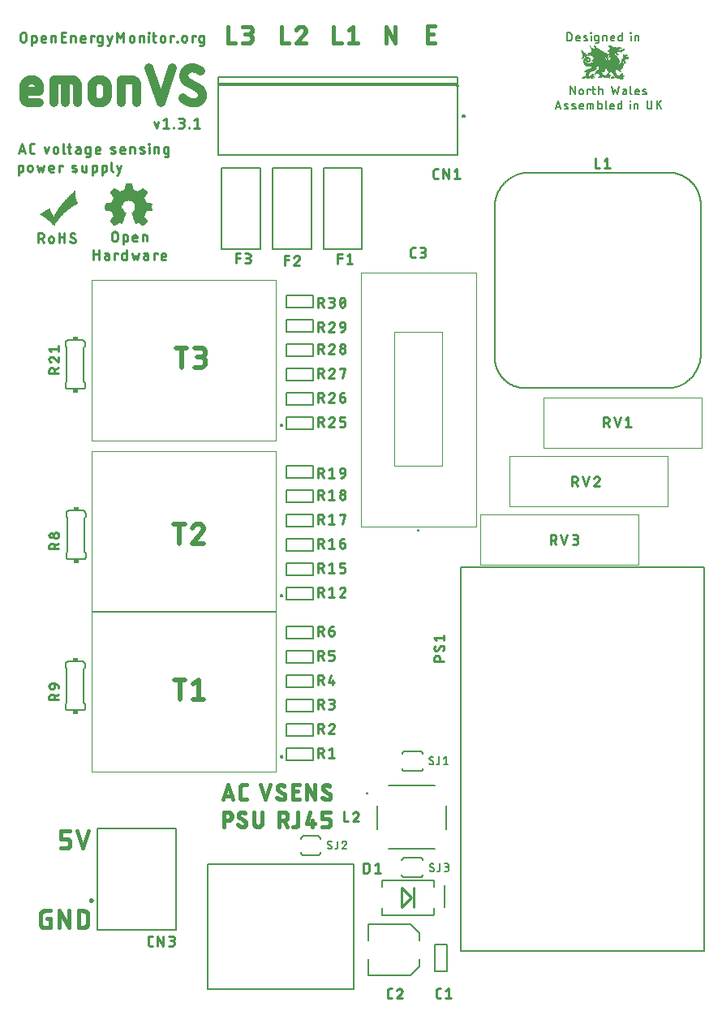
<source format=gbr>
G04 EAGLE Gerber RS-274X export*
G75*
%MOMM*%
%FSLAX34Y34*%
%LPD*%
%INSilkscreen Top*%
%IPPOS*%
%AMOC8*
5,1,8,0,0,1.08239X$1,22.5*%
G01*
%ADD10C,0.431800*%
%ADD11C,0.914400*%
%ADD12C,0.254000*%
%ADD13C,0.381000*%
%ADD14C,0.203200*%
%ADD15C,0.152400*%
%ADD16R,0.006300X0.006400*%
%ADD17R,0.012700X0.006300*%
%ADD18R,0.019100X0.006400*%
%ADD19R,0.025400X0.006300*%
%ADD20R,0.057200X0.006300*%
%ADD21R,0.025400X0.006400*%
%ADD22R,0.088900X0.006400*%
%ADD23R,0.038100X0.006300*%
%ADD24R,0.107900X0.006300*%
%ADD25R,0.044500X0.006400*%
%ADD26R,0.127000X0.006400*%
%ADD27R,0.050800X0.006300*%
%ADD28R,0.139700X0.006300*%
%ADD29R,0.006300X0.006300*%
%ADD30R,0.050800X0.006400*%
%ADD31R,0.152400X0.006400*%
%ADD32R,0.063500X0.006300*%
%ADD33R,0.171500X0.006300*%
%ADD34R,0.069800X0.006400*%
%ADD35R,0.184100X0.006400*%
%ADD36R,0.012700X0.006400*%
%ADD37R,0.082500X0.006300*%
%ADD38R,0.196800X0.006300*%
%ADD39R,0.019000X0.006300*%
%ADD40R,0.082600X0.006300*%
%ADD41R,0.209600X0.006400*%
%ADD42R,0.019000X0.006400*%
%ADD43R,0.114300X0.006400*%
%ADD44R,0.304800X0.006300*%
%ADD45R,0.069800X0.006300*%
%ADD46R,0.031800X0.006300*%
%ADD47R,0.031700X0.006300*%
%ADD48R,0.146000X0.006300*%
%ADD49R,0.152400X0.006300*%
%ADD50R,0.006400X0.006300*%
%ADD51R,0.311100X0.006400*%
%ADD52R,0.082600X0.006400*%
%ADD53R,0.038100X0.006400*%
%ADD54R,0.044400X0.006400*%
%ADD55R,0.165100X0.006400*%
%ADD56R,0.209500X0.006400*%
%ADD57R,0.311200X0.006300*%
%ADD58R,0.165100X0.006300*%
%ADD59R,0.088900X0.006300*%
%ADD60R,0.044500X0.006300*%
%ADD61R,0.247600X0.006300*%
%ADD62R,0.266700X0.006300*%
%ADD63R,0.317500X0.006400*%
%ADD64R,0.254000X0.006400*%
%ADD65R,0.101600X0.006400*%
%ADD66R,0.057100X0.006400*%
%ADD67R,0.298500X0.006400*%
%ADD68R,0.031800X0.006400*%
%ADD69R,0.336600X0.006300*%
%ADD70R,0.120700X0.006300*%
%ADD71R,0.260400X0.006300*%
%ADD72R,0.323900X0.006300*%
%ADD73R,0.095200X0.006300*%
%ADD74R,0.698500X0.006400*%
%ADD75R,0.228600X0.006400*%
%ADD76R,0.279400X0.006400*%
%ADD77R,0.355600X0.006400*%
%ADD78R,0.177800X0.006400*%
%ADD79R,0.704800X0.006300*%
%ADD80R,0.241300X0.006300*%
%ADD81R,0.298500X0.006300*%
%ADD82R,0.406400X0.006300*%
%ADD83R,0.184200X0.006300*%
%ADD84R,0.723900X0.006400*%
%ADD85R,0.717500X0.006400*%
%ADD86R,0.190500X0.006400*%
%ADD87R,0.736600X0.006300*%
%ADD88R,0.019100X0.006300*%
%ADD89R,0.723900X0.006300*%
%ADD90R,0.203200X0.006300*%
%ADD91R,0.762000X0.006400*%
%ADD92R,0.063500X0.006400*%
%ADD93R,0.215900X0.006400*%
%ADD94R,1.168400X0.006300*%
%ADD95R,0.222300X0.006300*%
%ADD96R,1.162100X0.006400*%
%ADD97R,0.222200X0.006400*%
%ADD98R,1.155700X0.006300*%
%ADD99R,0.196900X0.006300*%
%ADD100R,0.228600X0.006300*%
%ADD101R,1.136600X0.006400*%
%ADD102R,0.203200X0.006400*%
%ADD103R,1.124000X0.006300*%
%ADD104R,0.209600X0.006300*%
%ADD105R,0.044400X0.006300*%
%ADD106R,0.717600X0.006300*%
%ADD107R,0.235000X0.006300*%
%ADD108R,1.117600X0.006400*%
%ADD109R,0.711200X0.006400*%
%ADD110R,0.241300X0.006400*%
%ADD111R,1.104900X0.006300*%
%ADD112R,0.215900X0.006300*%
%ADD113R,0.190500X0.006300*%
%ADD114R,0.114300X0.006300*%
%ADD115R,1.016000X0.006300*%
%ADD116R,1.079500X0.006400*%
%ADD117R,0.260300X0.006400*%
%ADD118R,0.901700X0.006400*%
%ADD119R,1.054100X0.006300*%
%ADD120R,0.292100X0.006300*%
%ADD121R,0.273100X0.006300*%
%ADD122R,0.895300X0.006300*%
%ADD123R,1.009700X0.006400*%
%ADD124R,0.235000X0.006400*%
%ADD125R,0.323900X0.006400*%
%ADD126R,0.285800X0.006400*%
%ADD127R,0.895400X0.006400*%
%ADD128R,0.965200X0.006300*%
%ADD129R,0.615900X0.006300*%
%ADD130R,0.882700X0.006300*%
%ADD131R,0.641400X0.006400*%
%ADD132R,0.628700X0.006400*%
%ADD133R,0.336600X0.006400*%
%ADD134R,0.882600X0.006400*%
%ADD135R,0.577800X0.006300*%
%ADD136R,0.666700X0.006300*%
%ADD137R,0.400000X0.006300*%
%ADD138R,0.076200X0.006300*%
%ADD139R,0.698500X0.006300*%
%ADD140R,0.158800X0.006300*%
%ADD141R,0.495300X0.006400*%
%ADD142R,1.104900X0.006400*%
%ADD143R,0.774700X0.006400*%
%ADD144R,0.489000X0.006300*%
%ADD145R,1.098500X0.006300*%
%ADD146R,0.743000X0.006300*%
%ADD147R,0.501700X0.006400*%
%ADD148R,1.085900X0.006400*%
%ADD149R,0.743000X0.006400*%
%ADD150R,0.057100X0.006300*%
%ADD151R,0.533400X0.006300*%
%ADD152R,1.066800X0.006300*%
%ADD153R,0.825500X0.006300*%
%ADD154R,0.558800X0.006400*%
%ADD155R,1.054100X0.006400*%
%ADD156R,0.812800X0.006400*%
%ADD157R,0.622300X0.006300*%
%ADD158R,1.041400X0.006300*%
%ADD159R,0.812800X0.006300*%
%ADD160R,0.793800X0.006400*%
%ADD161R,0.806400X0.006400*%
%ADD162R,0.806400X0.006300*%
%ADD163R,0.952500X0.006300*%
%ADD164R,0.800100X0.006300*%
%ADD165R,0.819200X0.006400*%
%ADD166R,0.952500X0.006400*%
%ADD167R,0.800100X0.006400*%
%ADD168R,0.692200X0.006300*%
%ADD169R,0.831900X0.006400*%
%ADD170R,0.685800X0.006400*%
%ADD171R,0.463500X0.006400*%
%ADD172R,0.311200X0.006400*%
%ADD173R,0.838200X0.006300*%
%ADD174R,0.679400X0.006300*%
%ADD175R,0.946200X0.006400*%
%ADD176R,0.679400X0.006400*%
%ADD177R,0.273100X0.006400*%
%ADD178R,0.254000X0.006300*%
%ADD179R,0.704800X0.006400*%
%ADD180R,0.133400X0.006400*%
%ADD181R,0.958900X0.006400*%
%ADD182R,0.742900X0.006400*%
%ADD183R,0.076200X0.006400*%
%ADD184R,0.107900X0.006400*%
%ADD185R,0.958800X0.006300*%
%ADD186R,0.755600X0.006300*%
%ADD187R,0.108000X0.006300*%
%ADD188R,0.146100X0.006400*%
%ADD189R,0.787400X0.006300*%
%ADD190R,0.260300X0.006300*%
%ADD191R,0.171400X0.006400*%
%ADD192R,0.711200X0.006300*%
%ADD193R,0.819100X0.006300*%
%ADD194R,0.444500X0.006400*%
%ADD195R,0.831800X0.006400*%
%ADD196R,0.184100X0.006300*%
%ADD197R,0.400100X0.006300*%
%ADD198R,0.850900X0.006300*%
%ADD199R,0.177800X0.006300*%
%ADD200R,0.393700X0.006400*%
%ADD201R,0.400000X0.006400*%
%ADD202R,0.406400X0.006400*%
%ADD203R,0.381000X0.006300*%
%ADD204R,0.374700X0.006300*%
%ADD205R,0.393700X0.006300*%
%ADD206R,0.158700X0.006400*%
%ADD207R,0.374700X0.006400*%
%ADD208R,0.361900X0.006400*%
%ADD209R,0.368300X0.006400*%
%ADD210R,0.374600X0.006300*%
%ADD211R,0.361900X0.006300*%
%ADD212R,0.362000X0.006300*%
%ADD213R,0.171400X0.006300*%
%ADD214R,0.431800X0.006400*%
%ADD215R,0.362000X0.006400*%
%ADD216R,0.171500X0.006400*%
%ADD217R,0.368300X0.006300*%
%ADD218R,0.419100X0.006300*%
%ADD219R,0.355600X0.006300*%
%ADD220R,0.412800X0.006400*%
%ADD221R,0.381000X0.006400*%
%ADD222R,0.006400X0.006400*%
%ADD223R,0.158800X0.006400*%
%ADD224R,0.349200X0.006400*%
%ADD225R,0.209500X0.006300*%
%ADD226R,0.349300X0.006400*%
%ADD227R,0.158700X0.006300*%
%ADD228R,0.349200X0.006300*%
%ADD229R,0.196800X0.006400*%
%ADD230R,0.342900X0.006300*%
%ADD231R,0.342900X0.006400*%
%ADD232R,0.260400X0.006400*%
%ADD233R,0.146100X0.006300*%
%ADD234R,0.139700X0.006400*%
%ADD235R,0.120600X0.006400*%
%ADD236R,0.266700X0.006400*%
%ADD237R,0.133400X0.006300*%
%ADD238R,0.127000X0.006300*%
%ADD239R,0.336500X0.006300*%
%ADD240R,0.387300X0.006300*%
%ADD241R,0.330200X0.006400*%
%ADD242R,0.330200X0.006300*%
%ADD243R,0.069900X0.006300*%
%ADD244R,0.273000X0.006300*%
%ADD245R,0.069900X0.006400*%
%ADD246R,0.273000X0.006400*%
%ADD247R,0.425400X0.006400*%
%ADD248R,0.438100X0.006300*%
%ADD249R,0.057200X0.006400*%
%ADD250R,0.457200X0.006300*%
%ADD251R,0.279400X0.006300*%
%ADD252R,0.476200X0.006300*%
%ADD253R,0.336500X0.006400*%
%ADD254R,0.482600X0.006400*%
%ADD255R,0.508000X0.006300*%
%ADD256R,0.133300X0.006300*%
%ADD257R,0.285700X0.006300*%
%ADD258R,0.031700X0.006400*%
%ADD259R,0.692100X0.006400*%
%ADD260R,0.285700X0.006400*%
%ADD261R,0.692100X0.006300*%
%ADD262R,0.292100X0.006400*%
%ADD263R,0.679500X0.006300*%
%ADD264R,0.673100X0.006400*%
%ADD265R,0.673100X0.006300*%
%ADD266R,0.298400X0.006400*%
%ADD267R,0.660400X0.006300*%
%ADD268R,0.660400X0.006400*%
%ADD269R,0.304800X0.006400*%
%ADD270R,0.311100X0.006300*%
%ADD271R,0.095300X0.006300*%
%ADD272R,0.647700X0.006300*%
%ADD273R,0.323800X0.006300*%
%ADD274R,0.647700X0.006400*%
%ADD275R,0.101600X0.006300*%
%ADD276R,0.641300X0.006300*%
%ADD277R,0.108000X0.006400*%
%ADD278R,0.635000X0.006400*%
%ADD279R,0.628700X0.006300*%
%ADD280R,0.387300X0.006400*%
%ADD281R,0.622300X0.006400*%
%ADD282R,0.387400X0.006300*%
%ADD283R,0.616000X0.006400*%
%ADD284R,0.412700X0.006300*%
%ADD285R,0.616000X0.006300*%
%ADD286R,0.609600X0.006400*%
%ADD287R,0.374600X0.006400*%
%ADD288R,0.609600X0.006300*%
%ADD289R,0.400100X0.006400*%
%ADD290R,0.635000X0.006300*%
%ADD291R,0.774700X0.006300*%
%ADD292R,0.781100X0.006400*%
%ADD293R,0.577900X0.006400*%
%ADD294R,0.781100X0.006300*%
%ADD295R,0.781000X0.006400*%
%ADD296R,0.590500X0.006400*%
%ADD297R,0.641400X0.006300*%
%ADD298R,0.596900X0.006300*%
%ADD299R,0.787400X0.006400*%
%ADD300R,0.120600X0.006300*%
%ADD301R,0.793800X0.006300*%
%ADD302R,0.793700X0.006400*%
%ADD303R,0.730200X0.006300*%
%ADD304R,0.666800X0.006400*%
%ADD305R,0.730300X0.006400*%
%ADD306R,0.768300X0.006300*%
%ADD307R,0.146000X0.006400*%
%ADD308R,0.819100X0.006400*%
%ADD309R,0.781000X0.006300*%
%ADD310R,0.838200X0.006400*%
%ADD311R,0.793700X0.006300*%
%ADD312R,0.844600X0.006300*%
%ADD313R,0.857200X0.006400*%
%ADD314R,0.762000X0.006300*%
%ADD315R,0.863600X0.006300*%
%ADD316R,0.863600X0.006400*%
%ADD317R,0.869900X0.006300*%
%ADD318R,0.825500X0.006400*%
%ADD319R,0.749300X0.006400*%
%ADD320R,0.870000X0.006400*%
%ADD321R,0.831900X0.006300*%
%ADD322R,0.876300X0.006300*%
%ADD323R,0.736600X0.006400*%
%ADD324R,0.869900X0.006400*%
%ADD325R,0.844600X0.006400*%
%ADD326R,0.850900X0.006400*%
%ADD327R,0.857300X0.006300*%
%ADD328R,0.889000X0.006400*%
%ADD329R,0.844500X0.006400*%
%ADD330R,0.901700X0.006300*%
%ADD331R,0.920700X0.006400*%
%ADD332R,0.692200X0.006400*%
%ADD333R,0.927100X0.006300*%
%ADD334R,0.685800X0.006300*%
%ADD335R,0.412700X0.006400*%
%ADD336R,0.679500X0.006400*%
%ADD337R,0.425500X0.006300*%
%ADD338R,0.958900X0.006300*%
%ADD339R,0.438100X0.006400*%
%ADD340R,0.971500X0.006400*%
%ADD341R,0.450900X0.006300*%
%ADD342R,0.984300X0.006300*%
%ADD343R,0.742900X0.006300*%
%ADD344R,0.469900X0.006400*%
%ADD345R,0.996900X0.006400*%
%ADD346R,1.492200X0.006300*%
%ADD347R,0.654100X0.006300*%
%ADD348R,1.505000X0.006400*%
%ADD349R,0.654000X0.006400*%
%ADD350R,1.524000X0.006300*%
%ADD351R,0.654000X0.006300*%
%ADD352R,1.530300X0.006400*%
%ADD353R,1.543100X0.006300*%
%ADD354R,1.555700X0.006400*%
%ADD355R,1.574800X0.006300*%
%ADD356R,1.587500X0.006400*%
%ADD357R,1.600200X0.006300*%
%ADD358R,1.612900X0.006400*%
%ADD359R,0.654100X0.006400*%
%ADD360R,1.631900X0.006300*%
%ADD361R,1.638300X0.006400*%
%ADD362R,0.628600X0.006400*%
%ADD363R,1.651000X0.006300*%
%ADD364R,1.663700X0.006400*%
%ADD365R,1.682800X0.006300*%
%ADD366R,1.701800X0.006400*%
%ADD367R,1.720900X0.006300*%
%ADD368R,0.603200X0.006300*%
%ADD369R,1.739900X0.006400*%
%ADD370R,0.603200X0.006400*%
%ADD371R,1.752600X0.006300*%
%ADD372R,1.778000X0.006400*%
%ADD373R,0.596900X0.006400*%
%ADD374R,0.590600X0.006400*%
%ADD375R,1.809700X0.006300*%
%ADD376R,0.584200X0.006300*%
%ADD377R,2.419300X0.006400*%
%ADD378R,2.425700X0.006300*%
%ADD379R,0.571500X0.006300*%
%ADD380R,2.425700X0.006400*%
%ADD381R,0.565100X0.006400*%
%ADD382R,2.438400X0.006300*%
%ADD383R,0.565100X0.006300*%
%ADD384R,2.438400X0.006400*%
%ADD385R,2.444800X0.006300*%
%ADD386R,0.552400X0.006300*%
%ADD387R,2.444800X0.006400*%
%ADD388R,0.546100X0.006400*%
%ADD389R,2.457400X0.006300*%
%ADD390R,0.546100X0.006300*%
%ADD391R,2.457400X0.006400*%
%ADD392R,0.539800X0.006400*%
%ADD393R,2.463800X0.006400*%
%ADD394R,0.533400X0.006400*%
%ADD395R,2.470200X0.006300*%
%ADD396R,0.527100X0.006300*%
%ADD397R,2.476500X0.006400*%
%ADD398R,0.520700X0.006400*%
%ADD399R,2.482800X0.006300*%
%ADD400R,0.520700X0.006300*%
%ADD401R,2.482800X0.006400*%
%ADD402R,2.495600X0.006300*%
%ADD403R,2.495600X0.006400*%
%ADD404R,2.508200X0.006300*%
%ADD405R,2.514600X0.006400*%
%ADD406R,2.514600X0.006300*%
%ADD407R,2.527300X0.006400*%
%ADD408R,2.533700X0.006300*%
%ADD409R,2.546400X0.006400*%
%ADD410R,2.559000X0.006300*%
%ADD411R,2.565400X0.006400*%
%ADD412R,0.539700X0.006400*%
%ADD413R,2.571700X0.006300*%
%ADD414R,0.539700X0.006300*%
%ADD415R,2.584500X0.006400*%
%ADD416R,2.590800X0.006300*%
%ADD417R,0.552500X0.006300*%
%ADD418R,2.609800X0.006400*%
%ADD419R,2.622500X0.006300*%
%ADD420R,2.641600X0.006400*%
%ADD421R,0.584200X0.006400*%
%ADD422R,3.232200X0.006300*%
%ADD423R,3.232200X0.006400*%
%ADD424R,0.457200X0.006400*%
%ADD425R,0.514400X0.006300*%
%ADD426R,3.232100X0.006300*%
%ADD427R,3.867100X0.006400*%
%ADD428R,3.879800X0.006300*%
%ADD429R,3.892500X0.006400*%
%ADD430R,3.911600X0.006300*%
%ADD431R,3.918000X0.006400*%
%ADD432R,3.930700X0.006300*%
%ADD433R,3.937000X0.006400*%
%ADD434R,3.949700X0.006300*%
%ADD435R,3.962400X0.006400*%
%ADD436R,3.968700X0.006300*%
%ADD437R,3.975100X0.006400*%
%ADD438R,3.981400X0.006300*%
%ADD439R,4.000500X0.006400*%
%ADD440R,4.006900X0.006300*%
%ADD441R,4.013200X0.006400*%
%ADD442R,4.013200X0.006300*%
%ADD443R,4.019600X0.006400*%
%ADD444R,4.032200X0.006300*%
%ADD445R,4.038600X0.006400*%
%ADD446R,4.044900X0.006300*%
%ADD447R,4.044900X0.006400*%
%ADD448R,0.939800X0.006300*%
%ADD449R,3.111500X0.006300*%
%ADD450R,3.111500X0.006400*%
%ADD451R,0.946200X0.006300*%
%ADD452R,3.105100X0.006300*%
%ADD453R,0.958800X0.006400*%
%ADD454R,0.514400X0.006400*%
%ADD455R,0.527000X0.006300*%
%ADD456R,0.527000X0.006400*%
%ADD457R,3.105200X0.006400*%
%ADD458R,3.098800X0.006300*%
%ADD459R,3.105100X0.006400*%
%ADD460R,3.092400X0.006400*%
%ADD461R,3.092500X0.006300*%
%ADD462R,0.552500X0.006400*%
%ADD463R,2.457500X0.006400*%
%ADD464R,0.558800X0.006300*%
%ADD465R,0.082500X0.006400*%
%ADD466R,0.565200X0.006400*%
%ADD467R,2.381200X0.006400*%
%ADD468R,2.330500X0.006300*%
%ADD469R,0.133300X0.006400*%
%ADD470R,0.247600X0.006400*%
%ADD471R,2.279700X0.006400*%
%ADD472R,2.228900X0.006300*%
%ADD473R,2.089200X0.006400*%
%ADD474R,0.323800X0.006400*%
%ADD475R,0.234900X0.006300*%
%ADD476R,1.778000X0.006300*%
%ADD477R,1.701800X0.006300*%
%ADD478R,1.625600X0.006300*%
%ADD479R,1.593800X0.006400*%
%ADD480R,1.562100X0.006300*%
%ADD481R,1.536700X0.006400*%
%ADD482R,1.511300X0.006300*%
%ADD483R,1.492300X0.006400*%
%ADD484R,0.247700X0.006400*%
%ADD485R,0.920700X0.006300*%
%ADD486R,1.466900X0.006300*%
%ADD487R,1.003300X0.006400*%
%ADD488R,1.441400X0.006400*%
%ADD489R,1.073100X0.006300*%
%ADD490R,1.422400X0.006300*%
%ADD491R,1.098500X0.006400*%
%ADD492R,1.409700X0.006400*%
%ADD493R,1.123900X0.006300*%
%ADD494R,1.390700X0.006300*%
%ADD495R,1.143000X0.006400*%
%ADD496R,1.371600X0.006400*%
%ADD497R,0.234900X0.006400*%
%ADD498R,1.346200X0.006300*%
%ADD499R,1.174700X0.006400*%
%ADD500R,1.327200X0.006400*%
%ADD501R,1.187400X0.006300*%
%ADD502R,1.314400X0.006300*%
%ADD503R,1.200100X0.006400*%
%ADD504R,1.295400X0.006400*%
%ADD505R,1.206500X0.006300*%
%ADD506R,1.276300X0.006300*%
%ADD507R,1.219200X0.006400*%
%ADD508R,1.263600X0.006400*%
%ADD509R,1.225500X0.006300*%
%ADD510R,1.244600X0.006300*%
%ADD511R,1.231900X0.006400*%
%ADD512R,1.238200X0.006300*%
%ADD513R,1.238300X0.006400*%
%ADD514R,1.187500X0.006400*%
%ADD515R,0.387400X0.006400*%
%ADD516R,1.251000X0.006400*%
%ADD517R,1.149400X0.006400*%
%ADD518R,1.257300X0.006300*%
%ADD519R,1.136700X0.006300*%
%ADD520R,0.095200X0.006400*%
%ADD521R,1.257300X0.006400*%
%ADD522R,1.123900X0.006400*%
%ADD523R,1.263700X0.006300*%
%ADD524R,1.143000X0.006300*%
%ADD525R,0.095300X0.006400*%
%ADD526R,1.270000X0.006400*%
%ADD527R,0.419100X0.006400*%
%ADD528R,1.270000X0.006300*%
%ADD529R,1.301700X0.006300*%
%ADD530R,0.184200X0.006400*%
%ADD531R,1.276300X0.006400*%
%ADD532R,0.285800X0.006300*%
%ADD533R,1.282700X0.006300*%
%ADD534R,1.251000X0.006300*%
%ADD535R,1.282700X0.006400*%
%ADD536R,1.225600X0.006400*%
%ADD537R,0.908100X0.006400*%
%ADD538R,1.181100X0.006400*%
%ADD539R,1.162000X0.006300*%
%ADD540R,1.130300X0.006400*%
%ADD541R,1.111300X0.006300*%
%ADD542R,0.247700X0.006300*%
%ADD543R,1.060400X0.006300*%
%ADD544R,1.041400X0.006400*%
%ADD545R,1.022300X0.006300*%
%ADD546R,0.806500X0.006300*%
%ADD547R,0.806500X0.006400*%
%ADD548R,0.939800X0.006400*%
%ADD549R,0.920800X0.006300*%
%ADD550R,0.222300X0.006400*%
%ADD551R,0.717600X0.006400*%
%ADD552R,0.908000X0.006300*%
%ADD553R,0.222200X0.006300*%
%ADD554R,0.298400X0.006300*%
%ADD555R,0.889000X0.006300*%
%ADD556R,0.476300X0.006400*%
%ADD557R,0.495300X0.006300*%
%ADD558R,0.450900X0.006400*%
%ADD559R,0.831800X0.006300*%
%ADD560R,0.539800X0.006300*%
%ADD561R,0.590600X0.006300*%
%ADD562R,0.755700X0.006300*%
%ADD563R,0.349300X0.006300*%
%ADD564R,0.603300X0.006400*%
%ADD565R,0.514300X0.006400*%
%ADD566R,0.717500X0.006300*%
%ADD567R,0.908100X0.006300*%
%ADD568R,0.514300X0.006300*%
%ADD569R,1.066800X0.006400*%
%ADD570R,1.117600X0.006300*%
%ADD571R,0.571500X0.006400*%
%ADD572R,0.488900X0.006300*%
%ADD573R,0.552400X0.006400*%
%ADD574R,0.704900X0.006400*%
%ADD575R,1.162000X0.006400*%
%ADD576R,0.463500X0.006300*%
%ADD577R,1.149300X0.006400*%
%ADD578R,0.450800X0.006400*%
%ADD579R,1.111300X0.006400*%
%ADD580R,1.098600X0.006300*%
%ADD581R,1.028700X0.006400*%
%ADD582R,0.704900X0.006300*%
%ADD583R,0.997000X0.006400*%
%ADD584R,0.984200X0.006300*%
%ADD585R,0.965200X0.006400*%
%ADD586R,0.933400X0.006300*%
%ADD587R,0.920800X0.006400*%
%ADD588R,0.914400X0.006300*%
%ADD589R,0.730300X0.006300*%
%ADD590R,0.882700X0.006400*%
%ADD591R,0.857300X0.006400*%
%ADD592R,0.768300X0.006400*%
%ADD593R,0.749300X0.006300*%
%ADD594R,0.590500X0.006300*%
%ADD595R,0.476300X0.006300*%
%ADD596R,0.489000X0.006400*%
%ADD597R,0.317500X0.006300*%
%ADD598R,0.482600X0.006300*%
%ADD599R,0.476200X0.006400*%
%ADD600R,0.527100X0.006400*%
%ADD601R,0.431800X0.006300*%
%ADD602R,0.425400X0.006300*%
%ADD603R,0.438200X0.006400*%
%ADD604R,0.444500X0.006300*%
%ADD605R,0.997000X0.006300*%
%ADD606R,0.469900X0.006300*%
%ADD607R,1.212800X0.006300*%
%ADD608R,0.641300X0.006400*%
%ADD609R,0.501600X0.006400*%
%ADD610R,0.628600X0.006300*%
%ADD611R,1.276400X0.006400*%
%ADD612R,1.295400X0.006300*%
%ADD613R,1.314500X0.006400*%
%ADD614R,1.339800X0.006300*%
%ADD615R,1.358900X0.006400*%
%ADD616R,1.365200X0.006300*%
%ADD617R,1.289100X0.006400*%
%ADD618R,1.200100X0.006300*%
%ADD619R,0.508000X0.006400*%
%ADD620R,1.098600X0.006400*%
%ADD621R,0.501600X0.006300*%
%ADD622R,1.073200X0.006300*%
%ADD623R,1.047800X0.006400*%
%ADD624R,1.028700X0.006300*%
%ADD625R,1.009600X0.006400*%
%ADD626R,0.844500X0.006300*%
%ADD627R,0.730200X0.006400*%
%ADD628R,0.463600X0.006300*%
%ADD629R,0.463600X0.006400*%
%ADD630R,0.577800X0.006400*%
%ADD631R,0.120700X0.006400*%
%ADD632R,1.314500X0.006300*%
%ADD633R,1.352600X0.006400*%
%ADD634R,1.517700X0.006300*%
%ADD635R,0.438200X0.006300*%
%ADD636R,1.524000X0.006400*%
%ADD637R,1.047700X0.006400*%
%ADD638R,0.425500X0.006400*%
%ADD639R,0.006400X0.006400*%
%ADD640R,0.412800X0.006300*%
%ADD641R,0.450800X0.006300*%
%ADD642R,1.060500X0.006400*%
%ADD643C,0.304800*%
%ADD644R,0.055881X0.027938*%
%ADD645R,0.083819X0.027938*%
%ADD646R,0.139700X0.027938*%
%ADD647R,0.167637X0.027938*%
%ADD648R,0.223519X0.027938*%
%ADD649R,0.279400X0.027938*%
%ADD650R,0.307338X0.027938*%
%ADD651R,0.363219X0.027938*%
%ADD652R,0.419100X0.027938*%
%ADD653R,0.447038X0.027938*%
%ADD654R,0.502919X0.027938*%
%ADD655R,0.558800X0.027938*%
%ADD656R,0.586738X0.027938*%
%ADD657R,0.642619X0.027938*%
%ADD658R,0.698500X0.027938*%
%ADD659R,0.754381X0.027938*%
%ADD660R,0.782319X0.027938*%
%ADD661R,0.838200X0.027938*%
%ADD662R,0.894081X0.027938*%
%ADD663R,0.977900X0.027938*%
%ADD664R,1.005837X0.027938*%
%ADD665R,1.061719X0.027938*%
%ADD666R,1.117600X0.027938*%
%ADD667R,1.173481X0.027938*%
%ADD668R,1.257300X0.027938*%
%ADD669R,1.285238X0.027938*%
%ADD670R,1.341119X0.027938*%
%ADD671R,1.424937X0.027938*%
%ADD672R,1.480819X0.027938*%
%ADD673R,1.536700X0.027938*%
%ADD674R,1.592581X0.027938*%
%ADD675R,0.949963X0.027938*%
%ADD676R,0.670563X0.027938*%
%ADD677R,0.670556X0.027938*%
%ADD678R,0.726438X0.027938*%
%ADD679R,1.089656X0.027938*%
%ADD680R,1.145538X0.027938*%
%ADD681R,0.754375X0.027938*%
%ADD682R,1.201419X0.027938*%
%ADD683R,1.229356X0.027938*%
%ADD684R,0.810256X0.027938*%
%ADD685R,0.810262X0.027938*%
%ADD686R,0.866138X0.027938*%
%ADD687R,0.894075X0.027938*%
%ADD688R,0.922019X0.027938*%
%ADD689R,0.949956X0.027938*%
%ADD690R,0.614681X0.027938*%
%ADD691R,0.530856X0.027938*%
%ADD692R,1.033775X0.027938*%
%ADD693R,0.391156X0.027938*%
%ADD694R,1.033781X0.027938*%
%ADD695R,0.251456X0.027938*%
%ADD696R,0.195575X0.027938*%
%ADD697R,0.027938X0.027938*%
%ADD698R,1.369056X0.027938*%
%ADD699R,1.397000X0.027938*%
%ADD700R,1.452875X0.027938*%
%ADD701R,1.508756X0.027938*%
%ADD702R,1.452881X0.027938*%
%ADD703R,1.313175X0.027938*%
%ADD704R,0.614675X0.027938*%
%ADD705R,0.474975X0.027938*%
%ADD706R,0.055875X0.027938*%
%ADD707R,0.050800X0.025400*%
%ADD708R,0.152400X0.025400*%
%ADD709R,0.127000X0.025400*%
%ADD710R,0.203200X0.025400*%
%ADD711R,0.279400X0.025400*%
%ADD712R,0.330200X0.025400*%
%ADD713R,0.406400X0.025400*%
%ADD714R,0.457200X0.025400*%
%ADD715R,0.533400X0.025400*%
%ADD716R,0.584200X0.025400*%
%ADD717R,0.660400X0.025400*%
%ADD718R,0.101600X0.025400*%
%ADD719R,0.711200X0.025400*%
%ADD720R,0.787400X0.025400*%
%ADD721R,0.228600X0.025400*%
%ADD722R,0.838200X0.025400*%
%ADD723R,1.219200X0.025400*%
%ADD724R,1.244600X0.025400*%
%ADD725R,1.295400X0.025400*%
%ADD726R,1.320800X0.025400*%
%ADD727R,1.346200X0.025400*%
%ADD728R,1.270000X0.025400*%
%ADD729R,1.371600X0.025400*%
%ADD730R,1.397000X0.025400*%
%ADD731R,1.422400X0.025400*%
%ADD732R,1.447800X0.025400*%
%ADD733R,1.498600X0.025400*%
%ADD734R,1.600200X0.025400*%
%ADD735R,1.727200X0.025400*%
%ADD736R,1.701800X0.025400*%
%ADD737R,1.828800X0.025400*%
%ADD738R,1.803400X0.025400*%
%ADD739R,1.778000X0.025400*%
%ADD740R,1.752600X0.025400*%
%ADD741R,1.651000X0.025400*%
%ADD742R,1.524000X0.025400*%
%ADD743R,1.549400X0.025400*%
%ADD744R,1.625600X0.025400*%
%ADD745R,3.378200X0.025400*%
%ADD746R,3.327400X0.025400*%
%ADD747R,3.276600X0.025400*%
%ADD748R,3.225800X0.025400*%
%ADD749R,3.429000X0.025400*%
%ADD750R,3.479800X0.025400*%
%ADD751R,3.530600X0.025400*%
%ADD752R,3.581400X0.025400*%
%ADD753R,3.632200X0.025400*%
%ADD754R,3.683000X0.025400*%
%ADD755R,3.733800X0.025400*%
%ADD756R,3.784600X0.025400*%
%ADD757R,3.835400X0.025400*%
%ADD758R,3.886200X0.025400*%
%ADD759R,2.768600X0.025400*%
%ADD760R,0.939800X0.025400*%
%ADD761R,0.863600X0.025400*%
%ADD762R,0.736600X0.025400*%
%ADD763R,0.609600X0.025400*%
%ADD764R,1.193800X0.025400*%
%ADD765R,1.066800X0.025400*%
%ADD766R,0.482600X0.025400*%
%ADD767R,0.965200X0.025400*%
%ADD768R,0.355600X0.025400*%
%ADD769R,0.889000X0.025400*%
%ADD770R,0.177800X0.025400*%
%ADD771R,0.685800X0.025400*%
%ADD772C,0.100000*%
%ADD773C,0.200000*%
%ADD774C,0.508000*%
%ADD775C,0.127000*%
%ADD776R,0.508000X0.381000*%
%ADD777C,0.250000*%
%ADD778C,0.150000*%


D10*
X394699Y1061629D02*
X394699Y1079155D01*
X404436Y1061629D01*
X404436Y1079155D01*
X340329Y1079155D02*
X340329Y1061629D01*
X348118Y1061629D01*
X355715Y1075260D02*
X360584Y1079155D01*
X360584Y1061629D01*
X365452Y1061629D02*
X355715Y1061629D01*
X285799Y1061629D02*
X285799Y1079155D01*
X285799Y1061629D02*
X293588Y1061629D01*
X310923Y1074774D02*
X310921Y1074904D01*
X310915Y1075034D01*
X310906Y1075163D01*
X310892Y1075292D01*
X310875Y1075421D01*
X310854Y1075549D01*
X310829Y1075677D01*
X310800Y1075803D01*
X310768Y1075929D01*
X310732Y1076054D01*
X310692Y1076177D01*
X310649Y1076300D01*
X310602Y1076421D01*
X310551Y1076540D01*
X310497Y1076659D01*
X310439Y1076775D01*
X310378Y1076890D01*
X310314Y1077002D01*
X310246Y1077113D01*
X310175Y1077222D01*
X310101Y1077329D01*
X310024Y1077433D01*
X309944Y1077535D01*
X309860Y1077635D01*
X309774Y1077732D01*
X309685Y1077826D01*
X309593Y1077918D01*
X309499Y1078007D01*
X309402Y1078093D01*
X309302Y1078177D01*
X309200Y1078257D01*
X309096Y1078334D01*
X308989Y1078408D01*
X308880Y1078479D01*
X308769Y1078547D01*
X308657Y1078611D01*
X308542Y1078672D01*
X308426Y1078730D01*
X308307Y1078784D01*
X308188Y1078835D01*
X308067Y1078882D01*
X307944Y1078925D01*
X307821Y1078965D01*
X307696Y1079001D01*
X307570Y1079033D01*
X307444Y1079062D01*
X307316Y1079087D01*
X307188Y1079108D01*
X307059Y1079125D01*
X306930Y1079139D01*
X306801Y1079148D01*
X306671Y1079154D01*
X306541Y1079156D01*
X306541Y1079155D02*
X306394Y1079153D01*
X306246Y1079147D01*
X306099Y1079138D01*
X305952Y1079124D01*
X305806Y1079107D01*
X305660Y1079086D01*
X305514Y1079061D01*
X305370Y1079032D01*
X305226Y1078999D01*
X305083Y1078963D01*
X304941Y1078923D01*
X304800Y1078879D01*
X304661Y1078832D01*
X304522Y1078781D01*
X304385Y1078726D01*
X304250Y1078668D01*
X304116Y1078606D01*
X303984Y1078541D01*
X303853Y1078472D01*
X303725Y1078400D01*
X303598Y1078324D01*
X303473Y1078246D01*
X303351Y1078164D01*
X303230Y1078078D01*
X303112Y1077990D01*
X302996Y1077899D01*
X302883Y1077804D01*
X302772Y1077707D01*
X302664Y1077607D01*
X302558Y1077504D01*
X302455Y1077398D01*
X302355Y1077290D01*
X302258Y1077179D01*
X302164Y1077065D01*
X302073Y1076950D01*
X301985Y1076831D01*
X301900Y1076711D01*
X301818Y1076588D01*
X301739Y1076463D01*
X301664Y1076337D01*
X301592Y1076208D01*
X301523Y1076077D01*
X301458Y1075945D01*
X301397Y1075811D01*
X301339Y1075675D01*
X301284Y1075538D01*
X301233Y1075400D01*
X301186Y1075260D01*
X309462Y1071366D02*
X309559Y1071462D01*
X309653Y1071560D01*
X309745Y1071660D01*
X309833Y1071764D01*
X309919Y1071869D01*
X310001Y1071978D01*
X310080Y1072088D01*
X310156Y1072201D01*
X310229Y1072316D01*
X310299Y1072433D01*
X310365Y1072552D01*
X310427Y1072673D01*
X310486Y1072796D01*
X310542Y1072920D01*
X310593Y1073046D01*
X310641Y1073173D01*
X310686Y1073302D01*
X310727Y1073432D01*
X310763Y1073563D01*
X310797Y1073695D01*
X310826Y1073828D01*
X310851Y1073961D01*
X310873Y1074096D01*
X310891Y1074231D01*
X310904Y1074366D01*
X310914Y1074502D01*
X310920Y1074638D01*
X310922Y1074774D01*
X309462Y1071366D02*
X301185Y1061629D01*
X310922Y1061629D01*
X230079Y1061629D02*
X230079Y1079155D01*
X230079Y1061629D02*
X237868Y1061629D01*
X245465Y1061629D02*
X250334Y1061629D01*
X250472Y1061631D01*
X250609Y1061637D01*
X250747Y1061647D01*
X250884Y1061660D01*
X251021Y1061678D01*
X251157Y1061699D01*
X251292Y1061724D01*
X251427Y1061753D01*
X251561Y1061786D01*
X251693Y1061823D01*
X251825Y1061863D01*
X251956Y1061907D01*
X252085Y1061955D01*
X252213Y1062006D01*
X252339Y1062061D01*
X252464Y1062120D01*
X252587Y1062182D01*
X252708Y1062247D01*
X252827Y1062316D01*
X252945Y1062388D01*
X253060Y1062464D01*
X253173Y1062543D01*
X253284Y1062624D01*
X253392Y1062710D01*
X253498Y1062798D01*
X253602Y1062889D01*
X253702Y1062983D01*
X253800Y1063079D01*
X253896Y1063179D01*
X253988Y1063281D01*
X254078Y1063386D01*
X254164Y1063493D01*
X254248Y1063602D01*
X254328Y1063714D01*
X254405Y1063828D01*
X254479Y1063945D01*
X254550Y1064063D01*
X254617Y1064183D01*
X254681Y1064305D01*
X254741Y1064429D01*
X254798Y1064555D01*
X254851Y1064682D01*
X254901Y1064810D01*
X254946Y1064940D01*
X254989Y1065072D01*
X255027Y1065204D01*
X255062Y1065337D01*
X255093Y1065471D01*
X255120Y1065606D01*
X255143Y1065742D01*
X255163Y1065879D01*
X255178Y1066016D01*
X255190Y1066153D01*
X255198Y1066290D01*
X255202Y1066428D01*
X255202Y1066566D01*
X255198Y1066704D01*
X255190Y1066841D01*
X255178Y1066978D01*
X255163Y1067115D01*
X255143Y1067252D01*
X255120Y1067388D01*
X255093Y1067523D01*
X255062Y1067657D01*
X255027Y1067790D01*
X254989Y1067922D01*
X254946Y1068054D01*
X254901Y1068184D01*
X254851Y1068312D01*
X254798Y1068439D01*
X254741Y1068565D01*
X254681Y1068689D01*
X254617Y1068811D01*
X254550Y1068931D01*
X254479Y1069049D01*
X254405Y1069166D01*
X254328Y1069280D01*
X254248Y1069392D01*
X254164Y1069501D01*
X254078Y1069608D01*
X253988Y1069713D01*
X253896Y1069815D01*
X253800Y1069915D01*
X253702Y1070011D01*
X253602Y1070105D01*
X253498Y1070196D01*
X253392Y1070284D01*
X253284Y1070370D01*
X253173Y1070451D01*
X253060Y1070530D01*
X252945Y1070606D01*
X252827Y1070678D01*
X252708Y1070747D01*
X252587Y1070812D01*
X252464Y1070874D01*
X252339Y1070933D01*
X252213Y1070988D01*
X252085Y1071039D01*
X251956Y1071087D01*
X251825Y1071131D01*
X251693Y1071171D01*
X251561Y1071208D01*
X251427Y1071241D01*
X251292Y1071270D01*
X251157Y1071295D01*
X251021Y1071316D01*
X250884Y1071334D01*
X250747Y1071347D01*
X250609Y1071357D01*
X250472Y1071363D01*
X250334Y1071365D01*
X251307Y1079155D02*
X245465Y1079155D01*
X251307Y1079155D02*
X251431Y1079153D01*
X251554Y1079147D01*
X251677Y1079137D01*
X251800Y1079124D01*
X251922Y1079106D01*
X252044Y1079085D01*
X252165Y1079059D01*
X252285Y1079030D01*
X252404Y1078997D01*
X252522Y1078961D01*
X252639Y1078920D01*
X252755Y1078876D01*
X252869Y1078828D01*
X252981Y1078777D01*
X253092Y1078722D01*
X253201Y1078664D01*
X253308Y1078602D01*
X253413Y1078537D01*
X253516Y1078468D01*
X253616Y1078397D01*
X253715Y1078322D01*
X253811Y1078244D01*
X253904Y1078163D01*
X253995Y1078079D01*
X254083Y1077992D01*
X254168Y1077903D01*
X254251Y1077811D01*
X254330Y1077716D01*
X254406Y1077619D01*
X254480Y1077519D01*
X254550Y1077418D01*
X254617Y1077314D01*
X254680Y1077208D01*
X254740Y1077099D01*
X254797Y1076990D01*
X254850Y1076878D01*
X254900Y1076765D01*
X254946Y1076650D01*
X254988Y1076534D01*
X255026Y1076417D01*
X255061Y1076298D01*
X255092Y1076178D01*
X255119Y1076058D01*
X255143Y1075936D01*
X255162Y1075814D01*
X255178Y1075692D01*
X255190Y1075569D01*
X255198Y1075445D01*
X255202Y1075322D01*
X255202Y1075198D01*
X255198Y1075075D01*
X255190Y1074951D01*
X255178Y1074828D01*
X255162Y1074706D01*
X255143Y1074584D01*
X255119Y1074462D01*
X255092Y1074342D01*
X255061Y1074222D01*
X255026Y1074103D01*
X254988Y1073986D01*
X254946Y1073870D01*
X254900Y1073755D01*
X254850Y1073642D01*
X254797Y1073530D01*
X254740Y1073421D01*
X254680Y1073313D01*
X254617Y1073206D01*
X254550Y1073102D01*
X254480Y1073001D01*
X254406Y1072901D01*
X254330Y1072804D01*
X254251Y1072709D01*
X254168Y1072617D01*
X254083Y1072528D01*
X253995Y1072441D01*
X253904Y1072357D01*
X253811Y1072276D01*
X253715Y1072198D01*
X253616Y1072123D01*
X253516Y1072052D01*
X253413Y1071983D01*
X253308Y1071918D01*
X253201Y1071856D01*
X253092Y1071798D01*
X252981Y1071743D01*
X252869Y1071692D01*
X252755Y1071644D01*
X252639Y1071600D01*
X252522Y1071559D01*
X252404Y1071523D01*
X252285Y1071490D01*
X252165Y1071461D01*
X252044Y1071435D01*
X251922Y1071414D01*
X251800Y1071396D01*
X251677Y1071383D01*
X251554Y1071373D01*
X251431Y1071367D01*
X251307Y1071365D01*
X251307Y1071366D02*
X247413Y1071366D01*
X61049Y221905D02*
X55207Y221905D01*
X61049Y221905D02*
X61171Y221907D01*
X61294Y221913D01*
X61416Y221922D01*
X61537Y221936D01*
X61658Y221953D01*
X61779Y221974D01*
X61899Y221999D01*
X62018Y222027D01*
X62136Y222060D01*
X62253Y222096D01*
X62368Y222135D01*
X62483Y222179D01*
X62596Y222225D01*
X62707Y222276D01*
X62817Y222330D01*
X62925Y222387D01*
X63032Y222447D01*
X63136Y222511D01*
X63238Y222579D01*
X63338Y222649D01*
X63436Y222722D01*
X63532Y222799D01*
X63625Y222878D01*
X63715Y222961D01*
X63803Y223046D01*
X63888Y223134D01*
X63971Y223224D01*
X64050Y223317D01*
X64127Y223413D01*
X64200Y223511D01*
X64270Y223611D01*
X64338Y223713D01*
X64402Y223817D01*
X64462Y223924D01*
X64519Y224032D01*
X64573Y224142D01*
X64624Y224253D01*
X64670Y224366D01*
X64714Y224481D01*
X64753Y224596D01*
X64789Y224713D01*
X64822Y224831D01*
X64850Y224950D01*
X64875Y225070D01*
X64896Y225191D01*
X64913Y225312D01*
X64927Y225433D01*
X64936Y225555D01*
X64942Y225678D01*
X64944Y225800D01*
X64944Y227747D01*
X64942Y227869D01*
X64936Y227992D01*
X64927Y228114D01*
X64913Y228235D01*
X64896Y228356D01*
X64875Y228477D01*
X64850Y228597D01*
X64822Y228716D01*
X64789Y228834D01*
X64753Y228951D01*
X64714Y229066D01*
X64670Y229181D01*
X64624Y229294D01*
X64573Y229405D01*
X64519Y229515D01*
X64462Y229623D01*
X64402Y229730D01*
X64338Y229834D01*
X64270Y229936D01*
X64200Y230036D01*
X64127Y230134D01*
X64050Y230230D01*
X63971Y230323D01*
X63888Y230413D01*
X63803Y230501D01*
X63715Y230586D01*
X63625Y230669D01*
X63532Y230748D01*
X63436Y230825D01*
X63338Y230898D01*
X63238Y230968D01*
X63136Y231036D01*
X63032Y231100D01*
X62925Y231160D01*
X62817Y231217D01*
X62707Y231271D01*
X62596Y231322D01*
X62483Y231368D01*
X62368Y231412D01*
X62253Y231451D01*
X62136Y231487D01*
X62018Y231520D01*
X61899Y231548D01*
X61779Y231573D01*
X61658Y231594D01*
X61537Y231611D01*
X61416Y231625D01*
X61294Y231634D01*
X61171Y231640D01*
X61049Y231642D01*
X55207Y231642D01*
X55207Y239431D01*
X64944Y239431D01*
X72772Y239431D02*
X78614Y221905D01*
X84456Y239431D01*
X44182Y148594D02*
X41261Y148594D01*
X44182Y148594D02*
X44182Y138857D01*
X38340Y138857D01*
X38218Y138859D01*
X38095Y138865D01*
X37973Y138874D01*
X37852Y138888D01*
X37731Y138905D01*
X37610Y138926D01*
X37490Y138951D01*
X37371Y138979D01*
X37253Y139012D01*
X37136Y139048D01*
X37021Y139087D01*
X36906Y139131D01*
X36793Y139177D01*
X36682Y139228D01*
X36572Y139282D01*
X36464Y139339D01*
X36357Y139399D01*
X36253Y139463D01*
X36151Y139531D01*
X36051Y139601D01*
X35953Y139674D01*
X35857Y139751D01*
X35764Y139830D01*
X35674Y139913D01*
X35586Y139998D01*
X35501Y140086D01*
X35418Y140176D01*
X35339Y140269D01*
X35262Y140365D01*
X35189Y140463D01*
X35119Y140563D01*
X35051Y140665D01*
X34987Y140769D01*
X34927Y140876D01*
X34870Y140984D01*
X34816Y141094D01*
X34765Y141205D01*
X34719Y141318D01*
X34675Y141433D01*
X34636Y141548D01*
X34600Y141665D01*
X34567Y141783D01*
X34539Y141902D01*
X34514Y142022D01*
X34493Y142143D01*
X34476Y142264D01*
X34462Y142385D01*
X34453Y142507D01*
X34447Y142630D01*
X34445Y142752D01*
X34445Y152488D01*
X34447Y152610D01*
X34453Y152733D01*
X34462Y152855D01*
X34476Y152976D01*
X34493Y153097D01*
X34514Y153218D01*
X34539Y153338D01*
X34567Y153457D01*
X34600Y153575D01*
X34636Y153692D01*
X34675Y153807D01*
X34719Y153922D01*
X34765Y154035D01*
X34816Y154146D01*
X34870Y154256D01*
X34927Y154364D01*
X34987Y154471D01*
X35051Y154575D01*
X35119Y154677D01*
X35189Y154777D01*
X35262Y154875D01*
X35339Y154971D01*
X35418Y155064D01*
X35501Y155154D01*
X35586Y155242D01*
X35674Y155327D01*
X35764Y155410D01*
X35857Y155489D01*
X35953Y155566D01*
X36051Y155639D01*
X36151Y155709D01*
X36253Y155777D01*
X36357Y155841D01*
X36464Y155901D01*
X36572Y155958D01*
X36682Y156012D01*
X36793Y156063D01*
X36906Y156109D01*
X37021Y156153D01*
X37136Y156192D01*
X37253Y156228D01*
X37371Y156261D01*
X37490Y156289D01*
X37610Y156314D01*
X37731Y156335D01*
X37852Y156352D01*
X37973Y156366D01*
X38095Y156375D01*
X38218Y156381D01*
X38340Y156383D01*
X44182Y156383D01*
X54219Y156383D02*
X54219Y138857D01*
X63956Y138857D02*
X54219Y156383D01*
X63956Y156383D02*
X63956Y138857D01*
X73993Y138857D02*
X73993Y156383D01*
X78862Y156383D01*
X78999Y156381D01*
X79135Y156375D01*
X79271Y156366D01*
X79407Y156352D01*
X79542Y156335D01*
X79677Y156314D01*
X79812Y156289D01*
X79945Y156261D01*
X80078Y156229D01*
X80210Y156193D01*
X80340Y156153D01*
X80470Y156110D01*
X80598Y156063D01*
X80725Y156012D01*
X80850Y155958D01*
X80974Y155901D01*
X81096Y155840D01*
X81217Y155776D01*
X81335Y155708D01*
X81452Y155637D01*
X81567Y155563D01*
X81679Y155485D01*
X81789Y155405D01*
X81897Y155321D01*
X82003Y155234D01*
X82106Y155145D01*
X82206Y155052D01*
X82304Y154957D01*
X82399Y154859D01*
X82492Y154759D01*
X82581Y154656D01*
X82668Y154550D01*
X82752Y154442D01*
X82832Y154332D01*
X82910Y154220D01*
X82984Y154105D01*
X83055Y153988D01*
X83123Y153870D01*
X83187Y153749D01*
X83248Y153627D01*
X83305Y153503D01*
X83359Y153378D01*
X83410Y153251D01*
X83457Y153123D01*
X83500Y152993D01*
X83540Y152863D01*
X83576Y152731D01*
X83608Y152598D01*
X83636Y152465D01*
X83661Y152330D01*
X83682Y152195D01*
X83699Y152060D01*
X83713Y151924D01*
X83722Y151788D01*
X83728Y151652D01*
X83730Y151515D01*
X83730Y143725D01*
X83728Y143588D01*
X83722Y143452D01*
X83713Y143316D01*
X83699Y143180D01*
X83682Y143045D01*
X83661Y142910D01*
X83636Y142775D01*
X83608Y142642D01*
X83576Y142509D01*
X83540Y142377D01*
X83500Y142247D01*
X83457Y142117D01*
X83410Y141989D01*
X83359Y141862D01*
X83305Y141737D01*
X83248Y141613D01*
X83187Y141491D01*
X83123Y141370D01*
X83055Y141252D01*
X82984Y141135D01*
X82910Y141020D01*
X82832Y140908D01*
X82752Y140798D01*
X82668Y140690D01*
X82581Y140584D01*
X82492Y140481D01*
X82399Y140381D01*
X82304Y140283D01*
X82206Y140188D01*
X82106Y140095D01*
X82003Y140006D01*
X81897Y139919D01*
X81789Y139835D01*
X81679Y139755D01*
X81567Y139677D01*
X81452Y139603D01*
X81335Y139532D01*
X81217Y139464D01*
X81096Y139400D01*
X80974Y139339D01*
X80850Y139282D01*
X80725Y139228D01*
X80598Y139177D01*
X80470Y139130D01*
X80340Y139087D01*
X80210Y139047D01*
X80078Y139011D01*
X79945Y138979D01*
X79812Y138951D01*
X79677Y138926D01*
X79542Y138905D01*
X79407Y138888D01*
X79271Y138874D01*
X79135Y138865D01*
X78999Y138859D01*
X78862Y138857D01*
X73993Y138857D01*
D11*
X32788Y999692D02*
X22628Y999692D01*
X22474Y999694D01*
X22319Y999700D01*
X22165Y999710D01*
X22011Y999723D01*
X21858Y999741D01*
X21705Y999762D01*
X21553Y999788D01*
X21401Y999817D01*
X21250Y999850D01*
X21100Y999887D01*
X20951Y999927D01*
X20803Y999972D01*
X20656Y1000020D01*
X20511Y1000071D01*
X20367Y1000127D01*
X20224Y1000186D01*
X20083Y1000249D01*
X19943Y1000315D01*
X19806Y1000385D01*
X19670Y1000458D01*
X19536Y1000535D01*
X19403Y1000615D01*
X19273Y1000698D01*
X19146Y1000785D01*
X19020Y1000874D01*
X18897Y1000967D01*
X18776Y1001064D01*
X18657Y1001163D01*
X18541Y1001265D01*
X18428Y1001370D01*
X18317Y1001477D01*
X18210Y1001588D01*
X18105Y1001701D01*
X18003Y1001817D01*
X17904Y1001936D01*
X17807Y1002057D01*
X17714Y1002180D01*
X17625Y1002306D01*
X17538Y1002433D01*
X17455Y1002563D01*
X17375Y1002696D01*
X17298Y1002830D01*
X17225Y1002966D01*
X17155Y1003103D01*
X17089Y1003243D01*
X17026Y1003384D01*
X16967Y1003527D01*
X16911Y1003671D01*
X16860Y1003816D01*
X16812Y1003963D01*
X16767Y1004111D01*
X16727Y1004260D01*
X16690Y1004410D01*
X16657Y1004561D01*
X16628Y1004713D01*
X16602Y1004865D01*
X16581Y1005018D01*
X16563Y1005171D01*
X16550Y1005325D01*
X16540Y1005479D01*
X16534Y1005634D01*
X16532Y1005788D01*
X16532Y1015948D01*
X16534Y1016146D01*
X16542Y1016344D01*
X16554Y1016541D01*
X16571Y1016739D01*
X16592Y1016935D01*
X16619Y1017131D01*
X16650Y1017327D01*
X16686Y1017522D01*
X16726Y1017715D01*
X16772Y1017908D01*
X16822Y1018099D01*
X16877Y1018290D01*
X16936Y1018479D01*
X17000Y1018666D01*
X17068Y1018852D01*
X17141Y1019036D01*
X17219Y1019218D01*
X17301Y1019398D01*
X17387Y1019576D01*
X17477Y1019752D01*
X17572Y1019926D01*
X17671Y1020097D01*
X17774Y1020266D01*
X17881Y1020433D01*
X17992Y1020597D01*
X18108Y1020757D01*
X18227Y1020916D01*
X18350Y1021071D01*
X18476Y1021223D01*
X18606Y1021372D01*
X18740Y1021518D01*
X18878Y1021660D01*
X19019Y1021799D01*
X19163Y1021935D01*
X19310Y1022067D01*
X19461Y1022196D01*
X19614Y1022320D01*
X19771Y1022441D01*
X19931Y1022558D01*
X20093Y1022672D01*
X20258Y1022781D01*
X20426Y1022886D01*
X20596Y1022987D01*
X20769Y1023084D01*
X20944Y1023177D01*
X21121Y1023265D01*
X21300Y1023349D01*
X21481Y1023429D01*
X21664Y1023504D01*
X21849Y1023574D01*
X22036Y1023641D01*
X22224Y1023702D01*
X22413Y1023759D01*
X22604Y1023812D01*
X22796Y1023859D01*
X22989Y1023902D01*
X23184Y1023941D01*
X23379Y1023974D01*
X23575Y1024003D01*
X23771Y1024027D01*
X23968Y1024046D01*
X24165Y1024061D01*
X24363Y1024071D01*
X24561Y1024075D01*
X24759Y1024075D01*
X24957Y1024071D01*
X25155Y1024061D01*
X25352Y1024046D01*
X25549Y1024027D01*
X25745Y1024003D01*
X25941Y1023974D01*
X26136Y1023941D01*
X26331Y1023902D01*
X26524Y1023859D01*
X26716Y1023812D01*
X26907Y1023759D01*
X27096Y1023702D01*
X27284Y1023641D01*
X27471Y1023574D01*
X27656Y1023504D01*
X27839Y1023429D01*
X28020Y1023349D01*
X28199Y1023265D01*
X28376Y1023177D01*
X28551Y1023084D01*
X28724Y1022987D01*
X28894Y1022886D01*
X29062Y1022781D01*
X29227Y1022672D01*
X29389Y1022558D01*
X29549Y1022441D01*
X29706Y1022320D01*
X29859Y1022196D01*
X30010Y1022067D01*
X30157Y1021935D01*
X30301Y1021799D01*
X30442Y1021660D01*
X30580Y1021518D01*
X30714Y1021372D01*
X30844Y1021223D01*
X30970Y1021071D01*
X31093Y1020916D01*
X31212Y1020757D01*
X31328Y1020597D01*
X31439Y1020433D01*
X31546Y1020266D01*
X31649Y1020097D01*
X31748Y1019926D01*
X31843Y1019752D01*
X31933Y1019576D01*
X32019Y1019398D01*
X32101Y1019218D01*
X32179Y1019036D01*
X32252Y1018852D01*
X32320Y1018666D01*
X32384Y1018479D01*
X32443Y1018290D01*
X32498Y1018099D01*
X32548Y1017908D01*
X32594Y1017715D01*
X32634Y1017522D01*
X32670Y1017327D01*
X32701Y1017131D01*
X32728Y1016935D01*
X32749Y1016739D01*
X32766Y1016541D01*
X32778Y1016344D01*
X32786Y1016146D01*
X32788Y1015948D01*
X32788Y1011884D01*
X16532Y1011884D01*
X47901Y999692D02*
X47901Y1024076D01*
X66189Y1024076D01*
X66343Y1024074D01*
X66498Y1024068D01*
X66652Y1024058D01*
X66806Y1024045D01*
X66959Y1024027D01*
X67112Y1024006D01*
X67264Y1023980D01*
X67416Y1023951D01*
X67567Y1023918D01*
X67717Y1023881D01*
X67866Y1023841D01*
X68014Y1023796D01*
X68161Y1023748D01*
X68306Y1023697D01*
X68450Y1023641D01*
X68593Y1023582D01*
X68734Y1023519D01*
X68874Y1023453D01*
X69011Y1023383D01*
X69147Y1023310D01*
X69281Y1023233D01*
X69414Y1023153D01*
X69544Y1023070D01*
X69671Y1022983D01*
X69797Y1022894D01*
X69920Y1022801D01*
X70041Y1022704D01*
X70160Y1022605D01*
X70276Y1022503D01*
X70389Y1022398D01*
X70500Y1022291D01*
X70607Y1022180D01*
X70712Y1022067D01*
X70814Y1021951D01*
X70913Y1021832D01*
X71010Y1021711D01*
X71103Y1021588D01*
X71192Y1021462D01*
X71279Y1021335D01*
X71362Y1021205D01*
X71442Y1021072D01*
X71519Y1020938D01*
X71592Y1020802D01*
X71662Y1020665D01*
X71728Y1020525D01*
X71791Y1020384D01*
X71850Y1020241D01*
X71906Y1020097D01*
X71957Y1019952D01*
X72005Y1019805D01*
X72050Y1019657D01*
X72090Y1019508D01*
X72127Y1019358D01*
X72160Y1019207D01*
X72189Y1019055D01*
X72215Y1018903D01*
X72236Y1018750D01*
X72254Y1018597D01*
X72267Y1018443D01*
X72277Y1018289D01*
X72283Y1018134D01*
X72285Y1017980D01*
X72285Y999692D01*
X60093Y999692D02*
X60093Y1024076D01*
X87398Y1015948D02*
X87398Y1007820D01*
X87398Y1015948D02*
X87400Y1016146D01*
X87408Y1016344D01*
X87420Y1016541D01*
X87437Y1016739D01*
X87458Y1016935D01*
X87485Y1017131D01*
X87516Y1017327D01*
X87552Y1017522D01*
X87592Y1017715D01*
X87638Y1017908D01*
X87688Y1018099D01*
X87743Y1018290D01*
X87802Y1018479D01*
X87866Y1018666D01*
X87934Y1018852D01*
X88007Y1019036D01*
X88085Y1019218D01*
X88167Y1019398D01*
X88253Y1019576D01*
X88343Y1019752D01*
X88438Y1019926D01*
X88537Y1020097D01*
X88640Y1020266D01*
X88747Y1020433D01*
X88858Y1020597D01*
X88974Y1020757D01*
X89093Y1020916D01*
X89216Y1021071D01*
X89342Y1021223D01*
X89472Y1021372D01*
X89606Y1021518D01*
X89744Y1021660D01*
X89885Y1021799D01*
X90029Y1021935D01*
X90176Y1022067D01*
X90327Y1022196D01*
X90480Y1022320D01*
X90637Y1022441D01*
X90797Y1022558D01*
X90959Y1022672D01*
X91124Y1022781D01*
X91292Y1022886D01*
X91462Y1022987D01*
X91635Y1023084D01*
X91810Y1023177D01*
X91987Y1023265D01*
X92166Y1023349D01*
X92347Y1023429D01*
X92530Y1023504D01*
X92715Y1023574D01*
X92902Y1023641D01*
X93090Y1023702D01*
X93279Y1023759D01*
X93470Y1023812D01*
X93662Y1023859D01*
X93855Y1023902D01*
X94050Y1023941D01*
X94245Y1023974D01*
X94441Y1024003D01*
X94637Y1024027D01*
X94834Y1024046D01*
X95031Y1024061D01*
X95229Y1024071D01*
X95427Y1024075D01*
X95625Y1024075D01*
X95823Y1024071D01*
X96021Y1024061D01*
X96218Y1024046D01*
X96415Y1024027D01*
X96611Y1024003D01*
X96807Y1023974D01*
X97002Y1023941D01*
X97197Y1023902D01*
X97390Y1023859D01*
X97582Y1023812D01*
X97773Y1023759D01*
X97962Y1023702D01*
X98150Y1023641D01*
X98337Y1023574D01*
X98522Y1023504D01*
X98705Y1023429D01*
X98886Y1023349D01*
X99065Y1023265D01*
X99242Y1023177D01*
X99417Y1023084D01*
X99590Y1022987D01*
X99760Y1022886D01*
X99928Y1022781D01*
X100093Y1022672D01*
X100255Y1022558D01*
X100415Y1022441D01*
X100572Y1022320D01*
X100725Y1022196D01*
X100876Y1022067D01*
X101023Y1021935D01*
X101167Y1021799D01*
X101308Y1021660D01*
X101446Y1021518D01*
X101580Y1021372D01*
X101710Y1021223D01*
X101836Y1021071D01*
X101959Y1020916D01*
X102078Y1020757D01*
X102194Y1020597D01*
X102305Y1020433D01*
X102412Y1020266D01*
X102515Y1020097D01*
X102614Y1019926D01*
X102709Y1019752D01*
X102799Y1019576D01*
X102885Y1019398D01*
X102967Y1019218D01*
X103045Y1019036D01*
X103118Y1018852D01*
X103186Y1018666D01*
X103250Y1018479D01*
X103309Y1018290D01*
X103364Y1018099D01*
X103414Y1017908D01*
X103460Y1017715D01*
X103500Y1017522D01*
X103536Y1017327D01*
X103567Y1017131D01*
X103594Y1016935D01*
X103615Y1016739D01*
X103632Y1016541D01*
X103644Y1016344D01*
X103652Y1016146D01*
X103654Y1015948D01*
X103654Y1007820D01*
X103652Y1007622D01*
X103644Y1007424D01*
X103632Y1007227D01*
X103615Y1007029D01*
X103594Y1006833D01*
X103567Y1006637D01*
X103536Y1006441D01*
X103500Y1006246D01*
X103460Y1006053D01*
X103414Y1005860D01*
X103364Y1005669D01*
X103309Y1005478D01*
X103250Y1005289D01*
X103186Y1005102D01*
X103118Y1004916D01*
X103045Y1004732D01*
X102967Y1004550D01*
X102885Y1004370D01*
X102799Y1004192D01*
X102709Y1004016D01*
X102614Y1003842D01*
X102515Y1003671D01*
X102412Y1003502D01*
X102305Y1003335D01*
X102194Y1003171D01*
X102078Y1003011D01*
X101959Y1002852D01*
X101836Y1002697D01*
X101710Y1002545D01*
X101580Y1002396D01*
X101446Y1002250D01*
X101308Y1002108D01*
X101167Y1001969D01*
X101023Y1001833D01*
X100876Y1001701D01*
X100725Y1001572D01*
X100572Y1001448D01*
X100415Y1001327D01*
X100255Y1001210D01*
X100093Y1001096D01*
X99928Y1000987D01*
X99760Y1000882D01*
X99590Y1000781D01*
X99417Y1000684D01*
X99242Y1000591D01*
X99065Y1000503D01*
X98886Y1000419D01*
X98705Y1000339D01*
X98522Y1000264D01*
X98337Y1000194D01*
X98150Y1000127D01*
X97962Y1000066D01*
X97773Y1000009D01*
X97582Y999956D01*
X97390Y999909D01*
X97197Y999866D01*
X97002Y999827D01*
X96807Y999794D01*
X96611Y999765D01*
X96415Y999741D01*
X96218Y999722D01*
X96021Y999707D01*
X95823Y999697D01*
X95625Y999693D01*
X95427Y999693D01*
X95229Y999697D01*
X95031Y999707D01*
X94834Y999722D01*
X94637Y999741D01*
X94441Y999765D01*
X94245Y999794D01*
X94050Y999827D01*
X93855Y999866D01*
X93662Y999909D01*
X93470Y999956D01*
X93279Y1000009D01*
X93090Y1000066D01*
X92902Y1000127D01*
X92715Y1000194D01*
X92530Y1000264D01*
X92347Y1000339D01*
X92166Y1000419D01*
X91987Y1000503D01*
X91810Y1000591D01*
X91635Y1000684D01*
X91462Y1000781D01*
X91292Y1000882D01*
X91124Y1000987D01*
X90959Y1001096D01*
X90797Y1001210D01*
X90637Y1001327D01*
X90480Y1001448D01*
X90327Y1001572D01*
X90176Y1001701D01*
X90029Y1001833D01*
X89885Y1001969D01*
X89744Y1002108D01*
X89606Y1002250D01*
X89472Y1002396D01*
X89342Y1002545D01*
X89216Y1002697D01*
X89093Y1002852D01*
X88974Y1003011D01*
X88858Y1003171D01*
X88747Y1003335D01*
X88640Y1003502D01*
X88537Y1003671D01*
X88438Y1003842D01*
X88343Y1004016D01*
X88253Y1004192D01*
X88167Y1004370D01*
X88085Y1004550D01*
X88007Y1004732D01*
X87934Y1004916D01*
X87866Y1005102D01*
X87802Y1005289D01*
X87743Y1005478D01*
X87688Y1005669D01*
X87638Y1005860D01*
X87592Y1006053D01*
X87552Y1006246D01*
X87516Y1006441D01*
X87485Y1006637D01*
X87458Y1006833D01*
X87437Y1007029D01*
X87420Y1007227D01*
X87408Y1007424D01*
X87400Y1007622D01*
X87398Y1007820D01*
X118259Y999692D02*
X118259Y1024076D01*
X128419Y1024076D01*
X128573Y1024074D01*
X128728Y1024068D01*
X128882Y1024058D01*
X129036Y1024045D01*
X129189Y1024027D01*
X129342Y1024006D01*
X129494Y1023980D01*
X129646Y1023951D01*
X129797Y1023918D01*
X129947Y1023881D01*
X130096Y1023841D01*
X130244Y1023796D01*
X130391Y1023748D01*
X130536Y1023697D01*
X130680Y1023641D01*
X130823Y1023582D01*
X130964Y1023519D01*
X131104Y1023453D01*
X131241Y1023383D01*
X131377Y1023310D01*
X131511Y1023233D01*
X131644Y1023153D01*
X131774Y1023070D01*
X131901Y1022983D01*
X132027Y1022894D01*
X132150Y1022801D01*
X132271Y1022704D01*
X132390Y1022605D01*
X132506Y1022503D01*
X132619Y1022398D01*
X132730Y1022291D01*
X132837Y1022180D01*
X132942Y1022067D01*
X133044Y1021951D01*
X133143Y1021832D01*
X133240Y1021711D01*
X133333Y1021588D01*
X133422Y1021462D01*
X133509Y1021335D01*
X133592Y1021205D01*
X133672Y1021072D01*
X133749Y1020938D01*
X133822Y1020802D01*
X133892Y1020665D01*
X133958Y1020525D01*
X134021Y1020384D01*
X134080Y1020241D01*
X134136Y1020097D01*
X134187Y1019952D01*
X134235Y1019805D01*
X134280Y1019657D01*
X134320Y1019508D01*
X134357Y1019358D01*
X134390Y1019207D01*
X134419Y1019055D01*
X134445Y1018903D01*
X134466Y1018750D01*
X134484Y1018597D01*
X134497Y1018443D01*
X134507Y1018289D01*
X134513Y1018134D01*
X134515Y1017980D01*
X134515Y999692D01*
X159534Y999692D02*
X147342Y1036268D01*
X171726Y1036268D02*
X159534Y999692D01*
X194713Y999692D02*
X194909Y999694D01*
X195106Y999701D01*
X195302Y999713D01*
X195497Y999730D01*
X195693Y999751D01*
X195887Y999777D01*
X196081Y999808D01*
X196275Y999843D01*
X196467Y999883D01*
X196658Y999928D01*
X196848Y999977D01*
X197037Y1000031D01*
X197225Y1000090D01*
X197411Y1000153D01*
X197595Y1000220D01*
X197778Y1000292D01*
X197959Y1000368D01*
X198138Y1000449D01*
X198315Y1000534D01*
X198490Y1000623D01*
X198663Y1000716D01*
X198834Y1000814D01*
X199002Y1000916D01*
X199167Y1001021D01*
X199330Y1001131D01*
X199491Y1001244D01*
X199648Y1001362D01*
X199803Y1001483D01*
X199954Y1001608D01*
X200103Y1001736D01*
X200248Y1001868D01*
X200391Y1002004D01*
X200529Y1002142D01*
X200665Y1002285D01*
X200797Y1002430D01*
X200925Y1002579D01*
X201050Y1002730D01*
X201171Y1002885D01*
X201289Y1003042D01*
X201402Y1003203D01*
X201512Y1003366D01*
X201617Y1003531D01*
X201719Y1003699D01*
X201817Y1003870D01*
X201910Y1004043D01*
X201999Y1004218D01*
X202084Y1004395D01*
X202165Y1004574D01*
X202241Y1004755D01*
X202313Y1004938D01*
X202380Y1005122D01*
X202443Y1005308D01*
X202502Y1005496D01*
X202556Y1005685D01*
X202605Y1005875D01*
X202650Y1006066D01*
X202690Y1006258D01*
X202725Y1006452D01*
X202756Y1006646D01*
X202782Y1006840D01*
X202803Y1007036D01*
X202820Y1007231D01*
X202832Y1007427D01*
X202839Y1007624D01*
X202841Y1007820D01*
X194713Y999692D02*
X194302Y999697D01*
X193892Y999712D01*
X193482Y999736D01*
X193072Y999771D01*
X192664Y999815D01*
X192257Y999869D01*
X191851Y999932D01*
X191446Y1000006D01*
X191044Y1000089D01*
X190644Y1000181D01*
X190246Y1000283D01*
X189851Y1000395D01*
X189458Y1000516D01*
X189068Y1000646D01*
X188682Y1000786D01*
X188299Y1000935D01*
X187920Y1001093D01*
X187545Y1001260D01*
X187173Y1001436D01*
X186807Y1001621D01*
X186444Y1001814D01*
X186087Y1002016D01*
X185734Y1002227D01*
X185386Y1002446D01*
X185044Y1002673D01*
X184707Y1002909D01*
X184376Y1003152D01*
X184051Y1003403D01*
X183732Y1003662D01*
X183420Y1003929D01*
X183114Y1004203D01*
X182814Y1004484D01*
X182521Y1004772D01*
X183537Y1028140D02*
X183539Y1028336D01*
X183546Y1028533D01*
X183558Y1028729D01*
X183575Y1028924D01*
X183596Y1029120D01*
X183622Y1029314D01*
X183653Y1029508D01*
X183688Y1029702D01*
X183728Y1029894D01*
X183773Y1030085D01*
X183822Y1030275D01*
X183876Y1030464D01*
X183935Y1030652D01*
X183998Y1030838D01*
X184065Y1031022D01*
X184137Y1031205D01*
X184213Y1031386D01*
X184294Y1031565D01*
X184379Y1031742D01*
X184468Y1031917D01*
X184561Y1032090D01*
X184659Y1032261D01*
X184761Y1032429D01*
X184866Y1032594D01*
X184976Y1032757D01*
X185089Y1032918D01*
X185207Y1033075D01*
X185328Y1033230D01*
X185453Y1033381D01*
X185581Y1033530D01*
X185713Y1033675D01*
X185849Y1033818D01*
X185987Y1033956D01*
X186130Y1034092D01*
X186275Y1034224D01*
X186424Y1034352D01*
X186575Y1034477D01*
X186730Y1034598D01*
X186887Y1034716D01*
X187048Y1034829D01*
X187211Y1034939D01*
X187376Y1035044D01*
X187544Y1035146D01*
X187715Y1035244D01*
X187888Y1035337D01*
X188063Y1035426D01*
X188240Y1035511D01*
X188419Y1035592D01*
X188600Y1035668D01*
X188783Y1035740D01*
X188967Y1035807D01*
X189153Y1035870D01*
X189341Y1035929D01*
X189530Y1035983D01*
X189720Y1036032D01*
X189911Y1036077D01*
X190103Y1036117D01*
X190297Y1036152D01*
X190491Y1036183D01*
X190685Y1036209D01*
X190881Y1036230D01*
X191076Y1036247D01*
X191272Y1036259D01*
X191469Y1036266D01*
X191665Y1036268D01*
X192028Y1036264D01*
X192391Y1036251D01*
X192754Y1036229D01*
X193116Y1036199D01*
X193477Y1036160D01*
X193837Y1036112D01*
X194196Y1036056D01*
X194553Y1035992D01*
X194909Y1035919D01*
X195263Y1035837D01*
X195615Y1035747D01*
X195964Y1035649D01*
X196312Y1035542D01*
X196656Y1035427D01*
X196998Y1035304D01*
X197337Y1035173D01*
X197672Y1035034D01*
X198004Y1034887D01*
X198333Y1034732D01*
X198657Y1034569D01*
X198978Y1034399D01*
X199295Y1034221D01*
X199607Y1034035D01*
X199915Y1033842D01*
X200218Y1033642D01*
X200516Y1033434D01*
X200809Y1033220D01*
X187601Y1021028D02*
X187431Y1021131D01*
X187263Y1021239D01*
X187097Y1021350D01*
X186935Y1021465D01*
X186775Y1021585D01*
X186618Y1021708D01*
X186464Y1021834D01*
X186314Y1021965D01*
X186166Y1022099D01*
X186022Y1022236D01*
X185881Y1022378D01*
X185744Y1022522D01*
X185610Y1022670D01*
X185480Y1022820D01*
X185353Y1022974D01*
X185230Y1023131D01*
X185111Y1023291D01*
X184996Y1023454D01*
X184885Y1023619D01*
X184778Y1023788D01*
X184675Y1023958D01*
X184576Y1024131D01*
X184481Y1024307D01*
X184391Y1024484D01*
X184305Y1024664D01*
X184223Y1024846D01*
X184145Y1025030D01*
X184073Y1025215D01*
X184004Y1025402D01*
X183940Y1025591D01*
X183881Y1025781D01*
X183826Y1025973D01*
X183776Y1026166D01*
X183731Y1026360D01*
X183691Y1026555D01*
X183655Y1026751D01*
X183623Y1026948D01*
X183597Y1027146D01*
X183575Y1027344D01*
X183559Y1027543D01*
X183547Y1027741D01*
X183539Y1027941D01*
X183537Y1028140D01*
X198777Y1014932D02*
X198947Y1014829D01*
X199115Y1014721D01*
X199281Y1014610D01*
X199443Y1014495D01*
X199603Y1014375D01*
X199760Y1014252D01*
X199914Y1014126D01*
X200064Y1013995D01*
X200212Y1013861D01*
X200356Y1013724D01*
X200497Y1013582D01*
X200634Y1013438D01*
X200768Y1013290D01*
X200898Y1013140D01*
X201025Y1012986D01*
X201148Y1012829D01*
X201267Y1012669D01*
X201382Y1012506D01*
X201493Y1012341D01*
X201600Y1012172D01*
X201703Y1012002D01*
X201802Y1011829D01*
X201897Y1011653D01*
X201987Y1011476D01*
X202073Y1011296D01*
X202155Y1011114D01*
X202233Y1010930D01*
X202305Y1010745D01*
X202374Y1010558D01*
X202438Y1010369D01*
X202497Y1010179D01*
X202552Y1009987D01*
X202602Y1009794D01*
X202647Y1009600D01*
X202687Y1009405D01*
X202723Y1009209D01*
X202755Y1009012D01*
X202781Y1008814D01*
X202803Y1008616D01*
X202819Y1008417D01*
X202831Y1008219D01*
X202839Y1008019D01*
X202841Y1007820D01*
X198777Y1014932D02*
X187601Y1021028D01*
D12*
X13470Y1065652D02*
X13470Y1070168D01*
X13472Y1070274D01*
X13478Y1070379D01*
X13488Y1070484D01*
X13502Y1070589D01*
X13519Y1070693D01*
X13541Y1070796D01*
X13566Y1070898D01*
X13595Y1071000D01*
X13628Y1071100D01*
X13665Y1071199D01*
X13705Y1071296D01*
X13749Y1071392D01*
X13797Y1071487D01*
X13848Y1071579D01*
X13903Y1071669D01*
X13960Y1071758D01*
X14021Y1071844D01*
X14086Y1071927D01*
X14153Y1072009D01*
X14223Y1072087D01*
X14297Y1072163D01*
X14373Y1072237D01*
X14451Y1072307D01*
X14533Y1072374D01*
X14616Y1072439D01*
X14702Y1072500D01*
X14791Y1072557D01*
X14881Y1072612D01*
X14973Y1072663D01*
X15068Y1072711D01*
X15164Y1072755D01*
X15261Y1072795D01*
X15360Y1072832D01*
X15460Y1072865D01*
X15562Y1072894D01*
X15664Y1072919D01*
X15767Y1072941D01*
X15871Y1072958D01*
X15976Y1072972D01*
X16081Y1072982D01*
X16186Y1072988D01*
X16292Y1072990D01*
X16398Y1072988D01*
X16503Y1072982D01*
X16608Y1072972D01*
X16713Y1072958D01*
X16817Y1072941D01*
X16920Y1072919D01*
X17022Y1072894D01*
X17124Y1072865D01*
X17224Y1072832D01*
X17323Y1072795D01*
X17420Y1072755D01*
X17516Y1072711D01*
X17611Y1072663D01*
X17703Y1072612D01*
X17793Y1072557D01*
X17882Y1072500D01*
X17968Y1072439D01*
X18051Y1072374D01*
X18133Y1072307D01*
X18211Y1072237D01*
X18287Y1072163D01*
X18361Y1072087D01*
X18431Y1072009D01*
X18498Y1071927D01*
X18563Y1071844D01*
X18624Y1071758D01*
X18681Y1071669D01*
X18736Y1071579D01*
X18787Y1071487D01*
X18835Y1071392D01*
X18879Y1071296D01*
X18919Y1071199D01*
X18956Y1071100D01*
X18989Y1071000D01*
X19018Y1070898D01*
X19043Y1070796D01*
X19065Y1070693D01*
X19082Y1070589D01*
X19096Y1070484D01*
X19106Y1070379D01*
X19112Y1070274D01*
X19114Y1070168D01*
X19114Y1065652D01*
X19112Y1065546D01*
X19106Y1065441D01*
X19096Y1065336D01*
X19082Y1065231D01*
X19065Y1065127D01*
X19043Y1065024D01*
X19018Y1064922D01*
X18989Y1064820D01*
X18956Y1064720D01*
X18919Y1064621D01*
X18879Y1064524D01*
X18835Y1064428D01*
X18787Y1064333D01*
X18736Y1064241D01*
X18681Y1064151D01*
X18624Y1064062D01*
X18563Y1063976D01*
X18498Y1063893D01*
X18431Y1063811D01*
X18361Y1063733D01*
X18287Y1063657D01*
X18211Y1063583D01*
X18133Y1063513D01*
X18051Y1063446D01*
X17968Y1063381D01*
X17882Y1063320D01*
X17793Y1063263D01*
X17703Y1063208D01*
X17611Y1063157D01*
X17516Y1063109D01*
X17420Y1063065D01*
X17323Y1063025D01*
X17224Y1062988D01*
X17124Y1062955D01*
X17022Y1062926D01*
X16920Y1062901D01*
X16817Y1062879D01*
X16713Y1062862D01*
X16608Y1062848D01*
X16503Y1062838D01*
X16398Y1062832D01*
X16292Y1062830D01*
X16186Y1062832D01*
X16081Y1062838D01*
X15976Y1062848D01*
X15871Y1062862D01*
X15767Y1062879D01*
X15664Y1062901D01*
X15562Y1062926D01*
X15460Y1062955D01*
X15360Y1062988D01*
X15261Y1063025D01*
X15164Y1063065D01*
X15068Y1063109D01*
X14973Y1063157D01*
X14881Y1063208D01*
X14791Y1063263D01*
X14702Y1063320D01*
X14616Y1063381D01*
X14533Y1063446D01*
X14451Y1063513D01*
X14373Y1063583D01*
X14297Y1063657D01*
X14223Y1063733D01*
X14153Y1063811D01*
X14086Y1063893D01*
X14021Y1063976D01*
X13960Y1064062D01*
X13903Y1064151D01*
X13848Y1064241D01*
X13797Y1064333D01*
X13749Y1064428D01*
X13705Y1064524D01*
X13665Y1064621D01*
X13628Y1064720D01*
X13595Y1064820D01*
X13566Y1064922D01*
X13541Y1065024D01*
X13519Y1065127D01*
X13502Y1065231D01*
X13488Y1065336D01*
X13478Y1065441D01*
X13472Y1065546D01*
X13470Y1065652D01*
X25187Y1069603D02*
X25187Y1059443D01*
X25187Y1069603D02*
X28009Y1069603D01*
X28090Y1069601D01*
X28170Y1069595D01*
X28250Y1069586D01*
X28329Y1069572D01*
X28408Y1069555D01*
X28486Y1069534D01*
X28563Y1069510D01*
X28638Y1069482D01*
X28712Y1069450D01*
X28785Y1069415D01*
X28856Y1069376D01*
X28924Y1069334D01*
X28991Y1069289D01*
X29056Y1069241D01*
X29118Y1069189D01*
X29177Y1069135D01*
X29234Y1069078D01*
X29288Y1069019D01*
X29340Y1068957D01*
X29388Y1068892D01*
X29433Y1068825D01*
X29475Y1068757D01*
X29514Y1068686D01*
X29549Y1068613D01*
X29581Y1068539D01*
X29609Y1068464D01*
X29633Y1068387D01*
X29654Y1068309D01*
X29671Y1068230D01*
X29685Y1068151D01*
X29694Y1068071D01*
X29700Y1067991D01*
X29702Y1067910D01*
X29702Y1064523D01*
X29700Y1064442D01*
X29694Y1064362D01*
X29685Y1064282D01*
X29671Y1064203D01*
X29654Y1064124D01*
X29633Y1064046D01*
X29609Y1063969D01*
X29581Y1063894D01*
X29549Y1063820D01*
X29514Y1063747D01*
X29475Y1063677D01*
X29433Y1063608D01*
X29388Y1063541D01*
X29340Y1063476D01*
X29288Y1063414D01*
X29234Y1063355D01*
X29177Y1063298D01*
X29118Y1063244D01*
X29056Y1063192D01*
X28991Y1063144D01*
X28924Y1063099D01*
X28856Y1063057D01*
X28785Y1063018D01*
X28712Y1062983D01*
X28638Y1062951D01*
X28563Y1062923D01*
X28486Y1062899D01*
X28408Y1062878D01*
X28329Y1062861D01*
X28250Y1062847D01*
X28170Y1062838D01*
X28090Y1062832D01*
X28009Y1062830D01*
X25187Y1062830D01*
X36683Y1062830D02*
X39505Y1062830D01*
X36683Y1062830D02*
X36602Y1062832D01*
X36522Y1062838D01*
X36442Y1062847D01*
X36363Y1062861D01*
X36284Y1062878D01*
X36206Y1062899D01*
X36129Y1062923D01*
X36054Y1062951D01*
X35980Y1062983D01*
X35907Y1063018D01*
X35837Y1063057D01*
X35768Y1063099D01*
X35701Y1063144D01*
X35636Y1063192D01*
X35574Y1063244D01*
X35515Y1063298D01*
X35458Y1063355D01*
X35404Y1063414D01*
X35352Y1063476D01*
X35304Y1063541D01*
X35259Y1063608D01*
X35217Y1063677D01*
X35178Y1063747D01*
X35143Y1063820D01*
X35111Y1063894D01*
X35083Y1063969D01*
X35059Y1064046D01*
X35038Y1064124D01*
X35021Y1064203D01*
X35007Y1064282D01*
X34998Y1064362D01*
X34992Y1064442D01*
X34990Y1064523D01*
X34989Y1064523D02*
X34989Y1067346D01*
X34991Y1067439D01*
X34997Y1067532D01*
X35006Y1067625D01*
X35020Y1067718D01*
X35037Y1067809D01*
X35058Y1067900D01*
X35083Y1067990D01*
X35111Y1068079D01*
X35143Y1068167D01*
X35179Y1068253D01*
X35218Y1068338D01*
X35261Y1068421D01*
X35307Y1068502D01*
X35357Y1068581D01*
X35409Y1068658D01*
X35465Y1068733D01*
X35524Y1068805D01*
X35586Y1068875D01*
X35650Y1068943D01*
X35718Y1069007D01*
X35788Y1069069D01*
X35860Y1069128D01*
X35935Y1069184D01*
X36012Y1069236D01*
X36091Y1069286D01*
X36172Y1069332D01*
X36255Y1069375D01*
X36340Y1069414D01*
X36426Y1069450D01*
X36514Y1069482D01*
X36603Y1069510D01*
X36693Y1069535D01*
X36784Y1069556D01*
X36875Y1069573D01*
X36968Y1069587D01*
X37061Y1069596D01*
X37154Y1069602D01*
X37247Y1069604D01*
X37340Y1069602D01*
X37433Y1069596D01*
X37526Y1069587D01*
X37619Y1069573D01*
X37710Y1069556D01*
X37801Y1069535D01*
X37891Y1069510D01*
X37980Y1069482D01*
X38068Y1069450D01*
X38154Y1069414D01*
X38239Y1069375D01*
X38322Y1069332D01*
X38403Y1069286D01*
X38482Y1069236D01*
X38559Y1069184D01*
X38634Y1069128D01*
X38706Y1069069D01*
X38776Y1069007D01*
X38844Y1068943D01*
X38908Y1068875D01*
X38970Y1068805D01*
X39029Y1068733D01*
X39085Y1068658D01*
X39137Y1068581D01*
X39187Y1068502D01*
X39233Y1068421D01*
X39276Y1068338D01*
X39315Y1068253D01*
X39351Y1068167D01*
X39383Y1068079D01*
X39411Y1067990D01*
X39436Y1067900D01*
X39457Y1067809D01*
X39474Y1067718D01*
X39488Y1067625D01*
X39497Y1067532D01*
X39503Y1067439D01*
X39505Y1067346D01*
X39505Y1066217D01*
X34989Y1066217D01*
X45276Y1069603D02*
X45276Y1062830D01*
X45276Y1069603D02*
X48099Y1069603D01*
X48180Y1069601D01*
X48260Y1069595D01*
X48340Y1069586D01*
X48419Y1069572D01*
X48498Y1069555D01*
X48576Y1069534D01*
X48653Y1069510D01*
X48728Y1069482D01*
X48802Y1069450D01*
X48875Y1069415D01*
X48946Y1069376D01*
X49014Y1069334D01*
X49081Y1069289D01*
X49146Y1069241D01*
X49208Y1069189D01*
X49267Y1069135D01*
X49324Y1069078D01*
X49378Y1069019D01*
X49430Y1068957D01*
X49478Y1068892D01*
X49523Y1068825D01*
X49565Y1068757D01*
X49604Y1068686D01*
X49639Y1068613D01*
X49671Y1068539D01*
X49699Y1068464D01*
X49723Y1068387D01*
X49744Y1068309D01*
X49761Y1068230D01*
X49775Y1068151D01*
X49784Y1068071D01*
X49790Y1067991D01*
X49792Y1067910D01*
X49792Y1062830D01*
X56181Y1062830D02*
X60697Y1062830D01*
X56181Y1062830D02*
X56181Y1072990D01*
X60697Y1072990D01*
X59568Y1068474D02*
X56181Y1068474D01*
X65850Y1069603D02*
X65850Y1062830D01*
X65850Y1069603D02*
X68673Y1069603D01*
X68754Y1069601D01*
X68834Y1069595D01*
X68914Y1069586D01*
X68993Y1069572D01*
X69072Y1069555D01*
X69150Y1069534D01*
X69227Y1069510D01*
X69302Y1069482D01*
X69376Y1069450D01*
X69449Y1069415D01*
X69520Y1069376D01*
X69588Y1069334D01*
X69655Y1069289D01*
X69720Y1069241D01*
X69782Y1069189D01*
X69841Y1069135D01*
X69898Y1069078D01*
X69952Y1069019D01*
X70004Y1068957D01*
X70052Y1068892D01*
X70097Y1068825D01*
X70139Y1068757D01*
X70178Y1068686D01*
X70213Y1068613D01*
X70245Y1068539D01*
X70273Y1068464D01*
X70297Y1068387D01*
X70318Y1068309D01*
X70335Y1068230D01*
X70349Y1068151D01*
X70358Y1068071D01*
X70364Y1067991D01*
X70366Y1067910D01*
X70366Y1062830D01*
X77831Y1062830D02*
X80653Y1062830D01*
X77831Y1062830D02*
X77750Y1062832D01*
X77670Y1062838D01*
X77590Y1062847D01*
X77511Y1062861D01*
X77432Y1062878D01*
X77354Y1062899D01*
X77277Y1062923D01*
X77202Y1062951D01*
X77128Y1062983D01*
X77055Y1063018D01*
X76985Y1063057D01*
X76916Y1063099D01*
X76849Y1063144D01*
X76784Y1063192D01*
X76722Y1063244D01*
X76663Y1063298D01*
X76606Y1063355D01*
X76552Y1063414D01*
X76500Y1063476D01*
X76452Y1063541D01*
X76407Y1063608D01*
X76365Y1063677D01*
X76326Y1063747D01*
X76291Y1063820D01*
X76259Y1063894D01*
X76231Y1063969D01*
X76207Y1064046D01*
X76186Y1064124D01*
X76169Y1064203D01*
X76155Y1064282D01*
X76146Y1064362D01*
X76140Y1064442D01*
X76138Y1064523D01*
X76137Y1064523D02*
X76137Y1067346D01*
X76139Y1067439D01*
X76145Y1067532D01*
X76154Y1067625D01*
X76168Y1067718D01*
X76185Y1067809D01*
X76206Y1067900D01*
X76231Y1067990D01*
X76259Y1068079D01*
X76291Y1068167D01*
X76327Y1068253D01*
X76366Y1068338D01*
X76409Y1068421D01*
X76455Y1068502D01*
X76505Y1068581D01*
X76557Y1068658D01*
X76613Y1068733D01*
X76672Y1068805D01*
X76734Y1068875D01*
X76798Y1068943D01*
X76866Y1069007D01*
X76936Y1069069D01*
X77008Y1069128D01*
X77083Y1069184D01*
X77160Y1069236D01*
X77239Y1069286D01*
X77320Y1069332D01*
X77403Y1069375D01*
X77488Y1069414D01*
X77574Y1069450D01*
X77662Y1069482D01*
X77751Y1069510D01*
X77841Y1069535D01*
X77932Y1069556D01*
X78023Y1069573D01*
X78116Y1069587D01*
X78209Y1069596D01*
X78302Y1069602D01*
X78395Y1069604D01*
X78488Y1069602D01*
X78581Y1069596D01*
X78674Y1069587D01*
X78767Y1069573D01*
X78858Y1069556D01*
X78949Y1069535D01*
X79039Y1069510D01*
X79128Y1069482D01*
X79216Y1069450D01*
X79302Y1069414D01*
X79387Y1069375D01*
X79470Y1069332D01*
X79551Y1069286D01*
X79630Y1069236D01*
X79707Y1069184D01*
X79782Y1069128D01*
X79854Y1069069D01*
X79924Y1069007D01*
X79992Y1068943D01*
X80056Y1068875D01*
X80118Y1068805D01*
X80177Y1068733D01*
X80233Y1068658D01*
X80285Y1068581D01*
X80335Y1068502D01*
X80381Y1068421D01*
X80424Y1068338D01*
X80463Y1068253D01*
X80499Y1068167D01*
X80531Y1068079D01*
X80559Y1067990D01*
X80584Y1067900D01*
X80605Y1067809D01*
X80622Y1067718D01*
X80636Y1067625D01*
X80645Y1067532D01*
X80651Y1067439D01*
X80653Y1067346D01*
X80653Y1066217D01*
X76137Y1066217D01*
X86540Y1062830D02*
X86540Y1069603D01*
X89927Y1069603D01*
X89927Y1068474D01*
X95634Y1062830D02*
X98457Y1062830D01*
X95634Y1062830D02*
X95553Y1062832D01*
X95473Y1062838D01*
X95393Y1062847D01*
X95314Y1062861D01*
X95235Y1062878D01*
X95157Y1062899D01*
X95080Y1062923D01*
X95005Y1062951D01*
X94931Y1062983D01*
X94858Y1063018D01*
X94788Y1063057D01*
X94719Y1063099D01*
X94652Y1063144D01*
X94587Y1063192D01*
X94525Y1063244D01*
X94466Y1063298D01*
X94409Y1063355D01*
X94355Y1063414D01*
X94303Y1063476D01*
X94255Y1063541D01*
X94210Y1063608D01*
X94168Y1063677D01*
X94129Y1063747D01*
X94094Y1063820D01*
X94062Y1063894D01*
X94034Y1063969D01*
X94010Y1064046D01*
X93989Y1064124D01*
X93972Y1064203D01*
X93958Y1064282D01*
X93949Y1064362D01*
X93943Y1064442D01*
X93941Y1064523D01*
X93941Y1067910D01*
X93943Y1067991D01*
X93949Y1068071D01*
X93958Y1068151D01*
X93972Y1068230D01*
X93989Y1068309D01*
X94010Y1068387D01*
X94034Y1068464D01*
X94062Y1068539D01*
X94094Y1068613D01*
X94129Y1068686D01*
X94168Y1068757D01*
X94210Y1068825D01*
X94255Y1068892D01*
X94303Y1068957D01*
X94355Y1069019D01*
X94409Y1069078D01*
X94466Y1069135D01*
X94525Y1069189D01*
X94587Y1069241D01*
X94652Y1069289D01*
X94719Y1069334D01*
X94788Y1069376D01*
X94858Y1069415D01*
X94931Y1069450D01*
X95005Y1069482D01*
X95080Y1069510D01*
X95157Y1069534D01*
X95235Y1069555D01*
X95314Y1069572D01*
X95393Y1069586D01*
X95473Y1069595D01*
X95553Y1069601D01*
X95634Y1069603D01*
X98457Y1069603D01*
X98457Y1061137D01*
X98456Y1061137D02*
X98454Y1061056D01*
X98448Y1060976D01*
X98439Y1060896D01*
X98425Y1060817D01*
X98408Y1060738D01*
X98387Y1060660D01*
X98363Y1060583D01*
X98335Y1060508D01*
X98303Y1060434D01*
X98268Y1060361D01*
X98229Y1060291D01*
X98187Y1060222D01*
X98142Y1060155D01*
X98094Y1060090D01*
X98043Y1060028D01*
X97988Y1059969D01*
X97931Y1059912D01*
X97872Y1059858D01*
X97810Y1059806D01*
X97745Y1059758D01*
X97678Y1059713D01*
X97610Y1059671D01*
X97539Y1059632D01*
X97466Y1059597D01*
X97392Y1059565D01*
X97317Y1059537D01*
X97240Y1059513D01*
X97162Y1059492D01*
X97083Y1059475D01*
X97004Y1059461D01*
X96924Y1059452D01*
X96844Y1059446D01*
X96763Y1059444D01*
X96763Y1059443D02*
X94506Y1059443D01*
X103950Y1059443D02*
X105079Y1059443D01*
X108466Y1069603D01*
X103950Y1069603D02*
X106208Y1062830D01*
X114251Y1062830D02*
X114251Y1072990D01*
X117638Y1067346D01*
X121025Y1072990D01*
X121025Y1062830D01*
X127191Y1065088D02*
X127191Y1067346D01*
X127193Y1067439D01*
X127199Y1067532D01*
X127208Y1067625D01*
X127222Y1067718D01*
X127239Y1067809D01*
X127260Y1067900D01*
X127285Y1067990D01*
X127313Y1068079D01*
X127345Y1068167D01*
X127381Y1068253D01*
X127420Y1068338D01*
X127463Y1068421D01*
X127509Y1068502D01*
X127559Y1068581D01*
X127611Y1068658D01*
X127667Y1068733D01*
X127726Y1068805D01*
X127788Y1068875D01*
X127852Y1068943D01*
X127920Y1069007D01*
X127990Y1069069D01*
X128062Y1069128D01*
X128137Y1069184D01*
X128214Y1069236D01*
X128293Y1069286D01*
X128374Y1069332D01*
X128457Y1069375D01*
X128542Y1069414D01*
X128628Y1069450D01*
X128716Y1069482D01*
X128805Y1069510D01*
X128895Y1069535D01*
X128986Y1069556D01*
X129077Y1069573D01*
X129170Y1069587D01*
X129263Y1069596D01*
X129356Y1069602D01*
X129449Y1069604D01*
X129542Y1069602D01*
X129635Y1069596D01*
X129728Y1069587D01*
X129821Y1069573D01*
X129912Y1069556D01*
X130003Y1069535D01*
X130093Y1069510D01*
X130182Y1069482D01*
X130270Y1069450D01*
X130356Y1069414D01*
X130441Y1069375D01*
X130524Y1069332D01*
X130605Y1069286D01*
X130684Y1069236D01*
X130761Y1069184D01*
X130836Y1069128D01*
X130908Y1069069D01*
X130978Y1069007D01*
X131046Y1068943D01*
X131110Y1068875D01*
X131172Y1068805D01*
X131231Y1068733D01*
X131287Y1068658D01*
X131339Y1068581D01*
X131389Y1068502D01*
X131435Y1068421D01*
X131478Y1068338D01*
X131517Y1068253D01*
X131553Y1068167D01*
X131585Y1068079D01*
X131613Y1067990D01*
X131638Y1067900D01*
X131659Y1067809D01*
X131676Y1067718D01*
X131690Y1067625D01*
X131699Y1067532D01*
X131705Y1067439D01*
X131707Y1067346D01*
X131707Y1065088D01*
X131705Y1064995D01*
X131699Y1064902D01*
X131690Y1064809D01*
X131676Y1064716D01*
X131659Y1064625D01*
X131638Y1064534D01*
X131613Y1064444D01*
X131585Y1064355D01*
X131553Y1064267D01*
X131517Y1064181D01*
X131478Y1064096D01*
X131435Y1064013D01*
X131389Y1063932D01*
X131339Y1063853D01*
X131287Y1063776D01*
X131231Y1063701D01*
X131172Y1063629D01*
X131110Y1063559D01*
X131046Y1063491D01*
X130978Y1063427D01*
X130908Y1063365D01*
X130836Y1063306D01*
X130761Y1063250D01*
X130684Y1063198D01*
X130605Y1063148D01*
X130524Y1063102D01*
X130441Y1063059D01*
X130356Y1063020D01*
X130270Y1062984D01*
X130182Y1062952D01*
X130093Y1062924D01*
X130003Y1062899D01*
X129912Y1062878D01*
X129821Y1062861D01*
X129728Y1062847D01*
X129635Y1062838D01*
X129542Y1062832D01*
X129449Y1062830D01*
X129356Y1062832D01*
X129263Y1062838D01*
X129170Y1062847D01*
X129077Y1062861D01*
X128986Y1062878D01*
X128895Y1062899D01*
X128805Y1062924D01*
X128716Y1062952D01*
X128628Y1062984D01*
X128542Y1063020D01*
X128457Y1063059D01*
X128374Y1063102D01*
X128293Y1063148D01*
X128214Y1063198D01*
X128137Y1063250D01*
X128062Y1063306D01*
X127990Y1063365D01*
X127920Y1063427D01*
X127852Y1063491D01*
X127788Y1063559D01*
X127726Y1063629D01*
X127667Y1063701D01*
X127611Y1063776D01*
X127559Y1063853D01*
X127509Y1063932D01*
X127463Y1064013D01*
X127420Y1064096D01*
X127381Y1064181D01*
X127345Y1064267D01*
X127313Y1064355D01*
X127285Y1064444D01*
X127260Y1064534D01*
X127239Y1064625D01*
X127222Y1064716D01*
X127208Y1064809D01*
X127199Y1064902D01*
X127193Y1064995D01*
X127191Y1065088D01*
X137478Y1062830D02*
X137478Y1069603D01*
X140300Y1069603D01*
X140381Y1069601D01*
X140461Y1069595D01*
X140541Y1069586D01*
X140620Y1069572D01*
X140699Y1069555D01*
X140777Y1069534D01*
X140854Y1069510D01*
X140929Y1069482D01*
X141003Y1069450D01*
X141076Y1069415D01*
X141147Y1069376D01*
X141215Y1069334D01*
X141282Y1069289D01*
X141347Y1069241D01*
X141409Y1069189D01*
X141468Y1069135D01*
X141525Y1069078D01*
X141579Y1069019D01*
X141631Y1068957D01*
X141679Y1068892D01*
X141724Y1068825D01*
X141766Y1068757D01*
X141805Y1068686D01*
X141840Y1068613D01*
X141872Y1068539D01*
X141900Y1068464D01*
X141924Y1068387D01*
X141945Y1068309D01*
X141962Y1068230D01*
X141976Y1068151D01*
X141985Y1068071D01*
X141991Y1067991D01*
X141993Y1067910D01*
X141994Y1067910D02*
X141994Y1062830D01*
X147356Y1062830D02*
X147356Y1069603D01*
X147074Y1072426D02*
X147074Y1072990D01*
X147638Y1072990D01*
X147638Y1072426D01*
X147074Y1072426D01*
X151216Y1069603D02*
X154603Y1069603D01*
X152345Y1072990D02*
X152345Y1064523D01*
X152347Y1064442D01*
X152353Y1064362D01*
X152362Y1064282D01*
X152376Y1064203D01*
X152393Y1064124D01*
X152414Y1064046D01*
X152438Y1063969D01*
X152466Y1063894D01*
X152498Y1063820D01*
X152533Y1063747D01*
X152572Y1063676D01*
X152614Y1063608D01*
X152659Y1063541D01*
X152707Y1063476D01*
X152759Y1063414D01*
X152813Y1063355D01*
X152870Y1063298D01*
X152929Y1063244D01*
X152991Y1063192D01*
X153056Y1063144D01*
X153123Y1063099D01*
X153192Y1063057D01*
X153262Y1063018D01*
X153335Y1062983D01*
X153409Y1062951D01*
X153484Y1062923D01*
X153561Y1062899D01*
X153639Y1062878D01*
X153718Y1062861D01*
X153797Y1062847D01*
X153877Y1062838D01*
X153957Y1062832D01*
X154038Y1062830D01*
X154603Y1062830D01*
X159576Y1065088D02*
X159576Y1067346D01*
X159578Y1067439D01*
X159584Y1067532D01*
X159593Y1067625D01*
X159607Y1067718D01*
X159624Y1067809D01*
X159645Y1067900D01*
X159670Y1067990D01*
X159698Y1068079D01*
X159730Y1068167D01*
X159766Y1068253D01*
X159805Y1068338D01*
X159848Y1068421D01*
X159894Y1068502D01*
X159944Y1068581D01*
X159996Y1068658D01*
X160052Y1068733D01*
X160111Y1068805D01*
X160173Y1068875D01*
X160237Y1068943D01*
X160305Y1069007D01*
X160375Y1069069D01*
X160447Y1069128D01*
X160522Y1069184D01*
X160599Y1069236D01*
X160678Y1069286D01*
X160759Y1069332D01*
X160842Y1069375D01*
X160927Y1069414D01*
X161013Y1069450D01*
X161101Y1069482D01*
X161190Y1069510D01*
X161280Y1069535D01*
X161371Y1069556D01*
X161462Y1069573D01*
X161555Y1069587D01*
X161648Y1069596D01*
X161741Y1069602D01*
X161834Y1069604D01*
X161927Y1069602D01*
X162020Y1069596D01*
X162113Y1069587D01*
X162206Y1069573D01*
X162297Y1069556D01*
X162388Y1069535D01*
X162478Y1069510D01*
X162567Y1069482D01*
X162655Y1069450D01*
X162741Y1069414D01*
X162826Y1069375D01*
X162909Y1069332D01*
X162990Y1069286D01*
X163069Y1069236D01*
X163146Y1069184D01*
X163221Y1069128D01*
X163293Y1069069D01*
X163363Y1069007D01*
X163431Y1068943D01*
X163495Y1068875D01*
X163557Y1068805D01*
X163616Y1068733D01*
X163672Y1068658D01*
X163724Y1068581D01*
X163774Y1068502D01*
X163820Y1068421D01*
X163863Y1068338D01*
X163902Y1068253D01*
X163938Y1068167D01*
X163970Y1068079D01*
X163998Y1067990D01*
X164023Y1067900D01*
X164044Y1067809D01*
X164061Y1067718D01*
X164075Y1067625D01*
X164084Y1067532D01*
X164090Y1067439D01*
X164092Y1067346D01*
X164092Y1065088D01*
X164090Y1064995D01*
X164084Y1064902D01*
X164075Y1064809D01*
X164061Y1064716D01*
X164044Y1064625D01*
X164023Y1064534D01*
X163998Y1064444D01*
X163970Y1064355D01*
X163938Y1064267D01*
X163902Y1064181D01*
X163863Y1064096D01*
X163820Y1064013D01*
X163774Y1063932D01*
X163724Y1063853D01*
X163672Y1063776D01*
X163616Y1063701D01*
X163557Y1063629D01*
X163495Y1063559D01*
X163431Y1063491D01*
X163363Y1063427D01*
X163293Y1063365D01*
X163221Y1063306D01*
X163146Y1063250D01*
X163069Y1063198D01*
X162990Y1063148D01*
X162909Y1063102D01*
X162826Y1063059D01*
X162741Y1063020D01*
X162655Y1062984D01*
X162567Y1062952D01*
X162478Y1062924D01*
X162388Y1062899D01*
X162297Y1062878D01*
X162206Y1062861D01*
X162113Y1062847D01*
X162020Y1062838D01*
X161927Y1062832D01*
X161834Y1062830D01*
X161741Y1062832D01*
X161648Y1062838D01*
X161555Y1062847D01*
X161462Y1062861D01*
X161371Y1062878D01*
X161280Y1062899D01*
X161190Y1062924D01*
X161101Y1062952D01*
X161013Y1062984D01*
X160927Y1063020D01*
X160842Y1063059D01*
X160759Y1063102D01*
X160678Y1063148D01*
X160599Y1063198D01*
X160522Y1063250D01*
X160447Y1063306D01*
X160375Y1063365D01*
X160305Y1063427D01*
X160237Y1063491D01*
X160173Y1063559D01*
X160111Y1063629D01*
X160052Y1063701D01*
X159996Y1063776D01*
X159944Y1063853D01*
X159894Y1063932D01*
X159848Y1064013D01*
X159805Y1064096D01*
X159766Y1064181D01*
X159730Y1064267D01*
X159698Y1064355D01*
X159670Y1064444D01*
X159645Y1064534D01*
X159624Y1064625D01*
X159607Y1064716D01*
X159593Y1064809D01*
X159584Y1064902D01*
X159578Y1064995D01*
X159576Y1065088D01*
X169979Y1062830D02*
X169979Y1069603D01*
X173366Y1069603D01*
X173366Y1068474D01*
X176792Y1063394D02*
X176792Y1062830D01*
X176792Y1063394D02*
X177356Y1063394D01*
X177356Y1062830D01*
X176792Y1062830D01*
X182055Y1065088D02*
X182055Y1067346D01*
X182057Y1067439D01*
X182063Y1067532D01*
X182072Y1067625D01*
X182086Y1067718D01*
X182103Y1067809D01*
X182124Y1067900D01*
X182149Y1067990D01*
X182177Y1068079D01*
X182209Y1068167D01*
X182245Y1068253D01*
X182284Y1068338D01*
X182327Y1068421D01*
X182373Y1068502D01*
X182423Y1068581D01*
X182475Y1068658D01*
X182531Y1068733D01*
X182590Y1068805D01*
X182652Y1068875D01*
X182716Y1068943D01*
X182784Y1069007D01*
X182854Y1069069D01*
X182926Y1069128D01*
X183001Y1069184D01*
X183078Y1069236D01*
X183157Y1069286D01*
X183238Y1069332D01*
X183321Y1069375D01*
X183406Y1069414D01*
X183492Y1069450D01*
X183580Y1069482D01*
X183669Y1069510D01*
X183759Y1069535D01*
X183850Y1069556D01*
X183941Y1069573D01*
X184034Y1069587D01*
X184127Y1069596D01*
X184220Y1069602D01*
X184313Y1069604D01*
X184406Y1069602D01*
X184499Y1069596D01*
X184592Y1069587D01*
X184685Y1069573D01*
X184776Y1069556D01*
X184867Y1069535D01*
X184957Y1069510D01*
X185046Y1069482D01*
X185134Y1069450D01*
X185220Y1069414D01*
X185305Y1069375D01*
X185388Y1069332D01*
X185469Y1069286D01*
X185548Y1069236D01*
X185625Y1069184D01*
X185700Y1069128D01*
X185772Y1069069D01*
X185842Y1069007D01*
X185910Y1068943D01*
X185974Y1068875D01*
X186036Y1068805D01*
X186095Y1068733D01*
X186151Y1068658D01*
X186203Y1068581D01*
X186253Y1068502D01*
X186299Y1068421D01*
X186342Y1068338D01*
X186381Y1068253D01*
X186417Y1068167D01*
X186449Y1068079D01*
X186477Y1067990D01*
X186502Y1067900D01*
X186523Y1067809D01*
X186540Y1067718D01*
X186554Y1067625D01*
X186563Y1067532D01*
X186569Y1067439D01*
X186571Y1067346D01*
X186571Y1065088D01*
X186569Y1064995D01*
X186563Y1064902D01*
X186554Y1064809D01*
X186540Y1064716D01*
X186523Y1064625D01*
X186502Y1064534D01*
X186477Y1064444D01*
X186449Y1064355D01*
X186417Y1064267D01*
X186381Y1064181D01*
X186342Y1064096D01*
X186299Y1064013D01*
X186253Y1063932D01*
X186203Y1063853D01*
X186151Y1063776D01*
X186095Y1063701D01*
X186036Y1063629D01*
X185974Y1063559D01*
X185910Y1063491D01*
X185842Y1063427D01*
X185772Y1063365D01*
X185700Y1063306D01*
X185625Y1063250D01*
X185548Y1063198D01*
X185469Y1063148D01*
X185388Y1063102D01*
X185305Y1063059D01*
X185220Y1063020D01*
X185134Y1062984D01*
X185046Y1062952D01*
X184957Y1062924D01*
X184867Y1062899D01*
X184776Y1062878D01*
X184685Y1062861D01*
X184592Y1062847D01*
X184499Y1062838D01*
X184406Y1062832D01*
X184313Y1062830D01*
X184220Y1062832D01*
X184127Y1062838D01*
X184034Y1062847D01*
X183941Y1062861D01*
X183850Y1062878D01*
X183759Y1062899D01*
X183669Y1062924D01*
X183580Y1062952D01*
X183492Y1062984D01*
X183406Y1063020D01*
X183321Y1063059D01*
X183238Y1063102D01*
X183157Y1063148D01*
X183078Y1063198D01*
X183001Y1063250D01*
X182926Y1063306D01*
X182854Y1063365D01*
X182784Y1063427D01*
X182716Y1063491D01*
X182652Y1063559D01*
X182590Y1063629D01*
X182531Y1063701D01*
X182475Y1063776D01*
X182423Y1063853D01*
X182373Y1063932D01*
X182327Y1064013D01*
X182284Y1064096D01*
X182245Y1064181D01*
X182209Y1064267D01*
X182177Y1064355D01*
X182149Y1064444D01*
X182124Y1064534D01*
X182103Y1064625D01*
X182086Y1064716D01*
X182072Y1064809D01*
X182063Y1064902D01*
X182057Y1064995D01*
X182055Y1065088D01*
X192458Y1062830D02*
X192458Y1069603D01*
X195845Y1069603D01*
X195845Y1068474D01*
X201552Y1062830D02*
X204374Y1062830D01*
X201552Y1062830D02*
X201471Y1062832D01*
X201391Y1062838D01*
X201311Y1062847D01*
X201232Y1062861D01*
X201153Y1062878D01*
X201075Y1062899D01*
X200998Y1062923D01*
X200923Y1062951D01*
X200849Y1062983D01*
X200776Y1063018D01*
X200706Y1063057D01*
X200637Y1063099D01*
X200570Y1063144D01*
X200505Y1063192D01*
X200443Y1063244D01*
X200384Y1063298D01*
X200327Y1063355D01*
X200273Y1063414D01*
X200221Y1063476D01*
X200173Y1063541D01*
X200128Y1063608D01*
X200086Y1063677D01*
X200047Y1063747D01*
X200012Y1063820D01*
X199980Y1063894D01*
X199952Y1063969D01*
X199928Y1064046D01*
X199907Y1064124D01*
X199890Y1064203D01*
X199876Y1064282D01*
X199867Y1064362D01*
X199861Y1064442D01*
X199859Y1064523D01*
X199859Y1067910D01*
X199861Y1067991D01*
X199867Y1068071D01*
X199876Y1068151D01*
X199890Y1068230D01*
X199907Y1068309D01*
X199928Y1068387D01*
X199952Y1068464D01*
X199980Y1068539D01*
X200012Y1068613D01*
X200047Y1068686D01*
X200086Y1068757D01*
X200128Y1068825D01*
X200173Y1068892D01*
X200221Y1068957D01*
X200273Y1069019D01*
X200327Y1069078D01*
X200384Y1069135D01*
X200443Y1069189D01*
X200505Y1069241D01*
X200570Y1069289D01*
X200637Y1069334D01*
X200706Y1069376D01*
X200776Y1069415D01*
X200849Y1069450D01*
X200923Y1069482D01*
X200998Y1069510D01*
X201075Y1069534D01*
X201153Y1069555D01*
X201232Y1069572D01*
X201311Y1069586D01*
X201391Y1069595D01*
X201471Y1069601D01*
X201552Y1069603D01*
X204374Y1069603D01*
X204374Y1061137D01*
X204372Y1061056D01*
X204366Y1060976D01*
X204357Y1060896D01*
X204343Y1060817D01*
X204326Y1060738D01*
X204305Y1060660D01*
X204281Y1060583D01*
X204253Y1060508D01*
X204221Y1060434D01*
X204186Y1060361D01*
X204147Y1060291D01*
X204105Y1060222D01*
X204060Y1060155D01*
X204012Y1060090D01*
X203961Y1060028D01*
X203906Y1059969D01*
X203849Y1059912D01*
X203790Y1059858D01*
X203728Y1059806D01*
X203663Y1059758D01*
X203596Y1059713D01*
X203528Y1059671D01*
X203457Y1059632D01*
X203384Y1059597D01*
X203310Y1059565D01*
X203235Y1059537D01*
X203158Y1059513D01*
X203080Y1059492D01*
X203001Y1059475D01*
X202922Y1059461D01*
X202842Y1059452D01*
X202762Y1059446D01*
X202681Y1059444D01*
X202681Y1059443D02*
X200423Y1059443D01*
D13*
X230072Y287826D02*
X224992Y272586D01*
X235152Y272586D02*
X230072Y287826D01*
X233882Y276396D02*
X226262Y276396D01*
X245719Y272586D02*
X249106Y272586D01*
X245719Y272585D02*
X245603Y272587D01*
X245488Y272593D01*
X245373Y272603D01*
X245258Y272617D01*
X245144Y272634D01*
X245030Y272656D01*
X244917Y272681D01*
X244805Y272711D01*
X244694Y272744D01*
X244585Y272781D01*
X244476Y272821D01*
X244370Y272865D01*
X244264Y272913D01*
X244161Y272965D01*
X244059Y273020D01*
X243959Y273078D01*
X243861Y273140D01*
X243766Y273205D01*
X243672Y273273D01*
X243582Y273345D01*
X243493Y273419D01*
X243407Y273497D01*
X243324Y273577D01*
X243244Y273660D01*
X243166Y273746D01*
X243092Y273835D01*
X243020Y273925D01*
X242952Y274019D01*
X242887Y274114D01*
X242825Y274212D01*
X242767Y274312D01*
X242712Y274414D01*
X242660Y274517D01*
X242612Y274623D01*
X242568Y274729D01*
X242528Y274838D01*
X242491Y274947D01*
X242458Y275058D01*
X242428Y275170D01*
X242403Y275283D01*
X242381Y275397D01*
X242364Y275511D01*
X242350Y275626D01*
X242340Y275741D01*
X242334Y275856D01*
X242332Y275972D01*
X242333Y275972D02*
X242333Y284439D01*
X242332Y284439D02*
X242334Y284555D01*
X242340Y284670D01*
X242350Y284785D01*
X242364Y284900D01*
X242381Y285014D01*
X242403Y285128D01*
X242428Y285241D01*
X242458Y285353D01*
X242491Y285464D01*
X242528Y285573D01*
X242568Y285682D01*
X242612Y285788D01*
X242660Y285894D01*
X242712Y285997D01*
X242767Y286099D01*
X242825Y286199D01*
X242887Y286297D01*
X242952Y286392D01*
X243020Y286486D01*
X243092Y286576D01*
X243166Y286665D01*
X243244Y286751D01*
X243324Y286834D01*
X243407Y286914D01*
X243493Y286992D01*
X243581Y287066D01*
X243672Y287138D01*
X243766Y287206D01*
X243861Y287271D01*
X243959Y287333D01*
X244059Y287391D01*
X244161Y287446D01*
X244264Y287498D01*
X244370Y287546D01*
X244476Y287590D01*
X244585Y287630D01*
X244694Y287667D01*
X244805Y287700D01*
X244917Y287730D01*
X245030Y287755D01*
X245143Y287777D01*
X245258Y287794D01*
X245373Y287808D01*
X245488Y287818D01*
X245603Y287824D01*
X245719Y287826D01*
X249106Y287826D01*
X264199Y287826D02*
X269279Y272586D01*
X274359Y287826D01*
X289526Y275972D02*
X289524Y275856D01*
X289518Y275741D01*
X289508Y275626D01*
X289494Y275511D01*
X289477Y275397D01*
X289455Y275283D01*
X289430Y275170D01*
X289400Y275058D01*
X289367Y274947D01*
X289330Y274838D01*
X289290Y274729D01*
X289246Y274623D01*
X289198Y274517D01*
X289146Y274414D01*
X289091Y274312D01*
X289033Y274212D01*
X288971Y274114D01*
X288906Y274019D01*
X288838Y273925D01*
X288766Y273835D01*
X288692Y273746D01*
X288614Y273660D01*
X288534Y273577D01*
X288451Y273497D01*
X288365Y273419D01*
X288277Y273345D01*
X288186Y273273D01*
X288092Y273205D01*
X287997Y273140D01*
X287899Y273078D01*
X287799Y273020D01*
X287697Y272965D01*
X287594Y272913D01*
X287488Y272865D01*
X287382Y272821D01*
X287273Y272781D01*
X287164Y272744D01*
X287053Y272711D01*
X286941Y272681D01*
X286828Y272656D01*
X286715Y272634D01*
X286600Y272617D01*
X286485Y272603D01*
X286370Y272593D01*
X286255Y272587D01*
X286139Y272585D01*
X286139Y272586D02*
X285968Y272588D01*
X285797Y272594D01*
X285626Y272604D01*
X285455Y272619D01*
X285285Y272637D01*
X285116Y272660D01*
X284946Y272686D01*
X284778Y272717D01*
X284610Y272751D01*
X284444Y272790D01*
X284278Y272832D01*
X284113Y272879D01*
X283949Y272929D01*
X283787Y272984D01*
X283626Y273042D01*
X283467Y273104D01*
X283309Y273170D01*
X283152Y273239D01*
X282998Y273313D01*
X282845Y273390D01*
X282694Y273470D01*
X282545Y273554D01*
X282398Y273642D01*
X282253Y273733D01*
X282110Y273828D01*
X281970Y273926D01*
X281832Y274028D01*
X281697Y274132D01*
X281564Y274240D01*
X281434Y274351D01*
X281306Y274465D01*
X281181Y274583D01*
X281059Y274703D01*
X281483Y284439D02*
X281485Y284555D01*
X281491Y284670D01*
X281501Y284785D01*
X281515Y284900D01*
X281532Y285014D01*
X281554Y285128D01*
X281579Y285241D01*
X281609Y285353D01*
X281642Y285464D01*
X281679Y285573D01*
X281719Y285682D01*
X281763Y285788D01*
X281811Y285894D01*
X281863Y285997D01*
X281918Y286099D01*
X281976Y286199D01*
X282038Y286297D01*
X282103Y286392D01*
X282171Y286486D01*
X282243Y286576D01*
X282317Y286665D01*
X282395Y286751D01*
X282475Y286834D01*
X282558Y286914D01*
X282644Y286992D01*
X282733Y287066D01*
X282823Y287138D01*
X282917Y287206D01*
X283012Y287271D01*
X283110Y287333D01*
X283210Y287391D01*
X283312Y287446D01*
X283415Y287498D01*
X283521Y287546D01*
X283627Y287590D01*
X283736Y287630D01*
X283845Y287667D01*
X283956Y287700D01*
X284068Y287730D01*
X284181Y287755D01*
X284295Y287777D01*
X284409Y287794D01*
X284524Y287808D01*
X284639Y287818D01*
X284754Y287824D01*
X284870Y287826D01*
X285027Y287824D01*
X285184Y287818D01*
X285341Y287809D01*
X285498Y287795D01*
X285654Y287777D01*
X285810Y287756D01*
X285965Y287731D01*
X286119Y287702D01*
X286273Y287669D01*
X286426Y287633D01*
X286578Y287592D01*
X286728Y287548D01*
X286878Y287500D01*
X287027Y287449D01*
X287174Y287393D01*
X287319Y287335D01*
X287464Y287272D01*
X287606Y287206D01*
X287747Y287137D01*
X287886Y287064D01*
X288024Y286987D01*
X288159Y286908D01*
X288293Y286825D01*
X288424Y286738D01*
X288553Y286649D01*
X288680Y286556D01*
X283176Y281475D02*
X283077Y281535D01*
X282981Y281599D01*
X282887Y281665D01*
X282795Y281735D01*
X282706Y281808D01*
X282619Y281884D01*
X282535Y281962D01*
X282453Y282043D01*
X282374Y282127D01*
X282298Y282214D01*
X282225Y282303D01*
X282155Y282395D01*
X282088Y282488D01*
X282025Y282584D01*
X281964Y282682D01*
X281907Y282783D01*
X281853Y282884D01*
X281803Y282988D01*
X281756Y283093D01*
X281713Y283200D01*
X281673Y283308D01*
X281637Y283418D01*
X281605Y283528D01*
X281576Y283640D01*
X281551Y283752D01*
X281530Y283866D01*
X281513Y283980D01*
X281499Y284094D01*
X281490Y284209D01*
X281484Y284324D01*
X281482Y284439D01*
X287833Y278936D02*
X287932Y278876D01*
X288028Y278812D01*
X288122Y278746D01*
X288214Y278676D01*
X288303Y278603D01*
X288390Y278527D01*
X288474Y278449D01*
X288556Y278368D01*
X288635Y278284D01*
X288711Y278197D01*
X288784Y278108D01*
X288854Y278016D01*
X288921Y277923D01*
X288984Y277827D01*
X289045Y277728D01*
X289102Y277628D01*
X289156Y277527D01*
X289206Y277423D01*
X289253Y277318D01*
X289296Y277211D01*
X289336Y277103D01*
X289372Y276993D01*
X289404Y276883D01*
X289433Y276771D01*
X289458Y276659D01*
X289479Y276545D01*
X289496Y276431D01*
X289510Y276317D01*
X289519Y276202D01*
X289525Y276087D01*
X289527Y275972D01*
X287833Y278936D02*
X283176Y281476D01*
X297683Y272586D02*
X304456Y272586D01*
X297683Y272586D02*
X297683Y287826D01*
X304456Y287826D01*
X302763Y281052D02*
X297683Y281052D01*
X311983Y287826D02*
X311983Y272586D01*
X320450Y272586D02*
X311983Y287826D01*
X320450Y287826D02*
X320450Y272586D01*
X333630Y272585D02*
X333746Y272587D01*
X333861Y272593D01*
X333976Y272603D01*
X334091Y272617D01*
X334206Y272634D01*
X334319Y272656D01*
X334432Y272681D01*
X334544Y272711D01*
X334655Y272744D01*
X334764Y272781D01*
X334873Y272821D01*
X334979Y272865D01*
X335085Y272913D01*
X335188Y272965D01*
X335290Y273020D01*
X335390Y273078D01*
X335488Y273140D01*
X335583Y273205D01*
X335677Y273273D01*
X335768Y273345D01*
X335856Y273419D01*
X335942Y273497D01*
X336025Y273577D01*
X336105Y273660D01*
X336183Y273746D01*
X336257Y273835D01*
X336329Y273925D01*
X336397Y274019D01*
X336462Y274114D01*
X336524Y274212D01*
X336582Y274312D01*
X336637Y274414D01*
X336689Y274517D01*
X336737Y274623D01*
X336781Y274729D01*
X336821Y274838D01*
X336858Y274947D01*
X336891Y275058D01*
X336921Y275170D01*
X336946Y275283D01*
X336968Y275397D01*
X336985Y275511D01*
X336999Y275626D01*
X337009Y275741D01*
X337015Y275856D01*
X337017Y275972D01*
X333630Y272586D02*
X333459Y272588D01*
X333288Y272594D01*
X333117Y272604D01*
X332946Y272619D01*
X332776Y272637D01*
X332607Y272660D01*
X332437Y272686D01*
X332269Y272717D01*
X332101Y272751D01*
X331935Y272790D01*
X331769Y272832D01*
X331604Y272879D01*
X331440Y272929D01*
X331278Y272984D01*
X331117Y273042D01*
X330958Y273104D01*
X330800Y273170D01*
X330643Y273239D01*
X330489Y273313D01*
X330336Y273390D01*
X330185Y273470D01*
X330036Y273554D01*
X329889Y273642D01*
X329744Y273733D01*
X329601Y273828D01*
X329461Y273926D01*
X329323Y274028D01*
X329188Y274132D01*
X329055Y274240D01*
X328925Y274351D01*
X328797Y274465D01*
X328672Y274583D01*
X328550Y274703D01*
X328973Y284439D02*
X328975Y284555D01*
X328981Y284670D01*
X328991Y284785D01*
X329005Y284900D01*
X329022Y285014D01*
X329044Y285128D01*
X329069Y285241D01*
X329099Y285353D01*
X329132Y285464D01*
X329169Y285573D01*
X329209Y285682D01*
X329253Y285788D01*
X329301Y285894D01*
X329353Y285997D01*
X329408Y286099D01*
X329466Y286199D01*
X329528Y286297D01*
X329593Y286392D01*
X329661Y286486D01*
X329733Y286576D01*
X329807Y286665D01*
X329885Y286751D01*
X329965Y286834D01*
X330048Y286914D01*
X330134Y286992D01*
X330223Y287066D01*
X330313Y287138D01*
X330407Y287206D01*
X330502Y287271D01*
X330600Y287333D01*
X330700Y287391D01*
X330802Y287446D01*
X330905Y287498D01*
X331011Y287546D01*
X331117Y287590D01*
X331226Y287630D01*
X331335Y287667D01*
X331446Y287700D01*
X331558Y287730D01*
X331671Y287755D01*
X331785Y287777D01*
X331899Y287794D01*
X332014Y287808D01*
X332129Y287818D01*
X332244Y287824D01*
X332360Y287826D01*
X332517Y287824D01*
X332674Y287818D01*
X332831Y287809D01*
X332988Y287795D01*
X333144Y287777D01*
X333300Y287756D01*
X333455Y287731D01*
X333609Y287702D01*
X333763Y287669D01*
X333916Y287633D01*
X334068Y287592D01*
X334218Y287548D01*
X334368Y287500D01*
X334517Y287449D01*
X334664Y287393D01*
X334809Y287335D01*
X334954Y287272D01*
X335096Y287206D01*
X335237Y287137D01*
X335376Y287064D01*
X335514Y286987D01*
X335649Y286908D01*
X335783Y286825D01*
X335914Y286738D01*
X336043Y286649D01*
X336170Y286556D01*
X330666Y281475D02*
X330567Y281535D01*
X330471Y281599D01*
X330377Y281665D01*
X330285Y281735D01*
X330196Y281808D01*
X330109Y281884D01*
X330025Y281962D01*
X329943Y282043D01*
X329864Y282127D01*
X329788Y282214D01*
X329715Y282303D01*
X329645Y282395D01*
X329578Y282488D01*
X329515Y282584D01*
X329454Y282682D01*
X329397Y282783D01*
X329343Y282884D01*
X329293Y282988D01*
X329246Y283093D01*
X329203Y283200D01*
X329163Y283308D01*
X329127Y283418D01*
X329095Y283528D01*
X329066Y283640D01*
X329041Y283752D01*
X329020Y283866D01*
X329003Y283980D01*
X328989Y284094D01*
X328980Y284209D01*
X328974Y284324D01*
X328972Y284439D01*
X335323Y278936D02*
X335422Y278876D01*
X335518Y278812D01*
X335612Y278746D01*
X335704Y278676D01*
X335793Y278603D01*
X335880Y278527D01*
X335964Y278449D01*
X336046Y278368D01*
X336125Y278284D01*
X336201Y278197D01*
X336274Y278108D01*
X336344Y278016D01*
X336411Y277923D01*
X336474Y277827D01*
X336535Y277728D01*
X336592Y277628D01*
X336646Y277527D01*
X336696Y277423D01*
X336743Y277318D01*
X336786Y277211D01*
X336826Y277103D01*
X336862Y276993D01*
X336894Y276883D01*
X336923Y276771D01*
X336948Y276659D01*
X336969Y276545D01*
X336986Y276431D01*
X337000Y276317D01*
X337009Y276202D01*
X337015Y276087D01*
X337017Y275972D01*
X335323Y278936D02*
X330666Y281476D01*
X225336Y259251D02*
X225336Y244011D01*
X225336Y259251D02*
X229569Y259251D01*
X229569Y259250D02*
X229698Y259248D01*
X229827Y259242D01*
X229956Y259232D01*
X230084Y259219D01*
X230212Y259201D01*
X230339Y259179D01*
X230466Y259154D01*
X230592Y259125D01*
X230716Y259092D01*
X230840Y259055D01*
X230963Y259014D01*
X231084Y258970D01*
X231204Y258922D01*
X231322Y258870D01*
X231439Y258815D01*
X231554Y258756D01*
X231667Y258694D01*
X231778Y258628D01*
X231887Y258559D01*
X231994Y258487D01*
X232099Y258411D01*
X232201Y258332D01*
X232301Y258250D01*
X232398Y258166D01*
X232493Y258078D01*
X232585Y257987D01*
X232674Y257894D01*
X232760Y257798D01*
X232844Y257699D01*
X232924Y257598D01*
X233001Y257495D01*
X233075Y257389D01*
X233146Y257281D01*
X233213Y257171D01*
X233277Y257059D01*
X233338Y256944D01*
X233395Y256829D01*
X233448Y256711D01*
X233498Y256592D01*
X233544Y256472D01*
X233587Y256350D01*
X233626Y256226D01*
X233661Y256102D01*
X233692Y255977D01*
X233719Y255851D01*
X233743Y255724D01*
X233762Y255596D01*
X233778Y255468D01*
X233790Y255339D01*
X233798Y255211D01*
X233802Y255082D01*
X233802Y254952D01*
X233798Y254823D01*
X233790Y254695D01*
X233778Y254566D01*
X233762Y254438D01*
X233743Y254310D01*
X233719Y254183D01*
X233692Y254057D01*
X233661Y253932D01*
X233626Y253808D01*
X233587Y253684D01*
X233544Y253562D01*
X233498Y253442D01*
X233448Y253323D01*
X233395Y253205D01*
X233338Y253090D01*
X233277Y252975D01*
X233213Y252863D01*
X233146Y252753D01*
X233075Y252645D01*
X233001Y252539D01*
X232924Y252436D01*
X232844Y252335D01*
X232760Y252236D01*
X232674Y252140D01*
X232585Y252047D01*
X232493Y251956D01*
X232398Y251868D01*
X232301Y251784D01*
X232201Y251702D01*
X232099Y251623D01*
X231994Y251547D01*
X231887Y251475D01*
X231778Y251406D01*
X231667Y251340D01*
X231554Y251278D01*
X231439Y251219D01*
X231322Y251164D01*
X231204Y251112D01*
X231084Y251064D01*
X230963Y251020D01*
X230840Y250979D01*
X230716Y250942D01*
X230592Y250909D01*
X230466Y250880D01*
X230339Y250855D01*
X230212Y250833D01*
X230084Y250815D01*
X229956Y250802D01*
X229827Y250792D01*
X229698Y250786D01*
X229569Y250784D01*
X225336Y250784D01*
X245484Y244010D02*
X245600Y244012D01*
X245715Y244018D01*
X245830Y244028D01*
X245945Y244042D01*
X246060Y244059D01*
X246173Y244081D01*
X246286Y244106D01*
X246398Y244136D01*
X246509Y244169D01*
X246618Y244206D01*
X246727Y244246D01*
X246833Y244290D01*
X246939Y244338D01*
X247042Y244390D01*
X247144Y244445D01*
X247244Y244503D01*
X247342Y244565D01*
X247437Y244630D01*
X247531Y244698D01*
X247622Y244770D01*
X247710Y244844D01*
X247796Y244922D01*
X247879Y245002D01*
X247959Y245085D01*
X248037Y245171D01*
X248111Y245260D01*
X248183Y245350D01*
X248251Y245444D01*
X248316Y245539D01*
X248378Y245637D01*
X248436Y245737D01*
X248491Y245839D01*
X248543Y245942D01*
X248591Y246048D01*
X248635Y246154D01*
X248675Y246263D01*
X248712Y246372D01*
X248745Y246483D01*
X248775Y246595D01*
X248800Y246708D01*
X248822Y246822D01*
X248839Y246936D01*
X248853Y247051D01*
X248863Y247166D01*
X248869Y247281D01*
X248871Y247397D01*
X245484Y244011D02*
X245313Y244013D01*
X245142Y244019D01*
X244971Y244029D01*
X244800Y244044D01*
X244630Y244062D01*
X244461Y244085D01*
X244291Y244111D01*
X244123Y244142D01*
X243955Y244176D01*
X243789Y244215D01*
X243623Y244257D01*
X243458Y244304D01*
X243294Y244354D01*
X243132Y244409D01*
X242971Y244467D01*
X242812Y244529D01*
X242654Y244595D01*
X242497Y244664D01*
X242343Y244738D01*
X242190Y244815D01*
X242039Y244895D01*
X241890Y244979D01*
X241743Y245067D01*
X241598Y245158D01*
X241455Y245253D01*
X241315Y245351D01*
X241177Y245453D01*
X241042Y245557D01*
X240909Y245665D01*
X240779Y245776D01*
X240651Y245890D01*
X240526Y246008D01*
X240404Y246128D01*
X240827Y255864D02*
X240829Y255980D01*
X240835Y256095D01*
X240845Y256210D01*
X240859Y256325D01*
X240876Y256439D01*
X240898Y256553D01*
X240923Y256666D01*
X240953Y256778D01*
X240986Y256889D01*
X241023Y256998D01*
X241063Y257107D01*
X241107Y257213D01*
X241155Y257319D01*
X241207Y257422D01*
X241262Y257524D01*
X241320Y257624D01*
X241382Y257722D01*
X241447Y257817D01*
X241515Y257911D01*
X241587Y258001D01*
X241661Y258090D01*
X241739Y258176D01*
X241819Y258259D01*
X241902Y258339D01*
X241988Y258417D01*
X242077Y258491D01*
X242167Y258563D01*
X242261Y258631D01*
X242356Y258696D01*
X242454Y258758D01*
X242554Y258816D01*
X242656Y258871D01*
X242759Y258923D01*
X242865Y258971D01*
X242971Y259015D01*
X243080Y259055D01*
X243189Y259092D01*
X243300Y259125D01*
X243412Y259155D01*
X243525Y259180D01*
X243639Y259202D01*
X243753Y259219D01*
X243868Y259233D01*
X243983Y259243D01*
X244098Y259249D01*
X244214Y259251D01*
X244371Y259249D01*
X244528Y259243D01*
X244685Y259234D01*
X244842Y259220D01*
X244998Y259202D01*
X245154Y259181D01*
X245309Y259156D01*
X245463Y259127D01*
X245617Y259094D01*
X245770Y259058D01*
X245922Y259017D01*
X246072Y258973D01*
X246222Y258925D01*
X246371Y258874D01*
X246518Y258818D01*
X246663Y258760D01*
X246808Y258697D01*
X246950Y258631D01*
X247091Y258562D01*
X247230Y258489D01*
X247368Y258412D01*
X247503Y258333D01*
X247637Y258250D01*
X247768Y258163D01*
X247897Y258074D01*
X248024Y257981D01*
X242521Y252900D02*
X242422Y252960D01*
X242326Y253024D01*
X242232Y253090D01*
X242140Y253160D01*
X242051Y253233D01*
X241964Y253309D01*
X241880Y253387D01*
X241798Y253468D01*
X241719Y253552D01*
X241643Y253639D01*
X241570Y253728D01*
X241500Y253820D01*
X241433Y253913D01*
X241370Y254009D01*
X241309Y254107D01*
X241252Y254208D01*
X241198Y254309D01*
X241148Y254413D01*
X241101Y254518D01*
X241058Y254625D01*
X241018Y254733D01*
X240982Y254843D01*
X240950Y254953D01*
X240921Y255065D01*
X240896Y255177D01*
X240875Y255291D01*
X240858Y255405D01*
X240844Y255519D01*
X240835Y255634D01*
X240829Y255749D01*
X240827Y255864D01*
X247177Y250361D02*
X247276Y250301D01*
X247372Y250237D01*
X247466Y250171D01*
X247558Y250101D01*
X247647Y250028D01*
X247734Y249952D01*
X247818Y249874D01*
X247900Y249793D01*
X247979Y249709D01*
X248055Y249622D01*
X248128Y249533D01*
X248198Y249441D01*
X248265Y249348D01*
X248328Y249252D01*
X248389Y249153D01*
X248446Y249053D01*
X248500Y248952D01*
X248550Y248848D01*
X248597Y248743D01*
X248640Y248636D01*
X248680Y248528D01*
X248716Y248418D01*
X248748Y248308D01*
X248777Y248196D01*
X248802Y248084D01*
X248823Y247970D01*
X248840Y247856D01*
X248854Y247742D01*
X248863Y247627D01*
X248869Y247512D01*
X248871Y247397D01*
X247178Y250361D02*
X242521Y252901D01*
X256971Y248244D02*
X256971Y259251D01*
X256971Y248244D02*
X256973Y248115D01*
X256979Y247986D01*
X256989Y247857D01*
X257002Y247729D01*
X257020Y247601D01*
X257042Y247474D01*
X257067Y247347D01*
X257096Y247221D01*
X257129Y247097D01*
X257166Y246973D01*
X257207Y246850D01*
X257251Y246729D01*
X257299Y246609D01*
X257351Y246491D01*
X257406Y246374D01*
X257465Y246259D01*
X257527Y246146D01*
X257593Y246035D01*
X257662Y245926D01*
X257734Y245819D01*
X257810Y245714D01*
X257889Y245612D01*
X257971Y245512D01*
X258055Y245415D01*
X258143Y245320D01*
X258234Y245228D01*
X258327Y245139D01*
X258423Y245053D01*
X258522Y244969D01*
X258623Y244889D01*
X258726Y244812D01*
X258832Y244738D01*
X258940Y244667D01*
X259050Y244600D01*
X259162Y244536D01*
X259277Y244475D01*
X259392Y244418D01*
X259510Y244365D01*
X259629Y244315D01*
X259749Y244269D01*
X259871Y244226D01*
X259995Y244187D01*
X260119Y244152D01*
X260244Y244121D01*
X260370Y244094D01*
X260497Y244070D01*
X260625Y244051D01*
X260753Y244035D01*
X260882Y244023D01*
X261010Y244015D01*
X261139Y244011D01*
X261269Y244011D01*
X261398Y244015D01*
X261526Y244023D01*
X261655Y244035D01*
X261783Y244051D01*
X261911Y244070D01*
X262038Y244094D01*
X262164Y244121D01*
X262289Y244152D01*
X262413Y244187D01*
X262537Y244226D01*
X262659Y244269D01*
X262779Y244315D01*
X262898Y244365D01*
X263016Y244418D01*
X263131Y244475D01*
X263246Y244536D01*
X263358Y244600D01*
X263468Y244667D01*
X263576Y244738D01*
X263682Y244812D01*
X263785Y244889D01*
X263886Y244969D01*
X263985Y245053D01*
X264081Y245139D01*
X264174Y245228D01*
X264265Y245320D01*
X264353Y245415D01*
X264437Y245512D01*
X264519Y245612D01*
X264598Y245714D01*
X264674Y245819D01*
X264746Y245926D01*
X264815Y246035D01*
X264881Y246146D01*
X264943Y246259D01*
X265002Y246374D01*
X265057Y246491D01*
X265109Y246609D01*
X265157Y246729D01*
X265201Y246850D01*
X265242Y246973D01*
X265279Y247097D01*
X265312Y247221D01*
X265341Y247347D01*
X265366Y247474D01*
X265388Y247601D01*
X265406Y247729D01*
X265419Y247857D01*
X265429Y247986D01*
X265435Y248115D01*
X265437Y248244D01*
X265437Y259251D01*
X283647Y259251D02*
X283647Y244011D01*
X283647Y259251D02*
X287881Y259251D01*
X287881Y259250D02*
X288010Y259248D01*
X288139Y259242D01*
X288268Y259232D01*
X288396Y259219D01*
X288524Y259201D01*
X288651Y259179D01*
X288778Y259154D01*
X288904Y259125D01*
X289028Y259092D01*
X289152Y259055D01*
X289275Y259014D01*
X289396Y258970D01*
X289516Y258922D01*
X289634Y258870D01*
X289751Y258815D01*
X289866Y258756D01*
X289979Y258694D01*
X290090Y258628D01*
X290199Y258559D01*
X290306Y258487D01*
X290411Y258411D01*
X290513Y258332D01*
X290613Y258250D01*
X290710Y258166D01*
X290805Y258078D01*
X290897Y257987D01*
X290986Y257894D01*
X291072Y257798D01*
X291156Y257699D01*
X291236Y257598D01*
X291313Y257495D01*
X291387Y257389D01*
X291458Y257281D01*
X291525Y257171D01*
X291589Y257059D01*
X291650Y256944D01*
X291707Y256829D01*
X291760Y256711D01*
X291810Y256592D01*
X291856Y256472D01*
X291899Y256350D01*
X291938Y256226D01*
X291973Y256102D01*
X292004Y255977D01*
X292031Y255851D01*
X292055Y255724D01*
X292074Y255596D01*
X292090Y255468D01*
X292102Y255339D01*
X292110Y255211D01*
X292114Y255082D01*
X292114Y254952D01*
X292110Y254823D01*
X292102Y254695D01*
X292090Y254566D01*
X292074Y254438D01*
X292055Y254310D01*
X292031Y254183D01*
X292004Y254057D01*
X291973Y253932D01*
X291938Y253808D01*
X291899Y253684D01*
X291856Y253562D01*
X291810Y253442D01*
X291760Y253323D01*
X291707Y253205D01*
X291650Y253090D01*
X291589Y252975D01*
X291525Y252863D01*
X291458Y252753D01*
X291387Y252645D01*
X291313Y252539D01*
X291236Y252436D01*
X291156Y252335D01*
X291072Y252236D01*
X290986Y252140D01*
X290897Y252047D01*
X290805Y251956D01*
X290710Y251868D01*
X290613Y251784D01*
X290513Y251702D01*
X290411Y251623D01*
X290306Y251547D01*
X290199Y251475D01*
X290090Y251406D01*
X289979Y251340D01*
X289866Y251278D01*
X289751Y251219D01*
X289634Y251164D01*
X289516Y251112D01*
X289396Y251064D01*
X289275Y251020D01*
X289152Y250979D01*
X289028Y250942D01*
X288904Y250909D01*
X288778Y250880D01*
X288651Y250855D01*
X288524Y250833D01*
X288396Y250815D01*
X288268Y250802D01*
X288139Y250792D01*
X288010Y250786D01*
X287881Y250784D01*
X283647Y250784D01*
X288727Y250784D02*
X292114Y244011D01*
X303085Y247397D02*
X303085Y259251D01*
X303085Y247397D02*
X303083Y247281D01*
X303077Y247166D01*
X303067Y247051D01*
X303053Y246936D01*
X303036Y246822D01*
X303014Y246708D01*
X302989Y246595D01*
X302959Y246483D01*
X302926Y246372D01*
X302889Y246263D01*
X302849Y246154D01*
X302805Y246048D01*
X302757Y245942D01*
X302705Y245839D01*
X302650Y245737D01*
X302592Y245637D01*
X302530Y245539D01*
X302465Y245444D01*
X302397Y245350D01*
X302325Y245259D01*
X302251Y245171D01*
X302173Y245085D01*
X302093Y245002D01*
X302010Y244922D01*
X301924Y244844D01*
X301835Y244770D01*
X301745Y244698D01*
X301651Y244630D01*
X301556Y244565D01*
X301458Y244503D01*
X301358Y244445D01*
X301256Y244390D01*
X301153Y244338D01*
X301047Y244290D01*
X300941Y244246D01*
X300832Y244206D01*
X300723Y244169D01*
X300612Y244136D01*
X300500Y244106D01*
X300387Y244081D01*
X300273Y244059D01*
X300159Y244042D01*
X300044Y244028D01*
X299929Y244018D01*
X299814Y244012D01*
X299698Y244010D01*
X299698Y244011D02*
X298005Y244011D01*
X311639Y247397D02*
X315026Y259251D01*
X311639Y247397D02*
X320106Y247397D01*
X317566Y244011D02*
X317566Y250784D01*
X328206Y244011D02*
X333286Y244011D01*
X333286Y244010D02*
X333402Y244012D01*
X333517Y244018D01*
X333632Y244028D01*
X333747Y244042D01*
X333861Y244059D01*
X333975Y244081D01*
X334088Y244106D01*
X334200Y244136D01*
X334311Y244169D01*
X334420Y244206D01*
X334529Y244246D01*
X334635Y244290D01*
X334741Y244338D01*
X334844Y244390D01*
X334946Y244445D01*
X335046Y244503D01*
X335144Y244565D01*
X335239Y244630D01*
X335333Y244698D01*
X335424Y244770D01*
X335512Y244844D01*
X335598Y244922D01*
X335681Y245002D01*
X335761Y245085D01*
X335839Y245171D01*
X335913Y245260D01*
X335985Y245350D01*
X336053Y245444D01*
X336118Y245539D01*
X336180Y245637D01*
X336238Y245737D01*
X336293Y245839D01*
X336345Y245942D01*
X336393Y246048D01*
X336437Y246154D01*
X336477Y246263D01*
X336514Y246372D01*
X336547Y246483D01*
X336577Y246595D01*
X336602Y246708D01*
X336624Y246822D01*
X336641Y246936D01*
X336655Y247051D01*
X336665Y247166D01*
X336671Y247281D01*
X336673Y247397D01*
X336672Y247397D02*
X336672Y249091D01*
X336673Y249091D02*
X336671Y249207D01*
X336665Y249322D01*
X336655Y249437D01*
X336641Y249552D01*
X336624Y249666D01*
X336602Y249780D01*
X336577Y249893D01*
X336547Y250005D01*
X336514Y250116D01*
X336477Y250225D01*
X336437Y250334D01*
X336393Y250440D01*
X336345Y250546D01*
X336293Y250649D01*
X336238Y250751D01*
X336180Y250851D01*
X336118Y250949D01*
X336053Y251044D01*
X335985Y251138D01*
X335913Y251228D01*
X335839Y251317D01*
X335761Y251403D01*
X335681Y251486D01*
X335598Y251566D01*
X335512Y251644D01*
X335423Y251718D01*
X335333Y251790D01*
X335239Y251858D01*
X335144Y251923D01*
X335046Y251985D01*
X334946Y252043D01*
X334844Y252098D01*
X334741Y252150D01*
X334635Y252198D01*
X334529Y252242D01*
X334420Y252282D01*
X334311Y252319D01*
X334200Y252352D01*
X334088Y252382D01*
X333975Y252407D01*
X333861Y252429D01*
X333747Y252446D01*
X333632Y252460D01*
X333517Y252470D01*
X333402Y252476D01*
X333286Y252478D01*
X333286Y252477D02*
X328206Y252477D01*
X328206Y259251D01*
X336672Y259251D01*
D12*
X155049Y973146D02*
X152791Y979919D01*
X157307Y979919D02*
X155049Y973146D01*
X162514Y981048D02*
X165336Y983306D01*
X165336Y973146D01*
X162514Y973146D02*
X168158Y973146D01*
X173055Y973146D02*
X173055Y973710D01*
X173619Y973710D01*
X173619Y973146D01*
X173055Y973146D01*
X178516Y973146D02*
X181338Y973146D01*
X181444Y973148D01*
X181549Y973154D01*
X181654Y973164D01*
X181759Y973178D01*
X181863Y973195D01*
X181966Y973217D01*
X182068Y973242D01*
X182170Y973271D01*
X182270Y973304D01*
X182369Y973341D01*
X182466Y973381D01*
X182562Y973425D01*
X182657Y973473D01*
X182749Y973524D01*
X182839Y973579D01*
X182928Y973636D01*
X183014Y973697D01*
X183097Y973762D01*
X183179Y973829D01*
X183257Y973899D01*
X183333Y973973D01*
X183407Y974049D01*
X183477Y974127D01*
X183544Y974209D01*
X183609Y974292D01*
X183670Y974378D01*
X183727Y974467D01*
X183782Y974557D01*
X183833Y974649D01*
X183881Y974744D01*
X183925Y974840D01*
X183965Y974937D01*
X184002Y975036D01*
X184035Y975136D01*
X184064Y975238D01*
X184089Y975340D01*
X184111Y975443D01*
X184128Y975547D01*
X184142Y975652D01*
X184152Y975757D01*
X184158Y975862D01*
X184160Y975968D01*
X184158Y976074D01*
X184152Y976179D01*
X184142Y976284D01*
X184128Y976389D01*
X184111Y976493D01*
X184089Y976596D01*
X184064Y976698D01*
X184035Y976800D01*
X184002Y976900D01*
X183965Y976999D01*
X183925Y977096D01*
X183881Y977192D01*
X183833Y977287D01*
X183782Y977379D01*
X183727Y977469D01*
X183670Y977558D01*
X183609Y977644D01*
X183544Y977727D01*
X183477Y977809D01*
X183407Y977887D01*
X183333Y977963D01*
X183257Y978037D01*
X183179Y978107D01*
X183097Y978174D01*
X183014Y978239D01*
X182928Y978300D01*
X182839Y978357D01*
X182749Y978412D01*
X182657Y978463D01*
X182562Y978511D01*
X182466Y978555D01*
X182369Y978595D01*
X182270Y978632D01*
X182170Y978665D01*
X182068Y978694D01*
X181966Y978719D01*
X181863Y978741D01*
X181759Y978758D01*
X181654Y978772D01*
X181549Y978782D01*
X181444Y978788D01*
X181338Y978790D01*
X181902Y983306D02*
X178516Y983306D01*
X181902Y983306D02*
X181995Y983304D01*
X182088Y983298D01*
X182181Y983289D01*
X182274Y983275D01*
X182365Y983258D01*
X182456Y983237D01*
X182546Y983212D01*
X182635Y983184D01*
X182723Y983152D01*
X182809Y983116D01*
X182894Y983077D01*
X182977Y983034D01*
X183058Y982988D01*
X183137Y982938D01*
X183214Y982886D01*
X183289Y982830D01*
X183361Y982771D01*
X183431Y982709D01*
X183499Y982645D01*
X183563Y982577D01*
X183625Y982507D01*
X183684Y982435D01*
X183740Y982360D01*
X183792Y982283D01*
X183842Y982204D01*
X183888Y982123D01*
X183931Y982040D01*
X183970Y981955D01*
X184006Y981869D01*
X184038Y981781D01*
X184066Y981692D01*
X184091Y981602D01*
X184112Y981511D01*
X184129Y981420D01*
X184143Y981327D01*
X184152Y981234D01*
X184158Y981141D01*
X184160Y981048D01*
X184158Y980955D01*
X184152Y980862D01*
X184143Y980769D01*
X184129Y980676D01*
X184112Y980585D01*
X184091Y980494D01*
X184066Y980404D01*
X184038Y980315D01*
X184006Y980227D01*
X183970Y980141D01*
X183931Y980056D01*
X183888Y979973D01*
X183842Y979892D01*
X183792Y979813D01*
X183740Y979736D01*
X183684Y979661D01*
X183625Y979589D01*
X183563Y979519D01*
X183499Y979451D01*
X183431Y979387D01*
X183361Y979325D01*
X183289Y979266D01*
X183214Y979210D01*
X183137Y979158D01*
X183058Y979108D01*
X182977Y979062D01*
X182894Y979019D01*
X182809Y978980D01*
X182723Y978944D01*
X182635Y978912D01*
X182546Y978884D01*
X182456Y978859D01*
X182365Y978838D01*
X182274Y978821D01*
X182181Y978807D01*
X182088Y978798D01*
X181995Y978792D01*
X181902Y978790D01*
X179644Y978790D01*
X189057Y973710D02*
X189057Y973146D01*
X189057Y973710D02*
X189621Y973710D01*
X189621Y973146D01*
X189057Y973146D01*
X194518Y981048D02*
X197340Y983306D01*
X197340Y973146D01*
X194518Y973146D02*
X200162Y973146D01*
D10*
X438429Y1061749D02*
X446218Y1061749D01*
X438429Y1061749D02*
X438429Y1079275D01*
X446218Y1079275D01*
X444271Y1071486D02*
X438429Y1071486D01*
D12*
X14620Y956890D02*
X11233Y946730D01*
X18006Y946730D02*
X14620Y956890D01*
X17160Y949270D02*
X12080Y949270D01*
X25427Y946730D02*
X27685Y946730D01*
X25427Y946730D02*
X25334Y946732D01*
X25241Y946738D01*
X25148Y946747D01*
X25055Y946761D01*
X24964Y946778D01*
X24873Y946799D01*
X24783Y946824D01*
X24694Y946852D01*
X24606Y946884D01*
X24520Y946920D01*
X24435Y946959D01*
X24352Y947002D01*
X24271Y947048D01*
X24192Y947098D01*
X24115Y947150D01*
X24040Y947206D01*
X23968Y947265D01*
X23898Y947327D01*
X23830Y947391D01*
X23766Y947459D01*
X23704Y947529D01*
X23645Y947601D01*
X23589Y947676D01*
X23537Y947753D01*
X23487Y947832D01*
X23441Y947913D01*
X23398Y947996D01*
X23359Y948081D01*
X23323Y948167D01*
X23291Y948255D01*
X23263Y948344D01*
X23238Y948434D01*
X23217Y948525D01*
X23200Y948616D01*
X23186Y948709D01*
X23177Y948802D01*
X23171Y948895D01*
X23169Y948988D01*
X23169Y954632D01*
X23171Y954725D01*
X23177Y954818D01*
X23186Y954911D01*
X23200Y955004D01*
X23217Y955095D01*
X23238Y955186D01*
X23263Y955276D01*
X23291Y955365D01*
X23323Y955453D01*
X23359Y955539D01*
X23398Y955624D01*
X23441Y955707D01*
X23487Y955788D01*
X23537Y955867D01*
X23589Y955944D01*
X23645Y956019D01*
X23704Y956091D01*
X23766Y956161D01*
X23830Y956229D01*
X23898Y956293D01*
X23968Y956355D01*
X24040Y956414D01*
X24115Y956470D01*
X24192Y956522D01*
X24271Y956572D01*
X24352Y956618D01*
X24435Y956661D01*
X24520Y956700D01*
X24606Y956736D01*
X24694Y956768D01*
X24783Y956796D01*
X24873Y956821D01*
X24964Y956842D01*
X25055Y956859D01*
X25148Y956873D01*
X25241Y956882D01*
X25334Y956888D01*
X25427Y956890D01*
X27685Y956890D01*
X38270Y953503D02*
X40528Y946730D01*
X42785Y953503D01*
X47795Y951246D02*
X47795Y948988D01*
X47795Y951246D02*
X47797Y951339D01*
X47803Y951432D01*
X47812Y951525D01*
X47826Y951618D01*
X47843Y951709D01*
X47864Y951800D01*
X47889Y951890D01*
X47917Y951979D01*
X47949Y952067D01*
X47985Y952153D01*
X48024Y952238D01*
X48067Y952321D01*
X48113Y952402D01*
X48163Y952481D01*
X48215Y952558D01*
X48271Y952633D01*
X48330Y952705D01*
X48392Y952775D01*
X48456Y952843D01*
X48524Y952907D01*
X48594Y952969D01*
X48666Y953028D01*
X48741Y953084D01*
X48818Y953136D01*
X48897Y953186D01*
X48978Y953232D01*
X49061Y953275D01*
X49146Y953314D01*
X49232Y953350D01*
X49320Y953382D01*
X49409Y953410D01*
X49499Y953435D01*
X49590Y953456D01*
X49681Y953473D01*
X49774Y953487D01*
X49867Y953496D01*
X49960Y953502D01*
X50053Y953504D01*
X50146Y953502D01*
X50239Y953496D01*
X50332Y953487D01*
X50425Y953473D01*
X50516Y953456D01*
X50607Y953435D01*
X50697Y953410D01*
X50786Y953382D01*
X50874Y953350D01*
X50960Y953314D01*
X51045Y953275D01*
X51128Y953232D01*
X51209Y953186D01*
X51288Y953136D01*
X51365Y953084D01*
X51440Y953028D01*
X51512Y952969D01*
X51582Y952907D01*
X51650Y952843D01*
X51714Y952775D01*
X51776Y952705D01*
X51835Y952633D01*
X51891Y952558D01*
X51943Y952481D01*
X51993Y952402D01*
X52039Y952321D01*
X52082Y952238D01*
X52121Y952153D01*
X52157Y952067D01*
X52189Y951979D01*
X52217Y951890D01*
X52242Y951800D01*
X52263Y951709D01*
X52280Y951618D01*
X52294Y951525D01*
X52303Y951432D01*
X52309Y951339D01*
X52311Y951246D01*
X52310Y951246D02*
X52310Y948988D01*
X52311Y948988D02*
X52309Y948895D01*
X52303Y948802D01*
X52294Y948709D01*
X52280Y948616D01*
X52263Y948525D01*
X52242Y948434D01*
X52217Y948344D01*
X52189Y948255D01*
X52157Y948167D01*
X52121Y948081D01*
X52082Y947996D01*
X52039Y947913D01*
X51993Y947832D01*
X51943Y947753D01*
X51891Y947676D01*
X51835Y947601D01*
X51776Y947529D01*
X51714Y947459D01*
X51650Y947391D01*
X51582Y947327D01*
X51512Y947265D01*
X51440Y947206D01*
X51365Y947150D01*
X51288Y947098D01*
X51209Y947048D01*
X51128Y947002D01*
X51045Y946959D01*
X50960Y946920D01*
X50874Y946884D01*
X50786Y946852D01*
X50697Y946824D01*
X50607Y946799D01*
X50516Y946778D01*
X50425Y946761D01*
X50332Y946747D01*
X50239Y946738D01*
X50146Y946732D01*
X50053Y946730D01*
X49960Y946732D01*
X49867Y946738D01*
X49774Y946747D01*
X49681Y946761D01*
X49590Y946778D01*
X49499Y946799D01*
X49409Y946824D01*
X49320Y946852D01*
X49232Y946884D01*
X49146Y946920D01*
X49061Y946959D01*
X48978Y947002D01*
X48897Y947048D01*
X48818Y947098D01*
X48741Y947150D01*
X48666Y947206D01*
X48594Y947265D01*
X48524Y947327D01*
X48456Y947391D01*
X48392Y947459D01*
X48330Y947529D01*
X48271Y947601D01*
X48215Y947676D01*
X48163Y947753D01*
X48113Y947832D01*
X48067Y947913D01*
X48024Y947996D01*
X47985Y948081D01*
X47949Y948167D01*
X47917Y948255D01*
X47889Y948344D01*
X47864Y948434D01*
X47843Y948525D01*
X47826Y948616D01*
X47812Y948709D01*
X47803Y948802D01*
X47797Y948895D01*
X47795Y948988D01*
X57677Y948423D02*
X57677Y956890D01*
X57677Y948423D02*
X57679Y948342D01*
X57685Y948262D01*
X57694Y948182D01*
X57708Y948103D01*
X57725Y948024D01*
X57746Y947946D01*
X57770Y947869D01*
X57798Y947794D01*
X57830Y947720D01*
X57865Y947647D01*
X57904Y947577D01*
X57946Y947508D01*
X57991Y947441D01*
X58039Y947376D01*
X58091Y947314D01*
X58145Y947255D01*
X58202Y947198D01*
X58261Y947144D01*
X58323Y947092D01*
X58388Y947044D01*
X58455Y946999D01*
X58524Y946957D01*
X58594Y946918D01*
X58667Y946883D01*
X58741Y946851D01*
X58816Y946823D01*
X58893Y946799D01*
X58971Y946778D01*
X59050Y946761D01*
X59129Y946747D01*
X59209Y946738D01*
X59289Y946732D01*
X59370Y946730D01*
X62676Y953503D02*
X66062Y953503D01*
X63804Y956890D02*
X63804Y948423D01*
X63805Y948423D02*
X63807Y948342D01*
X63813Y948262D01*
X63822Y948182D01*
X63836Y948103D01*
X63853Y948024D01*
X63874Y947946D01*
X63898Y947869D01*
X63926Y947794D01*
X63958Y947720D01*
X63993Y947647D01*
X64032Y947576D01*
X64074Y947508D01*
X64119Y947441D01*
X64167Y947376D01*
X64219Y947314D01*
X64273Y947255D01*
X64330Y947198D01*
X64389Y947144D01*
X64451Y947092D01*
X64516Y947044D01*
X64583Y946999D01*
X64652Y946957D01*
X64722Y946918D01*
X64795Y946883D01*
X64869Y946851D01*
X64944Y946823D01*
X65021Y946799D01*
X65099Y946778D01*
X65178Y946761D01*
X65257Y946747D01*
X65337Y946738D01*
X65417Y946732D01*
X65498Y946730D01*
X66062Y946730D01*
X72908Y950681D02*
X75448Y950681D01*
X72908Y950682D02*
X72821Y950680D01*
X72733Y950674D01*
X72646Y950665D01*
X72560Y950651D01*
X72474Y950634D01*
X72390Y950613D01*
X72306Y950588D01*
X72223Y950559D01*
X72142Y950527D01*
X72062Y950492D01*
X71984Y950453D01*
X71907Y950410D01*
X71833Y950364D01*
X71761Y950315D01*
X71691Y950263D01*
X71623Y950207D01*
X71558Y950149D01*
X71495Y950088D01*
X71436Y950024D01*
X71379Y949957D01*
X71325Y949889D01*
X71274Y949817D01*
X71227Y949744D01*
X71182Y949669D01*
X71141Y949591D01*
X71104Y949512D01*
X71070Y949432D01*
X71040Y949350D01*
X71013Y949267D01*
X70990Y949182D01*
X70971Y949097D01*
X70956Y949011D01*
X70944Y948924D01*
X70936Y948837D01*
X70932Y948750D01*
X70932Y948662D01*
X70936Y948575D01*
X70944Y948488D01*
X70956Y948401D01*
X70971Y948315D01*
X70990Y948230D01*
X71013Y948145D01*
X71040Y948062D01*
X71070Y947980D01*
X71104Y947900D01*
X71141Y947821D01*
X71182Y947743D01*
X71227Y947668D01*
X71274Y947595D01*
X71325Y947523D01*
X71379Y947455D01*
X71436Y947388D01*
X71495Y947324D01*
X71558Y947263D01*
X71623Y947205D01*
X71691Y947149D01*
X71761Y947097D01*
X71833Y947048D01*
X71907Y947002D01*
X71984Y946959D01*
X72062Y946920D01*
X72142Y946885D01*
X72223Y946853D01*
X72306Y946824D01*
X72390Y946799D01*
X72474Y946778D01*
X72560Y946761D01*
X72646Y946747D01*
X72733Y946738D01*
X72821Y946732D01*
X72908Y946730D01*
X75448Y946730D01*
X75448Y951810D01*
X75446Y951891D01*
X75440Y951971D01*
X75431Y952051D01*
X75417Y952130D01*
X75400Y952209D01*
X75379Y952287D01*
X75355Y952364D01*
X75327Y952439D01*
X75295Y952513D01*
X75260Y952586D01*
X75221Y952657D01*
X75179Y952725D01*
X75134Y952792D01*
X75086Y952857D01*
X75034Y952919D01*
X74980Y952978D01*
X74923Y953035D01*
X74864Y953089D01*
X74802Y953141D01*
X74737Y953189D01*
X74670Y953234D01*
X74602Y953276D01*
X74531Y953315D01*
X74458Y953350D01*
X74384Y953382D01*
X74309Y953410D01*
X74232Y953434D01*
X74154Y953455D01*
X74075Y953472D01*
X73996Y953486D01*
X73916Y953495D01*
X73836Y953501D01*
X73755Y953503D01*
X71497Y953503D01*
X82913Y946730D02*
X85735Y946730D01*
X82913Y946730D02*
X82832Y946732D01*
X82752Y946738D01*
X82672Y946747D01*
X82593Y946761D01*
X82514Y946778D01*
X82436Y946799D01*
X82359Y946823D01*
X82284Y946851D01*
X82210Y946883D01*
X82137Y946918D01*
X82067Y946957D01*
X81998Y946999D01*
X81931Y947044D01*
X81866Y947092D01*
X81804Y947144D01*
X81745Y947198D01*
X81688Y947255D01*
X81634Y947314D01*
X81582Y947376D01*
X81534Y947441D01*
X81489Y947508D01*
X81447Y947577D01*
X81408Y947647D01*
X81373Y947720D01*
X81341Y947794D01*
X81313Y947869D01*
X81289Y947946D01*
X81268Y948024D01*
X81251Y948103D01*
X81237Y948182D01*
X81228Y948262D01*
X81222Y948342D01*
X81220Y948423D01*
X81220Y951810D01*
X81222Y951891D01*
X81228Y951971D01*
X81237Y952051D01*
X81251Y952130D01*
X81268Y952209D01*
X81289Y952287D01*
X81313Y952364D01*
X81341Y952439D01*
X81373Y952513D01*
X81408Y952586D01*
X81447Y952657D01*
X81489Y952725D01*
X81534Y952792D01*
X81582Y952857D01*
X81634Y952919D01*
X81688Y952978D01*
X81745Y953035D01*
X81804Y953089D01*
X81866Y953141D01*
X81931Y953189D01*
X81998Y953234D01*
X82067Y953276D01*
X82137Y953315D01*
X82210Y953350D01*
X82284Y953382D01*
X82359Y953410D01*
X82436Y953434D01*
X82514Y953455D01*
X82593Y953472D01*
X82672Y953486D01*
X82752Y953495D01*
X82832Y953501D01*
X82913Y953503D01*
X85735Y953503D01*
X85735Y945037D01*
X85733Y944956D01*
X85727Y944876D01*
X85718Y944796D01*
X85704Y944717D01*
X85687Y944638D01*
X85666Y944560D01*
X85642Y944483D01*
X85614Y944408D01*
X85582Y944334D01*
X85547Y944261D01*
X85508Y944191D01*
X85466Y944122D01*
X85421Y944055D01*
X85373Y943990D01*
X85322Y943928D01*
X85267Y943869D01*
X85210Y943812D01*
X85151Y943758D01*
X85089Y943706D01*
X85024Y943658D01*
X84957Y943613D01*
X84889Y943571D01*
X84818Y943532D01*
X84745Y943497D01*
X84671Y943465D01*
X84596Y943437D01*
X84519Y943413D01*
X84441Y943392D01*
X84362Y943375D01*
X84283Y943361D01*
X84203Y943352D01*
X84123Y943346D01*
X84042Y943344D01*
X84042Y943343D02*
X81784Y943343D01*
X93303Y946730D02*
X96125Y946730D01*
X93303Y946730D02*
X93222Y946732D01*
X93142Y946738D01*
X93062Y946747D01*
X92983Y946761D01*
X92904Y946778D01*
X92826Y946799D01*
X92749Y946823D01*
X92674Y946851D01*
X92600Y946883D01*
X92527Y946918D01*
X92457Y946957D01*
X92388Y946999D01*
X92321Y947044D01*
X92256Y947092D01*
X92194Y947144D01*
X92135Y947198D01*
X92078Y947255D01*
X92024Y947314D01*
X91972Y947376D01*
X91924Y947441D01*
X91879Y947508D01*
X91837Y947577D01*
X91798Y947647D01*
X91763Y947720D01*
X91731Y947794D01*
X91703Y947869D01*
X91679Y947946D01*
X91658Y948024D01*
X91641Y948103D01*
X91627Y948182D01*
X91618Y948262D01*
X91612Y948342D01*
X91610Y948423D01*
X91610Y951246D01*
X91609Y951246D02*
X91611Y951339D01*
X91617Y951432D01*
X91626Y951525D01*
X91640Y951618D01*
X91657Y951709D01*
X91678Y951800D01*
X91703Y951890D01*
X91731Y951979D01*
X91763Y952067D01*
X91799Y952153D01*
X91838Y952238D01*
X91881Y952321D01*
X91927Y952402D01*
X91977Y952481D01*
X92029Y952558D01*
X92085Y952633D01*
X92144Y952705D01*
X92206Y952775D01*
X92270Y952843D01*
X92338Y952907D01*
X92408Y952969D01*
X92480Y953028D01*
X92555Y953084D01*
X92632Y953136D01*
X92711Y953186D01*
X92792Y953232D01*
X92875Y953275D01*
X92960Y953314D01*
X93046Y953350D01*
X93134Y953382D01*
X93223Y953410D01*
X93313Y953435D01*
X93404Y953456D01*
X93495Y953473D01*
X93588Y953487D01*
X93681Y953496D01*
X93774Y953502D01*
X93867Y953504D01*
X93960Y953502D01*
X94053Y953496D01*
X94146Y953487D01*
X94239Y953473D01*
X94330Y953456D01*
X94421Y953435D01*
X94511Y953410D01*
X94600Y953382D01*
X94688Y953350D01*
X94774Y953314D01*
X94859Y953275D01*
X94942Y953232D01*
X95023Y953186D01*
X95102Y953136D01*
X95179Y953084D01*
X95254Y953028D01*
X95326Y952969D01*
X95396Y952907D01*
X95464Y952843D01*
X95528Y952775D01*
X95590Y952705D01*
X95649Y952633D01*
X95705Y952558D01*
X95757Y952481D01*
X95807Y952402D01*
X95853Y952321D01*
X95896Y952238D01*
X95935Y952153D01*
X95971Y952067D01*
X96003Y951979D01*
X96031Y951890D01*
X96056Y951800D01*
X96077Y951709D01*
X96094Y951618D01*
X96108Y951525D01*
X96117Y951432D01*
X96123Y951339D01*
X96125Y951246D01*
X96125Y950117D01*
X91610Y950117D01*
X108458Y950681D02*
X111281Y949552D01*
X108458Y950681D02*
X108389Y950710D01*
X108322Y950744D01*
X108256Y950780D01*
X108192Y950820D01*
X108131Y950864D01*
X108071Y950910D01*
X108015Y950959D01*
X107960Y951011D01*
X107909Y951066D01*
X107860Y951124D01*
X107815Y951183D01*
X107772Y951246D01*
X107733Y951310D01*
X107697Y951376D01*
X107665Y951444D01*
X107636Y951513D01*
X107611Y951584D01*
X107589Y951656D01*
X107571Y951729D01*
X107557Y951803D01*
X107547Y951878D01*
X107541Y951953D01*
X107538Y952028D01*
X107539Y952103D01*
X107545Y952178D01*
X107554Y952253D01*
X107566Y952327D01*
X107583Y952400D01*
X107603Y952473D01*
X107628Y952544D01*
X107655Y952614D01*
X107687Y952683D01*
X107721Y952749D01*
X107759Y952814D01*
X107801Y952877D01*
X107845Y952938D01*
X107893Y952996D01*
X107944Y953051D01*
X107997Y953105D01*
X108053Y953155D01*
X108112Y953202D01*
X108172Y953246D01*
X108235Y953287D01*
X108301Y953325D01*
X108367Y953359D01*
X108436Y953390D01*
X108506Y953417D01*
X108578Y953441D01*
X108650Y953461D01*
X108724Y953477D01*
X108798Y953490D01*
X108873Y953498D01*
X108948Y953503D01*
X109023Y953504D01*
X109023Y953503D02*
X109177Y953499D01*
X109331Y953492D01*
X109484Y953480D01*
X109638Y953465D01*
X109791Y953446D01*
X109943Y953424D01*
X110095Y953397D01*
X110246Y953368D01*
X110397Y953334D01*
X110546Y953297D01*
X110695Y953257D01*
X110843Y953212D01*
X110989Y953165D01*
X111134Y953113D01*
X111279Y953059D01*
X111421Y953000D01*
X111563Y952939D01*
X111281Y949552D02*
X111350Y949523D01*
X111417Y949489D01*
X111483Y949453D01*
X111547Y949413D01*
X111608Y949369D01*
X111668Y949323D01*
X111724Y949274D01*
X111779Y949222D01*
X111830Y949167D01*
X111879Y949109D01*
X111924Y949050D01*
X111967Y948987D01*
X112006Y948923D01*
X112042Y948857D01*
X112074Y948789D01*
X112103Y948720D01*
X112128Y948649D01*
X112150Y948577D01*
X112168Y948504D01*
X112182Y948430D01*
X112192Y948355D01*
X112198Y948280D01*
X112201Y948205D01*
X112200Y948130D01*
X112194Y948055D01*
X112185Y947980D01*
X112173Y947906D01*
X112156Y947833D01*
X112136Y947760D01*
X112111Y947689D01*
X112084Y947619D01*
X112052Y947550D01*
X112018Y947484D01*
X111980Y947419D01*
X111938Y947356D01*
X111894Y947295D01*
X111846Y947237D01*
X111795Y947182D01*
X111742Y947128D01*
X111686Y947078D01*
X111627Y947031D01*
X111567Y946987D01*
X111504Y946946D01*
X111438Y946908D01*
X111372Y946874D01*
X111303Y946843D01*
X111233Y946816D01*
X111161Y946792D01*
X111089Y946772D01*
X111015Y946756D01*
X110941Y946743D01*
X110866Y946735D01*
X110791Y946730D01*
X110716Y946729D01*
X110716Y946730D02*
X110490Y946736D01*
X110264Y946747D01*
X110038Y946764D01*
X109813Y946786D01*
X109588Y946813D01*
X109364Y946846D01*
X109141Y946883D01*
X108918Y946927D01*
X108697Y946975D01*
X108477Y947029D01*
X108258Y947087D01*
X108041Y947151D01*
X107826Y947220D01*
X107612Y947294D01*
X119211Y946730D02*
X122033Y946730D01*
X119211Y946730D02*
X119130Y946732D01*
X119050Y946738D01*
X118970Y946747D01*
X118891Y946761D01*
X118812Y946778D01*
X118734Y946799D01*
X118657Y946823D01*
X118582Y946851D01*
X118508Y946883D01*
X118435Y946918D01*
X118365Y946957D01*
X118296Y946999D01*
X118229Y947044D01*
X118164Y947092D01*
X118102Y947144D01*
X118043Y947198D01*
X117986Y947255D01*
X117932Y947314D01*
X117880Y947376D01*
X117832Y947441D01*
X117787Y947508D01*
X117745Y947577D01*
X117706Y947647D01*
X117671Y947720D01*
X117639Y947794D01*
X117611Y947869D01*
X117587Y947946D01*
X117566Y948024D01*
X117549Y948103D01*
X117535Y948182D01*
X117526Y948262D01*
X117520Y948342D01*
X117518Y948423D01*
X117518Y951246D01*
X117517Y951246D02*
X117519Y951339D01*
X117525Y951432D01*
X117534Y951525D01*
X117548Y951618D01*
X117565Y951709D01*
X117586Y951800D01*
X117611Y951890D01*
X117639Y951979D01*
X117671Y952067D01*
X117707Y952153D01*
X117746Y952238D01*
X117789Y952321D01*
X117835Y952402D01*
X117885Y952481D01*
X117937Y952558D01*
X117993Y952633D01*
X118052Y952705D01*
X118114Y952775D01*
X118178Y952843D01*
X118246Y952907D01*
X118316Y952969D01*
X118388Y953028D01*
X118463Y953084D01*
X118540Y953136D01*
X118619Y953186D01*
X118700Y953232D01*
X118783Y953275D01*
X118868Y953314D01*
X118954Y953350D01*
X119042Y953382D01*
X119131Y953410D01*
X119221Y953435D01*
X119312Y953456D01*
X119403Y953473D01*
X119496Y953487D01*
X119589Y953496D01*
X119682Y953502D01*
X119775Y953504D01*
X119868Y953502D01*
X119961Y953496D01*
X120054Y953487D01*
X120147Y953473D01*
X120238Y953456D01*
X120329Y953435D01*
X120419Y953410D01*
X120508Y953382D01*
X120596Y953350D01*
X120682Y953314D01*
X120767Y953275D01*
X120850Y953232D01*
X120931Y953186D01*
X121010Y953136D01*
X121087Y953084D01*
X121162Y953028D01*
X121234Y952969D01*
X121304Y952907D01*
X121372Y952843D01*
X121436Y952775D01*
X121498Y952705D01*
X121557Y952633D01*
X121613Y952558D01*
X121665Y952481D01*
X121715Y952402D01*
X121761Y952321D01*
X121804Y952238D01*
X121843Y952153D01*
X121879Y952067D01*
X121911Y951979D01*
X121939Y951890D01*
X121964Y951800D01*
X121985Y951709D01*
X122002Y951618D01*
X122016Y951525D01*
X122025Y951432D01*
X122031Y951339D01*
X122033Y951246D01*
X122033Y950117D01*
X117518Y950117D01*
X127805Y953503D02*
X127805Y946730D01*
X127805Y953503D02*
X130627Y953503D01*
X130708Y953501D01*
X130788Y953495D01*
X130868Y953486D01*
X130947Y953472D01*
X131026Y953455D01*
X131104Y953434D01*
X131181Y953410D01*
X131256Y953382D01*
X131330Y953350D01*
X131403Y953315D01*
X131474Y953276D01*
X131542Y953234D01*
X131609Y953189D01*
X131674Y953141D01*
X131736Y953089D01*
X131795Y953035D01*
X131852Y952978D01*
X131906Y952919D01*
X131958Y952857D01*
X132006Y952792D01*
X132051Y952725D01*
X132093Y952657D01*
X132132Y952586D01*
X132167Y952513D01*
X132199Y952439D01*
X132227Y952364D01*
X132251Y952287D01*
X132272Y952209D01*
X132289Y952130D01*
X132303Y952051D01*
X132312Y951971D01*
X132318Y951891D01*
X132320Y951810D01*
X132320Y946730D01*
X138938Y950681D02*
X141760Y949552D01*
X138938Y950681D02*
X138869Y950710D01*
X138802Y950744D01*
X138736Y950780D01*
X138672Y950820D01*
X138611Y950864D01*
X138551Y950910D01*
X138495Y950959D01*
X138440Y951011D01*
X138389Y951066D01*
X138340Y951124D01*
X138295Y951183D01*
X138252Y951246D01*
X138213Y951310D01*
X138177Y951376D01*
X138145Y951444D01*
X138116Y951513D01*
X138091Y951584D01*
X138069Y951656D01*
X138051Y951729D01*
X138037Y951803D01*
X138027Y951878D01*
X138021Y951953D01*
X138018Y952028D01*
X138019Y952103D01*
X138025Y952178D01*
X138034Y952253D01*
X138046Y952327D01*
X138063Y952400D01*
X138083Y952473D01*
X138108Y952544D01*
X138135Y952614D01*
X138167Y952683D01*
X138201Y952749D01*
X138239Y952814D01*
X138281Y952877D01*
X138325Y952938D01*
X138373Y952996D01*
X138424Y953051D01*
X138477Y953105D01*
X138533Y953155D01*
X138592Y953202D01*
X138652Y953246D01*
X138715Y953287D01*
X138781Y953325D01*
X138847Y953359D01*
X138916Y953390D01*
X138986Y953417D01*
X139058Y953441D01*
X139130Y953461D01*
X139204Y953477D01*
X139278Y953490D01*
X139353Y953498D01*
X139428Y953503D01*
X139503Y953504D01*
X139503Y953503D02*
X139657Y953499D01*
X139811Y953492D01*
X139964Y953480D01*
X140118Y953465D01*
X140271Y953446D01*
X140423Y953424D01*
X140575Y953397D01*
X140726Y953368D01*
X140877Y953334D01*
X141026Y953297D01*
X141175Y953257D01*
X141323Y953212D01*
X141469Y953165D01*
X141614Y953113D01*
X141759Y953059D01*
X141901Y953000D01*
X142043Y952939D01*
X141761Y949552D02*
X141830Y949523D01*
X141897Y949489D01*
X141963Y949453D01*
X142027Y949413D01*
X142088Y949369D01*
X142148Y949323D01*
X142204Y949274D01*
X142259Y949222D01*
X142310Y949167D01*
X142359Y949109D01*
X142404Y949050D01*
X142447Y948987D01*
X142486Y948923D01*
X142522Y948857D01*
X142554Y948789D01*
X142583Y948720D01*
X142608Y948649D01*
X142630Y948577D01*
X142648Y948504D01*
X142662Y948430D01*
X142672Y948355D01*
X142678Y948280D01*
X142681Y948205D01*
X142680Y948130D01*
X142674Y948055D01*
X142665Y947980D01*
X142653Y947906D01*
X142636Y947833D01*
X142616Y947760D01*
X142591Y947689D01*
X142564Y947619D01*
X142532Y947550D01*
X142498Y947484D01*
X142460Y947419D01*
X142418Y947356D01*
X142374Y947295D01*
X142326Y947237D01*
X142275Y947182D01*
X142222Y947128D01*
X142166Y947078D01*
X142107Y947031D01*
X142047Y946987D01*
X141984Y946946D01*
X141918Y946908D01*
X141852Y946874D01*
X141783Y946843D01*
X141713Y946816D01*
X141641Y946792D01*
X141569Y946772D01*
X141495Y946756D01*
X141421Y946743D01*
X141346Y946735D01*
X141271Y946730D01*
X141196Y946729D01*
X141196Y946730D02*
X140970Y946736D01*
X140744Y946747D01*
X140518Y946764D01*
X140293Y946786D01*
X140068Y946813D01*
X139844Y946846D01*
X139621Y946883D01*
X139398Y946927D01*
X139177Y946975D01*
X138957Y947029D01*
X138738Y947087D01*
X138521Y947151D01*
X138306Y947220D01*
X138092Y947294D01*
X147588Y946730D02*
X147588Y953503D01*
X147306Y956326D02*
X147306Y956890D01*
X147871Y956890D01*
X147871Y956326D01*
X147306Y956326D01*
X152951Y953503D02*
X152951Y946730D01*
X152951Y953503D02*
X155773Y953503D01*
X155854Y953501D01*
X155934Y953495D01*
X156014Y953486D01*
X156093Y953472D01*
X156172Y953455D01*
X156250Y953434D01*
X156327Y953410D01*
X156402Y953382D01*
X156476Y953350D01*
X156549Y953315D01*
X156620Y953276D01*
X156688Y953234D01*
X156755Y953189D01*
X156820Y953141D01*
X156882Y953089D01*
X156941Y953035D01*
X156998Y952978D01*
X157052Y952919D01*
X157104Y952857D01*
X157152Y952792D01*
X157197Y952725D01*
X157239Y952657D01*
X157278Y952586D01*
X157313Y952513D01*
X157345Y952439D01*
X157373Y952364D01*
X157397Y952287D01*
X157418Y952209D01*
X157435Y952130D01*
X157449Y952051D01*
X157458Y951971D01*
X157464Y951891D01*
X157466Y951810D01*
X157466Y946730D01*
X164828Y946730D02*
X167650Y946730D01*
X164828Y946730D02*
X164747Y946732D01*
X164667Y946738D01*
X164587Y946747D01*
X164508Y946761D01*
X164429Y946778D01*
X164351Y946799D01*
X164274Y946823D01*
X164199Y946851D01*
X164125Y946883D01*
X164052Y946918D01*
X163982Y946957D01*
X163913Y946999D01*
X163846Y947044D01*
X163781Y947092D01*
X163719Y947144D01*
X163660Y947198D01*
X163603Y947255D01*
X163549Y947314D01*
X163497Y947376D01*
X163449Y947441D01*
X163404Y947508D01*
X163362Y947577D01*
X163323Y947647D01*
X163288Y947720D01*
X163256Y947794D01*
X163228Y947869D01*
X163204Y947946D01*
X163183Y948024D01*
X163166Y948103D01*
X163152Y948182D01*
X163143Y948262D01*
X163137Y948342D01*
X163135Y948423D01*
X163134Y948423D02*
X163134Y951810D01*
X163135Y951810D02*
X163137Y951891D01*
X163143Y951971D01*
X163152Y952051D01*
X163166Y952130D01*
X163183Y952209D01*
X163204Y952287D01*
X163228Y952364D01*
X163256Y952439D01*
X163288Y952513D01*
X163323Y952586D01*
X163362Y952657D01*
X163404Y952725D01*
X163449Y952792D01*
X163497Y952857D01*
X163549Y952919D01*
X163603Y952978D01*
X163660Y953035D01*
X163719Y953089D01*
X163781Y953141D01*
X163846Y953189D01*
X163913Y953234D01*
X163982Y953276D01*
X164052Y953315D01*
X164125Y953350D01*
X164199Y953382D01*
X164274Y953410D01*
X164351Y953434D01*
X164429Y953455D01*
X164508Y953472D01*
X164587Y953486D01*
X164667Y953495D01*
X164747Y953501D01*
X164828Y953503D01*
X167650Y953503D01*
X167650Y945037D01*
X167648Y944956D01*
X167642Y944876D01*
X167633Y944796D01*
X167619Y944717D01*
X167602Y944638D01*
X167581Y944560D01*
X167557Y944483D01*
X167529Y944408D01*
X167497Y944334D01*
X167462Y944261D01*
X167423Y944191D01*
X167381Y944122D01*
X167336Y944055D01*
X167288Y943990D01*
X167237Y943928D01*
X167182Y943869D01*
X167125Y943812D01*
X167066Y943758D01*
X167004Y943706D01*
X166939Y943658D01*
X166872Y943613D01*
X166804Y943571D01*
X166733Y943532D01*
X166660Y943497D01*
X166586Y943465D01*
X166511Y943437D01*
X166434Y943413D01*
X166356Y943392D01*
X166277Y943375D01*
X166198Y943361D01*
X166118Y943352D01*
X166038Y943346D01*
X165957Y943344D01*
X165957Y943343D02*
X163699Y943343D01*
X11233Y934453D02*
X11233Y924293D01*
X11233Y934453D02*
X14055Y934453D01*
X14136Y934451D01*
X14216Y934445D01*
X14296Y934436D01*
X14375Y934422D01*
X14454Y934405D01*
X14532Y934384D01*
X14609Y934360D01*
X14684Y934332D01*
X14758Y934300D01*
X14831Y934265D01*
X14902Y934226D01*
X14970Y934184D01*
X15037Y934139D01*
X15102Y934091D01*
X15164Y934039D01*
X15223Y933985D01*
X15280Y933928D01*
X15334Y933869D01*
X15386Y933807D01*
X15434Y933742D01*
X15479Y933675D01*
X15521Y933607D01*
X15560Y933536D01*
X15595Y933463D01*
X15627Y933389D01*
X15655Y933314D01*
X15679Y933237D01*
X15700Y933159D01*
X15717Y933080D01*
X15731Y933001D01*
X15740Y932921D01*
X15746Y932841D01*
X15748Y932760D01*
X15749Y932760D02*
X15749Y929373D01*
X15748Y929373D02*
X15746Y929292D01*
X15740Y929212D01*
X15731Y929132D01*
X15717Y929053D01*
X15700Y928974D01*
X15679Y928896D01*
X15655Y928819D01*
X15627Y928744D01*
X15595Y928670D01*
X15560Y928597D01*
X15521Y928527D01*
X15479Y928458D01*
X15434Y928391D01*
X15386Y928326D01*
X15334Y928264D01*
X15280Y928205D01*
X15223Y928148D01*
X15164Y928094D01*
X15102Y928042D01*
X15037Y927994D01*
X14970Y927949D01*
X14902Y927907D01*
X14831Y927868D01*
X14758Y927833D01*
X14684Y927801D01*
X14609Y927773D01*
X14532Y927749D01*
X14454Y927728D01*
X14375Y927711D01*
X14296Y927697D01*
X14216Y927688D01*
X14136Y927682D01*
X14055Y927680D01*
X11233Y927680D01*
X21036Y929938D02*
X21036Y932196D01*
X21038Y932289D01*
X21044Y932382D01*
X21053Y932475D01*
X21067Y932568D01*
X21084Y932659D01*
X21105Y932750D01*
X21130Y932840D01*
X21158Y932929D01*
X21190Y933017D01*
X21226Y933103D01*
X21265Y933188D01*
X21308Y933271D01*
X21354Y933352D01*
X21404Y933431D01*
X21456Y933508D01*
X21512Y933583D01*
X21571Y933655D01*
X21633Y933725D01*
X21697Y933793D01*
X21765Y933857D01*
X21835Y933919D01*
X21907Y933978D01*
X21982Y934034D01*
X22059Y934086D01*
X22138Y934136D01*
X22219Y934182D01*
X22302Y934225D01*
X22387Y934264D01*
X22473Y934300D01*
X22561Y934332D01*
X22650Y934360D01*
X22740Y934385D01*
X22831Y934406D01*
X22922Y934423D01*
X23015Y934437D01*
X23108Y934446D01*
X23201Y934452D01*
X23294Y934454D01*
X23387Y934452D01*
X23480Y934446D01*
X23573Y934437D01*
X23666Y934423D01*
X23757Y934406D01*
X23848Y934385D01*
X23938Y934360D01*
X24027Y934332D01*
X24115Y934300D01*
X24201Y934264D01*
X24286Y934225D01*
X24369Y934182D01*
X24450Y934136D01*
X24529Y934086D01*
X24606Y934034D01*
X24681Y933978D01*
X24753Y933919D01*
X24823Y933857D01*
X24891Y933793D01*
X24955Y933725D01*
X25017Y933655D01*
X25076Y933583D01*
X25132Y933508D01*
X25184Y933431D01*
X25234Y933352D01*
X25280Y933271D01*
X25323Y933188D01*
X25362Y933103D01*
X25398Y933017D01*
X25430Y932929D01*
X25458Y932840D01*
X25483Y932750D01*
X25504Y932659D01*
X25521Y932568D01*
X25535Y932475D01*
X25544Y932382D01*
X25550Y932289D01*
X25552Y932196D01*
X25551Y932196D02*
X25551Y929938D01*
X25552Y929938D02*
X25550Y929845D01*
X25544Y929752D01*
X25535Y929659D01*
X25521Y929566D01*
X25504Y929475D01*
X25483Y929384D01*
X25458Y929294D01*
X25430Y929205D01*
X25398Y929117D01*
X25362Y929031D01*
X25323Y928946D01*
X25280Y928863D01*
X25234Y928782D01*
X25184Y928703D01*
X25132Y928626D01*
X25076Y928551D01*
X25017Y928479D01*
X24955Y928409D01*
X24891Y928341D01*
X24823Y928277D01*
X24753Y928215D01*
X24681Y928156D01*
X24606Y928100D01*
X24529Y928048D01*
X24450Y927998D01*
X24369Y927952D01*
X24286Y927909D01*
X24201Y927870D01*
X24115Y927834D01*
X24027Y927802D01*
X23938Y927774D01*
X23848Y927749D01*
X23757Y927728D01*
X23666Y927711D01*
X23573Y927697D01*
X23480Y927688D01*
X23387Y927682D01*
X23294Y927680D01*
X23201Y927682D01*
X23108Y927688D01*
X23015Y927697D01*
X22922Y927711D01*
X22831Y927728D01*
X22740Y927749D01*
X22650Y927774D01*
X22561Y927802D01*
X22473Y927834D01*
X22387Y927870D01*
X22302Y927909D01*
X22219Y927952D01*
X22138Y927998D01*
X22059Y928048D01*
X21982Y928100D01*
X21907Y928156D01*
X21835Y928215D01*
X21765Y928277D01*
X21697Y928341D01*
X21633Y928409D01*
X21571Y928479D01*
X21512Y928551D01*
X21456Y928626D01*
X21404Y928703D01*
X21354Y928782D01*
X21308Y928863D01*
X21265Y928946D01*
X21226Y929031D01*
X21190Y929117D01*
X21158Y929205D01*
X21130Y929294D01*
X21105Y929384D01*
X21084Y929475D01*
X21067Y929566D01*
X21053Y929659D01*
X21044Y929752D01*
X21038Y929845D01*
X21036Y929938D01*
X30956Y934453D02*
X32649Y927680D01*
X34343Y932196D01*
X36036Y927680D01*
X37729Y934453D01*
X44827Y927680D02*
X47649Y927680D01*
X44827Y927680D02*
X44746Y927682D01*
X44666Y927688D01*
X44586Y927697D01*
X44507Y927711D01*
X44428Y927728D01*
X44350Y927749D01*
X44273Y927773D01*
X44198Y927801D01*
X44124Y927833D01*
X44051Y927868D01*
X43981Y927907D01*
X43912Y927949D01*
X43845Y927994D01*
X43780Y928042D01*
X43718Y928094D01*
X43659Y928148D01*
X43602Y928205D01*
X43548Y928264D01*
X43496Y928326D01*
X43448Y928391D01*
X43403Y928458D01*
X43361Y928527D01*
X43322Y928597D01*
X43287Y928670D01*
X43255Y928744D01*
X43227Y928819D01*
X43203Y928896D01*
X43182Y928974D01*
X43165Y929053D01*
X43151Y929132D01*
X43142Y929212D01*
X43136Y929292D01*
X43134Y929373D01*
X43134Y932196D01*
X43136Y932289D01*
X43142Y932382D01*
X43151Y932475D01*
X43165Y932568D01*
X43182Y932659D01*
X43203Y932750D01*
X43228Y932840D01*
X43256Y932929D01*
X43288Y933017D01*
X43324Y933103D01*
X43363Y933188D01*
X43406Y933271D01*
X43452Y933352D01*
X43502Y933431D01*
X43554Y933508D01*
X43610Y933583D01*
X43669Y933655D01*
X43731Y933725D01*
X43795Y933793D01*
X43863Y933857D01*
X43933Y933919D01*
X44005Y933978D01*
X44080Y934034D01*
X44157Y934086D01*
X44236Y934136D01*
X44317Y934182D01*
X44400Y934225D01*
X44485Y934264D01*
X44571Y934300D01*
X44659Y934332D01*
X44748Y934360D01*
X44838Y934385D01*
X44929Y934406D01*
X45020Y934423D01*
X45113Y934437D01*
X45206Y934446D01*
X45299Y934452D01*
X45392Y934454D01*
X45485Y934452D01*
X45578Y934446D01*
X45671Y934437D01*
X45764Y934423D01*
X45855Y934406D01*
X45946Y934385D01*
X46036Y934360D01*
X46125Y934332D01*
X46213Y934300D01*
X46299Y934264D01*
X46384Y934225D01*
X46467Y934182D01*
X46548Y934136D01*
X46627Y934086D01*
X46704Y934034D01*
X46779Y933978D01*
X46851Y933919D01*
X46921Y933857D01*
X46989Y933793D01*
X47053Y933725D01*
X47115Y933655D01*
X47174Y933583D01*
X47230Y933508D01*
X47282Y933431D01*
X47332Y933352D01*
X47378Y933271D01*
X47421Y933188D01*
X47460Y933103D01*
X47496Y933017D01*
X47528Y932929D01*
X47556Y932840D01*
X47581Y932750D01*
X47602Y932659D01*
X47619Y932568D01*
X47633Y932475D01*
X47642Y932382D01*
X47648Y932289D01*
X47650Y932196D01*
X47649Y932196D02*
X47649Y931067D01*
X43134Y931067D01*
X53537Y927680D02*
X53537Y934453D01*
X56924Y934453D01*
X56924Y933324D01*
X67983Y931631D02*
X70806Y930502D01*
X67983Y931631D02*
X67914Y931660D01*
X67847Y931694D01*
X67781Y931730D01*
X67717Y931770D01*
X67656Y931814D01*
X67596Y931860D01*
X67540Y931909D01*
X67485Y931961D01*
X67434Y932016D01*
X67385Y932074D01*
X67340Y932133D01*
X67297Y932196D01*
X67258Y932260D01*
X67222Y932326D01*
X67190Y932394D01*
X67161Y932463D01*
X67136Y932534D01*
X67114Y932606D01*
X67096Y932679D01*
X67082Y932753D01*
X67072Y932828D01*
X67066Y932903D01*
X67063Y932978D01*
X67064Y933053D01*
X67070Y933128D01*
X67079Y933203D01*
X67091Y933277D01*
X67108Y933350D01*
X67128Y933423D01*
X67153Y933494D01*
X67180Y933564D01*
X67212Y933633D01*
X67246Y933699D01*
X67284Y933764D01*
X67326Y933827D01*
X67370Y933888D01*
X67418Y933946D01*
X67469Y934001D01*
X67522Y934055D01*
X67578Y934105D01*
X67637Y934152D01*
X67697Y934196D01*
X67760Y934237D01*
X67826Y934275D01*
X67892Y934309D01*
X67961Y934340D01*
X68031Y934367D01*
X68103Y934391D01*
X68175Y934411D01*
X68249Y934427D01*
X68323Y934440D01*
X68398Y934448D01*
X68473Y934453D01*
X68548Y934454D01*
X68548Y934453D02*
X68702Y934449D01*
X68856Y934442D01*
X69009Y934430D01*
X69163Y934415D01*
X69316Y934396D01*
X69468Y934374D01*
X69620Y934347D01*
X69771Y934318D01*
X69922Y934284D01*
X70071Y934247D01*
X70220Y934207D01*
X70368Y934162D01*
X70514Y934115D01*
X70659Y934063D01*
X70804Y934009D01*
X70946Y933950D01*
X71088Y933889D01*
X70806Y930502D02*
X70875Y930473D01*
X70942Y930439D01*
X71008Y930403D01*
X71072Y930363D01*
X71133Y930319D01*
X71193Y930273D01*
X71249Y930224D01*
X71304Y930172D01*
X71355Y930117D01*
X71404Y930059D01*
X71449Y930000D01*
X71492Y929937D01*
X71531Y929873D01*
X71567Y929807D01*
X71599Y929739D01*
X71628Y929670D01*
X71653Y929599D01*
X71675Y929527D01*
X71693Y929454D01*
X71707Y929380D01*
X71717Y929305D01*
X71723Y929230D01*
X71726Y929155D01*
X71725Y929080D01*
X71719Y929005D01*
X71710Y928930D01*
X71698Y928856D01*
X71681Y928783D01*
X71661Y928710D01*
X71636Y928639D01*
X71609Y928569D01*
X71577Y928500D01*
X71543Y928434D01*
X71505Y928369D01*
X71463Y928306D01*
X71419Y928245D01*
X71371Y928187D01*
X71320Y928132D01*
X71267Y928078D01*
X71211Y928028D01*
X71152Y927981D01*
X71092Y927937D01*
X71029Y927896D01*
X70963Y927858D01*
X70897Y927824D01*
X70828Y927793D01*
X70758Y927766D01*
X70686Y927742D01*
X70614Y927722D01*
X70540Y927706D01*
X70466Y927693D01*
X70391Y927685D01*
X70316Y927680D01*
X70241Y927679D01*
X70241Y927680D02*
X70015Y927686D01*
X69789Y927697D01*
X69563Y927714D01*
X69338Y927736D01*
X69113Y927763D01*
X68889Y927796D01*
X68666Y927833D01*
X68443Y927877D01*
X68222Y927925D01*
X68002Y927979D01*
X67783Y928037D01*
X67566Y928101D01*
X67351Y928170D01*
X67137Y928244D01*
X77424Y929373D02*
X77424Y934453D01*
X77424Y929373D02*
X77426Y929292D01*
X77432Y929212D01*
X77441Y929132D01*
X77455Y929053D01*
X77472Y928974D01*
X77493Y928896D01*
X77517Y928819D01*
X77545Y928744D01*
X77577Y928670D01*
X77612Y928597D01*
X77651Y928527D01*
X77693Y928458D01*
X77738Y928391D01*
X77786Y928326D01*
X77838Y928264D01*
X77892Y928205D01*
X77949Y928148D01*
X78008Y928094D01*
X78070Y928042D01*
X78135Y927994D01*
X78202Y927949D01*
X78271Y927907D01*
X78341Y927868D01*
X78414Y927833D01*
X78488Y927801D01*
X78563Y927773D01*
X78640Y927749D01*
X78718Y927728D01*
X78797Y927711D01*
X78876Y927697D01*
X78956Y927688D01*
X79036Y927682D01*
X79117Y927680D01*
X81939Y927680D01*
X81939Y934453D01*
X88195Y934453D02*
X88195Y924293D01*
X88195Y934453D02*
X91017Y934453D01*
X91098Y934451D01*
X91178Y934445D01*
X91258Y934436D01*
X91337Y934422D01*
X91416Y934405D01*
X91494Y934384D01*
X91571Y934360D01*
X91646Y934332D01*
X91720Y934300D01*
X91793Y934265D01*
X91864Y934226D01*
X91932Y934184D01*
X91999Y934139D01*
X92064Y934091D01*
X92126Y934039D01*
X92185Y933985D01*
X92242Y933928D01*
X92296Y933869D01*
X92348Y933807D01*
X92396Y933742D01*
X92441Y933675D01*
X92483Y933607D01*
X92522Y933536D01*
X92557Y933463D01*
X92589Y933389D01*
X92617Y933314D01*
X92641Y933237D01*
X92662Y933159D01*
X92679Y933080D01*
X92693Y933001D01*
X92702Y932921D01*
X92708Y932841D01*
X92710Y932760D01*
X92710Y929373D01*
X92708Y929292D01*
X92702Y929212D01*
X92693Y929132D01*
X92679Y929053D01*
X92662Y928974D01*
X92641Y928896D01*
X92617Y928819D01*
X92589Y928744D01*
X92557Y928670D01*
X92522Y928597D01*
X92483Y928527D01*
X92441Y928458D01*
X92396Y928391D01*
X92348Y928326D01*
X92296Y928264D01*
X92242Y928205D01*
X92185Y928148D01*
X92126Y928094D01*
X92064Y928042D01*
X91999Y927994D01*
X91932Y927949D01*
X91864Y927907D01*
X91793Y927868D01*
X91720Y927833D01*
X91646Y927801D01*
X91571Y927773D01*
X91494Y927749D01*
X91416Y927728D01*
X91337Y927711D01*
X91258Y927697D01*
X91178Y927688D01*
X91098Y927682D01*
X91017Y927680D01*
X88195Y927680D01*
X98482Y924293D02*
X98482Y934453D01*
X101304Y934453D01*
X101385Y934451D01*
X101465Y934445D01*
X101545Y934436D01*
X101624Y934422D01*
X101703Y934405D01*
X101781Y934384D01*
X101858Y934360D01*
X101933Y934332D01*
X102007Y934300D01*
X102080Y934265D01*
X102151Y934226D01*
X102219Y934184D01*
X102286Y934139D01*
X102351Y934091D01*
X102413Y934039D01*
X102472Y933985D01*
X102529Y933928D01*
X102583Y933869D01*
X102635Y933807D01*
X102683Y933742D01*
X102728Y933675D01*
X102770Y933607D01*
X102809Y933536D01*
X102844Y933463D01*
X102876Y933389D01*
X102904Y933314D01*
X102928Y933237D01*
X102949Y933159D01*
X102966Y933080D01*
X102980Y933001D01*
X102989Y932921D01*
X102995Y932841D01*
X102997Y932760D01*
X102997Y929373D01*
X102995Y929292D01*
X102989Y929212D01*
X102980Y929132D01*
X102966Y929053D01*
X102949Y928974D01*
X102928Y928896D01*
X102904Y928819D01*
X102876Y928744D01*
X102844Y928670D01*
X102809Y928597D01*
X102770Y928527D01*
X102728Y928458D01*
X102683Y928391D01*
X102635Y928326D01*
X102583Y928264D01*
X102529Y928205D01*
X102472Y928148D01*
X102413Y928094D01*
X102351Y928042D01*
X102286Y927994D01*
X102219Y927949D01*
X102151Y927907D01*
X102080Y927868D01*
X102007Y927833D01*
X101933Y927801D01*
X101858Y927773D01*
X101781Y927749D01*
X101703Y927728D01*
X101624Y927711D01*
X101545Y927697D01*
X101465Y927688D01*
X101385Y927682D01*
X101304Y927680D01*
X98482Y927680D01*
X108261Y929373D02*
X108261Y937840D01*
X108261Y929373D02*
X108263Y929292D01*
X108269Y929212D01*
X108278Y929132D01*
X108292Y929053D01*
X108309Y928974D01*
X108330Y928896D01*
X108354Y928819D01*
X108382Y928744D01*
X108414Y928670D01*
X108449Y928597D01*
X108488Y928527D01*
X108530Y928458D01*
X108575Y928391D01*
X108623Y928326D01*
X108675Y928264D01*
X108729Y928205D01*
X108786Y928148D01*
X108845Y928094D01*
X108907Y928042D01*
X108972Y927994D01*
X109039Y927949D01*
X109108Y927907D01*
X109178Y927868D01*
X109251Y927833D01*
X109325Y927801D01*
X109400Y927773D01*
X109477Y927749D01*
X109555Y927728D01*
X109634Y927711D01*
X109713Y927697D01*
X109793Y927688D01*
X109873Y927682D01*
X109954Y927680D01*
X114000Y924293D02*
X115129Y924293D01*
X118515Y934453D01*
X114000Y934453D02*
X116257Y927680D01*
X424180Y180340D02*
X424180Y160020D01*
X421640Y170180D02*
X411480Y180340D01*
X411480Y160020D01*
X421640Y170180D01*
X108849Y857731D02*
X108849Y862247D01*
X108851Y862353D01*
X108857Y862458D01*
X108867Y862563D01*
X108881Y862668D01*
X108898Y862772D01*
X108920Y862875D01*
X108945Y862977D01*
X108974Y863079D01*
X109007Y863179D01*
X109044Y863278D01*
X109084Y863375D01*
X109128Y863471D01*
X109176Y863566D01*
X109227Y863658D01*
X109282Y863748D01*
X109339Y863837D01*
X109400Y863923D01*
X109465Y864006D01*
X109532Y864088D01*
X109602Y864166D01*
X109676Y864242D01*
X109752Y864316D01*
X109830Y864386D01*
X109912Y864453D01*
X109995Y864518D01*
X110081Y864579D01*
X110170Y864636D01*
X110260Y864691D01*
X110352Y864742D01*
X110447Y864790D01*
X110543Y864834D01*
X110640Y864874D01*
X110739Y864911D01*
X110839Y864944D01*
X110941Y864973D01*
X111043Y864998D01*
X111146Y865020D01*
X111250Y865037D01*
X111355Y865051D01*
X111460Y865061D01*
X111565Y865067D01*
X111671Y865069D01*
X111777Y865067D01*
X111882Y865061D01*
X111987Y865051D01*
X112092Y865037D01*
X112196Y865020D01*
X112299Y864998D01*
X112401Y864973D01*
X112503Y864944D01*
X112603Y864911D01*
X112702Y864874D01*
X112799Y864834D01*
X112895Y864790D01*
X112990Y864742D01*
X113082Y864691D01*
X113172Y864636D01*
X113261Y864579D01*
X113347Y864518D01*
X113430Y864453D01*
X113512Y864386D01*
X113590Y864316D01*
X113666Y864242D01*
X113740Y864166D01*
X113810Y864088D01*
X113877Y864006D01*
X113942Y863923D01*
X114003Y863837D01*
X114060Y863748D01*
X114115Y863658D01*
X114166Y863566D01*
X114214Y863471D01*
X114258Y863375D01*
X114298Y863278D01*
X114335Y863179D01*
X114368Y863079D01*
X114397Y862977D01*
X114422Y862875D01*
X114444Y862772D01*
X114461Y862668D01*
X114475Y862563D01*
X114485Y862458D01*
X114491Y862353D01*
X114493Y862247D01*
X114493Y857731D01*
X114491Y857625D01*
X114485Y857520D01*
X114475Y857415D01*
X114461Y857310D01*
X114444Y857206D01*
X114422Y857103D01*
X114397Y857001D01*
X114368Y856899D01*
X114335Y856799D01*
X114298Y856700D01*
X114258Y856603D01*
X114214Y856507D01*
X114166Y856412D01*
X114115Y856320D01*
X114060Y856230D01*
X114003Y856141D01*
X113942Y856055D01*
X113877Y855972D01*
X113810Y855890D01*
X113740Y855812D01*
X113666Y855736D01*
X113590Y855662D01*
X113512Y855592D01*
X113430Y855525D01*
X113347Y855460D01*
X113261Y855399D01*
X113172Y855342D01*
X113082Y855287D01*
X112990Y855236D01*
X112895Y855188D01*
X112799Y855144D01*
X112702Y855104D01*
X112603Y855067D01*
X112503Y855034D01*
X112401Y855005D01*
X112299Y854980D01*
X112196Y854958D01*
X112092Y854941D01*
X111987Y854927D01*
X111882Y854917D01*
X111777Y854911D01*
X111671Y854909D01*
X111565Y854911D01*
X111460Y854917D01*
X111355Y854927D01*
X111250Y854941D01*
X111146Y854958D01*
X111043Y854980D01*
X110941Y855005D01*
X110839Y855034D01*
X110739Y855067D01*
X110640Y855104D01*
X110543Y855144D01*
X110447Y855188D01*
X110352Y855236D01*
X110260Y855287D01*
X110170Y855342D01*
X110081Y855399D01*
X109995Y855460D01*
X109912Y855525D01*
X109830Y855592D01*
X109752Y855662D01*
X109676Y855736D01*
X109602Y855812D01*
X109532Y855890D01*
X109465Y855972D01*
X109400Y856055D01*
X109339Y856141D01*
X109282Y856230D01*
X109227Y856320D01*
X109176Y856412D01*
X109128Y856507D01*
X109084Y856603D01*
X109044Y856700D01*
X109007Y856799D01*
X108974Y856899D01*
X108945Y857001D01*
X108920Y857103D01*
X108898Y857206D01*
X108881Y857310D01*
X108867Y857415D01*
X108857Y857520D01*
X108851Y857625D01*
X108849Y857731D01*
X120566Y861682D02*
X120566Y851522D01*
X120566Y861682D02*
X123388Y861682D01*
X123469Y861680D01*
X123549Y861674D01*
X123629Y861665D01*
X123708Y861651D01*
X123787Y861634D01*
X123865Y861613D01*
X123942Y861589D01*
X124017Y861561D01*
X124091Y861529D01*
X124164Y861494D01*
X124235Y861455D01*
X124303Y861413D01*
X124370Y861368D01*
X124435Y861320D01*
X124497Y861268D01*
X124556Y861214D01*
X124613Y861157D01*
X124667Y861098D01*
X124719Y861036D01*
X124767Y860971D01*
X124812Y860904D01*
X124854Y860836D01*
X124893Y860765D01*
X124928Y860692D01*
X124960Y860618D01*
X124988Y860543D01*
X125012Y860466D01*
X125033Y860388D01*
X125050Y860309D01*
X125064Y860230D01*
X125073Y860150D01*
X125079Y860070D01*
X125081Y859989D01*
X125081Y856602D01*
X125079Y856521D01*
X125073Y856441D01*
X125064Y856361D01*
X125050Y856282D01*
X125033Y856203D01*
X125012Y856125D01*
X124988Y856048D01*
X124960Y855973D01*
X124928Y855899D01*
X124893Y855826D01*
X124854Y855756D01*
X124812Y855687D01*
X124767Y855620D01*
X124719Y855555D01*
X124667Y855493D01*
X124613Y855434D01*
X124556Y855377D01*
X124497Y855323D01*
X124435Y855271D01*
X124370Y855223D01*
X124303Y855178D01*
X124235Y855136D01*
X124164Y855097D01*
X124091Y855062D01*
X124017Y855030D01*
X123942Y855002D01*
X123865Y854978D01*
X123787Y854957D01*
X123708Y854940D01*
X123629Y854926D01*
X123549Y854917D01*
X123469Y854911D01*
X123388Y854909D01*
X120566Y854909D01*
X132062Y854909D02*
X134884Y854909D01*
X132062Y854909D02*
X131981Y854911D01*
X131901Y854917D01*
X131821Y854926D01*
X131742Y854940D01*
X131663Y854957D01*
X131585Y854978D01*
X131508Y855002D01*
X131433Y855030D01*
X131359Y855062D01*
X131286Y855097D01*
X131216Y855136D01*
X131147Y855178D01*
X131080Y855223D01*
X131015Y855271D01*
X130953Y855323D01*
X130894Y855377D01*
X130837Y855434D01*
X130783Y855493D01*
X130731Y855555D01*
X130683Y855620D01*
X130638Y855687D01*
X130596Y855756D01*
X130557Y855826D01*
X130522Y855899D01*
X130490Y855973D01*
X130462Y856048D01*
X130438Y856125D01*
X130417Y856203D01*
X130400Y856282D01*
X130386Y856361D01*
X130377Y856441D01*
X130371Y856521D01*
X130369Y856602D01*
X130368Y856602D02*
X130368Y859425D01*
X130370Y859518D01*
X130376Y859611D01*
X130385Y859704D01*
X130399Y859797D01*
X130416Y859888D01*
X130437Y859979D01*
X130462Y860069D01*
X130490Y860158D01*
X130522Y860246D01*
X130558Y860332D01*
X130597Y860417D01*
X130640Y860500D01*
X130686Y860581D01*
X130736Y860660D01*
X130788Y860737D01*
X130844Y860812D01*
X130903Y860884D01*
X130965Y860954D01*
X131029Y861022D01*
X131097Y861086D01*
X131167Y861148D01*
X131239Y861207D01*
X131314Y861263D01*
X131391Y861315D01*
X131470Y861365D01*
X131551Y861411D01*
X131634Y861454D01*
X131719Y861493D01*
X131805Y861529D01*
X131893Y861561D01*
X131982Y861589D01*
X132072Y861614D01*
X132163Y861635D01*
X132254Y861652D01*
X132347Y861666D01*
X132440Y861675D01*
X132533Y861681D01*
X132626Y861683D01*
X132719Y861681D01*
X132812Y861675D01*
X132905Y861666D01*
X132998Y861652D01*
X133089Y861635D01*
X133180Y861614D01*
X133270Y861589D01*
X133359Y861561D01*
X133447Y861529D01*
X133533Y861493D01*
X133618Y861454D01*
X133701Y861411D01*
X133782Y861365D01*
X133861Y861315D01*
X133938Y861263D01*
X134013Y861207D01*
X134085Y861148D01*
X134155Y861086D01*
X134223Y861022D01*
X134287Y860954D01*
X134349Y860884D01*
X134408Y860812D01*
X134464Y860737D01*
X134516Y860660D01*
X134566Y860581D01*
X134612Y860500D01*
X134655Y860417D01*
X134694Y860332D01*
X134730Y860246D01*
X134762Y860158D01*
X134790Y860069D01*
X134815Y859979D01*
X134836Y859888D01*
X134853Y859797D01*
X134867Y859704D01*
X134876Y859611D01*
X134882Y859518D01*
X134884Y859425D01*
X134884Y858296D01*
X130368Y858296D01*
X140655Y861682D02*
X140655Y854909D01*
X140655Y861682D02*
X143478Y861682D01*
X143559Y861680D01*
X143639Y861674D01*
X143719Y861665D01*
X143798Y861651D01*
X143877Y861634D01*
X143955Y861613D01*
X144032Y861589D01*
X144107Y861561D01*
X144181Y861529D01*
X144254Y861494D01*
X144325Y861455D01*
X144393Y861413D01*
X144460Y861368D01*
X144525Y861320D01*
X144587Y861268D01*
X144646Y861214D01*
X144703Y861157D01*
X144757Y861098D01*
X144809Y861036D01*
X144857Y860971D01*
X144902Y860904D01*
X144944Y860836D01*
X144983Y860765D01*
X145018Y860692D01*
X145050Y860618D01*
X145078Y860543D01*
X145102Y860466D01*
X145123Y860388D01*
X145140Y860309D01*
X145154Y860230D01*
X145163Y860150D01*
X145169Y860070D01*
X145171Y859989D01*
X145171Y854909D01*
X89418Y846019D02*
X89418Y835859D01*
X89418Y841503D02*
X95063Y841503D01*
X95063Y846019D02*
X95063Y835859D01*
X102904Y839810D02*
X105444Y839810D01*
X102904Y839811D02*
X102817Y839809D01*
X102729Y839803D01*
X102642Y839794D01*
X102556Y839780D01*
X102470Y839763D01*
X102386Y839742D01*
X102302Y839717D01*
X102219Y839688D01*
X102138Y839656D01*
X102058Y839621D01*
X101980Y839582D01*
X101903Y839539D01*
X101829Y839493D01*
X101757Y839444D01*
X101687Y839392D01*
X101619Y839336D01*
X101554Y839278D01*
X101491Y839217D01*
X101432Y839153D01*
X101375Y839086D01*
X101321Y839018D01*
X101270Y838946D01*
X101223Y838873D01*
X101178Y838798D01*
X101137Y838720D01*
X101100Y838641D01*
X101066Y838561D01*
X101036Y838479D01*
X101009Y838396D01*
X100986Y838311D01*
X100967Y838226D01*
X100952Y838140D01*
X100940Y838053D01*
X100932Y837966D01*
X100928Y837879D01*
X100928Y837791D01*
X100932Y837704D01*
X100940Y837617D01*
X100952Y837530D01*
X100967Y837444D01*
X100986Y837359D01*
X101009Y837274D01*
X101036Y837191D01*
X101066Y837109D01*
X101100Y837029D01*
X101137Y836950D01*
X101178Y836872D01*
X101223Y836797D01*
X101270Y836724D01*
X101321Y836652D01*
X101375Y836584D01*
X101432Y836517D01*
X101491Y836453D01*
X101554Y836392D01*
X101619Y836334D01*
X101687Y836278D01*
X101757Y836226D01*
X101829Y836177D01*
X101903Y836131D01*
X101980Y836088D01*
X102058Y836049D01*
X102138Y836014D01*
X102219Y835982D01*
X102302Y835953D01*
X102386Y835928D01*
X102470Y835907D01*
X102556Y835890D01*
X102642Y835876D01*
X102729Y835867D01*
X102817Y835861D01*
X102904Y835859D01*
X105444Y835859D01*
X105444Y840939D01*
X105442Y841020D01*
X105436Y841100D01*
X105427Y841180D01*
X105413Y841259D01*
X105396Y841338D01*
X105375Y841416D01*
X105351Y841493D01*
X105323Y841568D01*
X105291Y841642D01*
X105256Y841715D01*
X105217Y841786D01*
X105175Y841854D01*
X105130Y841921D01*
X105082Y841986D01*
X105030Y842048D01*
X104976Y842107D01*
X104919Y842164D01*
X104860Y842218D01*
X104798Y842270D01*
X104733Y842318D01*
X104666Y842363D01*
X104598Y842405D01*
X104527Y842444D01*
X104454Y842479D01*
X104380Y842511D01*
X104305Y842539D01*
X104228Y842563D01*
X104150Y842584D01*
X104071Y842601D01*
X103992Y842615D01*
X103912Y842624D01*
X103832Y842630D01*
X103751Y842632D01*
X101493Y842632D01*
X111816Y842632D02*
X111816Y835859D01*
X111816Y842632D02*
X115202Y842632D01*
X115202Y841503D01*
X123732Y846019D02*
X123732Y835859D01*
X120910Y835859D01*
X120829Y835861D01*
X120749Y835867D01*
X120669Y835876D01*
X120590Y835890D01*
X120511Y835907D01*
X120433Y835928D01*
X120356Y835952D01*
X120281Y835980D01*
X120207Y836012D01*
X120134Y836047D01*
X120064Y836086D01*
X119995Y836128D01*
X119928Y836173D01*
X119863Y836221D01*
X119801Y836273D01*
X119742Y836327D01*
X119685Y836384D01*
X119631Y836443D01*
X119579Y836505D01*
X119531Y836570D01*
X119486Y836637D01*
X119444Y836706D01*
X119405Y836776D01*
X119370Y836849D01*
X119338Y836923D01*
X119310Y836998D01*
X119286Y837075D01*
X119265Y837153D01*
X119248Y837232D01*
X119234Y837311D01*
X119225Y837391D01*
X119219Y837471D01*
X119217Y837552D01*
X119216Y837552D02*
X119216Y840939D01*
X119217Y840939D02*
X119219Y841020D01*
X119225Y841100D01*
X119234Y841180D01*
X119248Y841259D01*
X119265Y841338D01*
X119286Y841416D01*
X119310Y841493D01*
X119338Y841568D01*
X119370Y841642D01*
X119405Y841715D01*
X119444Y841786D01*
X119486Y841854D01*
X119531Y841921D01*
X119579Y841986D01*
X119631Y842048D01*
X119685Y842107D01*
X119742Y842164D01*
X119801Y842218D01*
X119863Y842270D01*
X119928Y842318D01*
X119995Y842363D01*
X120064Y842405D01*
X120134Y842444D01*
X120207Y842479D01*
X120281Y842511D01*
X120356Y842539D01*
X120433Y842563D01*
X120511Y842584D01*
X120590Y842601D01*
X120669Y842615D01*
X120749Y842624D01*
X120829Y842630D01*
X120910Y842632D01*
X123732Y842632D01*
X129621Y842632D02*
X131314Y835859D01*
X133007Y840375D01*
X134701Y835859D01*
X136394Y842632D01*
X143671Y839810D02*
X146211Y839810D01*
X143671Y839811D02*
X143584Y839809D01*
X143496Y839803D01*
X143409Y839794D01*
X143323Y839780D01*
X143237Y839763D01*
X143153Y839742D01*
X143069Y839717D01*
X142986Y839688D01*
X142905Y839656D01*
X142825Y839621D01*
X142747Y839582D01*
X142670Y839539D01*
X142596Y839493D01*
X142524Y839444D01*
X142454Y839392D01*
X142386Y839336D01*
X142321Y839278D01*
X142258Y839217D01*
X142199Y839153D01*
X142142Y839086D01*
X142088Y839018D01*
X142037Y838946D01*
X141990Y838873D01*
X141945Y838798D01*
X141904Y838720D01*
X141867Y838641D01*
X141833Y838561D01*
X141803Y838479D01*
X141776Y838396D01*
X141753Y838311D01*
X141734Y838226D01*
X141719Y838140D01*
X141707Y838053D01*
X141699Y837966D01*
X141695Y837879D01*
X141695Y837791D01*
X141699Y837704D01*
X141707Y837617D01*
X141719Y837530D01*
X141734Y837444D01*
X141753Y837359D01*
X141776Y837274D01*
X141803Y837191D01*
X141833Y837109D01*
X141867Y837029D01*
X141904Y836950D01*
X141945Y836872D01*
X141990Y836797D01*
X142037Y836724D01*
X142088Y836652D01*
X142142Y836584D01*
X142199Y836517D01*
X142258Y836453D01*
X142321Y836392D01*
X142386Y836334D01*
X142454Y836278D01*
X142524Y836226D01*
X142596Y836177D01*
X142670Y836131D01*
X142747Y836088D01*
X142825Y836049D01*
X142905Y836014D01*
X142986Y835982D01*
X143069Y835953D01*
X143153Y835928D01*
X143237Y835907D01*
X143323Y835890D01*
X143409Y835876D01*
X143496Y835867D01*
X143584Y835861D01*
X143671Y835859D01*
X146211Y835859D01*
X146211Y840939D01*
X146209Y841020D01*
X146203Y841100D01*
X146194Y841180D01*
X146180Y841259D01*
X146163Y841338D01*
X146142Y841416D01*
X146118Y841493D01*
X146090Y841568D01*
X146058Y841642D01*
X146023Y841715D01*
X145984Y841786D01*
X145942Y841854D01*
X145897Y841921D01*
X145849Y841986D01*
X145797Y842048D01*
X145743Y842107D01*
X145686Y842164D01*
X145627Y842218D01*
X145565Y842270D01*
X145500Y842318D01*
X145433Y842363D01*
X145365Y842405D01*
X145294Y842444D01*
X145221Y842479D01*
X145147Y842511D01*
X145072Y842539D01*
X144995Y842563D01*
X144917Y842584D01*
X144838Y842601D01*
X144759Y842615D01*
X144679Y842624D01*
X144599Y842630D01*
X144518Y842632D01*
X142260Y842632D01*
X152583Y842632D02*
X152583Y835859D01*
X152583Y842632D02*
X155969Y842632D01*
X155969Y841503D01*
X161780Y835859D02*
X164602Y835859D01*
X161780Y835859D02*
X161699Y835861D01*
X161619Y835867D01*
X161539Y835876D01*
X161460Y835890D01*
X161381Y835907D01*
X161303Y835928D01*
X161226Y835952D01*
X161151Y835980D01*
X161077Y836012D01*
X161004Y836047D01*
X160934Y836086D01*
X160865Y836128D01*
X160798Y836173D01*
X160733Y836221D01*
X160671Y836273D01*
X160612Y836327D01*
X160555Y836384D01*
X160501Y836443D01*
X160449Y836505D01*
X160401Y836570D01*
X160356Y836637D01*
X160314Y836706D01*
X160275Y836776D01*
X160240Y836849D01*
X160208Y836923D01*
X160180Y836998D01*
X160156Y837075D01*
X160135Y837153D01*
X160118Y837232D01*
X160104Y837311D01*
X160095Y837391D01*
X160089Y837471D01*
X160087Y837552D01*
X160086Y837552D02*
X160086Y840375D01*
X160088Y840468D01*
X160094Y840561D01*
X160103Y840654D01*
X160117Y840747D01*
X160134Y840838D01*
X160155Y840929D01*
X160180Y841019D01*
X160208Y841108D01*
X160240Y841196D01*
X160276Y841282D01*
X160315Y841367D01*
X160358Y841450D01*
X160404Y841531D01*
X160454Y841610D01*
X160506Y841687D01*
X160562Y841762D01*
X160621Y841834D01*
X160683Y841904D01*
X160747Y841972D01*
X160815Y842036D01*
X160885Y842098D01*
X160957Y842157D01*
X161032Y842213D01*
X161109Y842265D01*
X161188Y842315D01*
X161269Y842361D01*
X161352Y842404D01*
X161437Y842443D01*
X161523Y842479D01*
X161611Y842511D01*
X161700Y842539D01*
X161790Y842564D01*
X161881Y842585D01*
X161972Y842602D01*
X162065Y842616D01*
X162158Y842625D01*
X162251Y842631D01*
X162344Y842633D01*
X162437Y842631D01*
X162530Y842625D01*
X162623Y842616D01*
X162716Y842602D01*
X162807Y842585D01*
X162898Y842564D01*
X162988Y842539D01*
X163077Y842511D01*
X163165Y842479D01*
X163251Y842443D01*
X163336Y842404D01*
X163419Y842361D01*
X163500Y842315D01*
X163579Y842265D01*
X163656Y842213D01*
X163731Y842157D01*
X163803Y842098D01*
X163873Y842036D01*
X163941Y841972D01*
X164005Y841904D01*
X164067Y841834D01*
X164126Y841762D01*
X164182Y841687D01*
X164234Y841610D01*
X164284Y841531D01*
X164330Y841450D01*
X164373Y841367D01*
X164412Y841282D01*
X164448Y841196D01*
X164480Y841108D01*
X164508Y841019D01*
X164533Y840929D01*
X164554Y840838D01*
X164571Y840747D01*
X164585Y840654D01*
X164594Y840561D01*
X164600Y840468D01*
X164602Y840375D01*
X164602Y839246D01*
X160086Y839246D01*
D14*
X584139Y1064365D02*
X584139Y1072493D01*
X586396Y1072493D01*
X586489Y1072491D01*
X586582Y1072485D01*
X586675Y1072476D01*
X586768Y1072462D01*
X586859Y1072445D01*
X586950Y1072424D01*
X587040Y1072399D01*
X587129Y1072371D01*
X587217Y1072339D01*
X587303Y1072303D01*
X587388Y1072264D01*
X587471Y1072221D01*
X587552Y1072175D01*
X587631Y1072125D01*
X587708Y1072073D01*
X587783Y1072017D01*
X587855Y1071958D01*
X587925Y1071896D01*
X587993Y1071832D01*
X588057Y1071764D01*
X588119Y1071694D01*
X588178Y1071622D01*
X588234Y1071547D01*
X588286Y1071470D01*
X588336Y1071391D01*
X588382Y1071310D01*
X588425Y1071227D01*
X588464Y1071142D01*
X588500Y1071056D01*
X588532Y1070968D01*
X588560Y1070879D01*
X588585Y1070789D01*
X588606Y1070698D01*
X588623Y1070607D01*
X588637Y1070514D01*
X588646Y1070421D01*
X588652Y1070328D01*
X588654Y1070235D01*
X588654Y1066623D01*
X588652Y1066530D01*
X588646Y1066437D01*
X588637Y1066344D01*
X588623Y1066251D01*
X588606Y1066160D01*
X588585Y1066069D01*
X588560Y1065979D01*
X588532Y1065890D01*
X588500Y1065802D01*
X588464Y1065716D01*
X588425Y1065631D01*
X588382Y1065548D01*
X588336Y1065467D01*
X588286Y1065388D01*
X588234Y1065311D01*
X588178Y1065236D01*
X588119Y1065164D01*
X588057Y1065094D01*
X587993Y1065026D01*
X587925Y1064962D01*
X587855Y1064900D01*
X587783Y1064841D01*
X587708Y1064785D01*
X587631Y1064733D01*
X587552Y1064683D01*
X587471Y1064637D01*
X587388Y1064594D01*
X587303Y1064555D01*
X587217Y1064519D01*
X587129Y1064487D01*
X587040Y1064459D01*
X586950Y1064434D01*
X586859Y1064413D01*
X586768Y1064396D01*
X586675Y1064382D01*
X586582Y1064373D01*
X586489Y1064367D01*
X586396Y1064365D01*
X584139Y1064365D01*
X594784Y1064365D02*
X597042Y1064365D01*
X594784Y1064365D02*
X594713Y1064367D01*
X594642Y1064372D01*
X594572Y1064382D01*
X594502Y1064395D01*
X594433Y1064411D01*
X594365Y1064431D01*
X594298Y1064455D01*
X594233Y1064482D01*
X594169Y1064513D01*
X594107Y1064547D01*
X594046Y1064584D01*
X593988Y1064624D01*
X593931Y1064667D01*
X593877Y1064713D01*
X593826Y1064762D01*
X593777Y1064813D01*
X593731Y1064867D01*
X593688Y1064924D01*
X593648Y1064982D01*
X593611Y1065043D01*
X593577Y1065105D01*
X593546Y1065169D01*
X593519Y1065234D01*
X593495Y1065301D01*
X593475Y1065369D01*
X593459Y1065438D01*
X593446Y1065508D01*
X593436Y1065578D01*
X593431Y1065649D01*
X593429Y1065720D01*
X593429Y1067978D01*
X593430Y1067978D02*
X593432Y1068061D01*
X593438Y1068145D01*
X593447Y1068228D01*
X593461Y1068310D01*
X593478Y1068391D01*
X593499Y1068472D01*
X593524Y1068552D01*
X593552Y1068630D01*
X593584Y1068707D01*
X593619Y1068783D01*
X593658Y1068857D01*
X593701Y1068929D01*
X593746Y1068999D01*
X593795Y1069066D01*
X593847Y1069132D01*
X593901Y1069195D01*
X593959Y1069255D01*
X594019Y1069313D01*
X594082Y1069367D01*
X594148Y1069419D01*
X594215Y1069468D01*
X594285Y1069513D01*
X594357Y1069556D01*
X594431Y1069595D01*
X594507Y1069630D01*
X594584Y1069662D01*
X594662Y1069690D01*
X594742Y1069715D01*
X594823Y1069736D01*
X594904Y1069753D01*
X594986Y1069767D01*
X595069Y1069776D01*
X595153Y1069782D01*
X595236Y1069784D01*
X595319Y1069782D01*
X595403Y1069776D01*
X595486Y1069767D01*
X595568Y1069753D01*
X595649Y1069736D01*
X595730Y1069715D01*
X595810Y1069690D01*
X595888Y1069662D01*
X595965Y1069630D01*
X596041Y1069595D01*
X596115Y1069556D01*
X596187Y1069513D01*
X596257Y1069468D01*
X596324Y1069419D01*
X596390Y1069367D01*
X596453Y1069313D01*
X596513Y1069255D01*
X596571Y1069195D01*
X596625Y1069132D01*
X596677Y1069066D01*
X596726Y1068999D01*
X596771Y1068929D01*
X596814Y1068857D01*
X596853Y1068783D01*
X596888Y1068707D01*
X596920Y1068630D01*
X596948Y1068552D01*
X596973Y1068472D01*
X596994Y1068391D01*
X597011Y1068310D01*
X597025Y1068228D01*
X597034Y1068145D01*
X597040Y1068061D01*
X597042Y1067978D01*
X597042Y1067075D01*
X593429Y1067075D01*
X602031Y1067526D02*
X604289Y1066623D01*
X602031Y1067526D02*
X601969Y1067553D01*
X601909Y1067583D01*
X601850Y1067617D01*
X601793Y1067654D01*
X601739Y1067695D01*
X601687Y1067738D01*
X601638Y1067785D01*
X601592Y1067834D01*
X601548Y1067886D01*
X601508Y1067940D01*
X601470Y1067997D01*
X601436Y1068055D01*
X601406Y1068116D01*
X601379Y1068178D01*
X601356Y1068241D01*
X601336Y1068306D01*
X601320Y1068372D01*
X601308Y1068439D01*
X601300Y1068506D01*
X601296Y1068573D01*
X601295Y1068641D01*
X601299Y1068709D01*
X601306Y1068776D01*
X601318Y1068843D01*
X601333Y1068909D01*
X601352Y1068974D01*
X601375Y1069037D01*
X601401Y1069100D01*
X601431Y1069160D01*
X601464Y1069219D01*
X601501Y1069276D01*
X601541Y1069331D01*
X601584Y1069383D01*
X601630Y1069433D01*
X601679Y1069480D01*
X601730Y1069524D01*
X601784Y1069565D01*
X601840Y1069603D01*
X601898Y1069637D01*
X601958Y1069668D01*
X602020Y1069696D01*
X602084Y1069720D01*
X602148Y1069740D01*
X602214Y1069757D01*
X602280Y1069769D01*
X602348Y1069778D01*
X602415Y1069783D01*
X602483Y1069784D01*
X602623Y1069781D01*
X602762Y1069773D01*
X602902Y1069761D01*
X603041Y1069746D01*
X603179Y1069727D01*
X603317Y1069704D01*
X603454Y1069678D01*
X603591Y1069647D01*
X603726Y1069613D01*
X603861Y1069576D01*
X603994Y1069534D01*
X604126Y1069489D01*
X604257Y1069441D01*
X604387Y1069389D01*
X604515Y1069333D01*
X604289Y1066623D02*
X604351Y1066596D01*
X604411Y1066566D01*
X604470Y1066532D01*
X604527Y1066495D01*
X604581Y1066454D01*
X604633Y1066411D01*
X604682Y1066364D01*
X604728Y1066315D01*
X604772Y1066263D01*
X604812Y1066209D01*
X604850Y1066152D01*
X604884Y1066094D01*
X604914Y1066033D01*
X604941Y1065971D01*
X604964Y1065908D01*
X604984Y1065843D01*
X605000Y1065777D01*
X605012Y1065710D01*
X605020Y1065643D01*
X605024Y1065576D01*
X605025Y1065508D01*
X605021Y1065440D01*
X605014Y1065373D01*
X605002Y1065306D01*
X604987Y1065240D01*
X604968Y1065175D01*
X604945Y1065112D01*
X604919Y1065049D01*
X604889Y1064989D01*
X604856Y1064930D01*
X604819Y1064873D01*
X604779Y1064818D01*
X604736Y1064766D01*
X604690Y1064716D01*
X604641Y1064669D01*
X604590Y1064625D01*
X604536Y1064584D01*
X604480Y1064546D01*
X604422Y1064512D01*
X604362Y1064481D01*
X604300Y1064453D01*
X604236Y1064429D01*
X604172Y1064409D01*
X604106Y1064392D01*
X604040Y1064380D01*
X603972Y1064371D01*
X603905Y1064366D01*
X603837Y1064365D01*
X603838Y1064366D02*
X603657Y1064371D01*
X603476Y1064380D01*
X603295Y1064393D01*
X603115Y1064410D01*
X602935Y1064432D01*
X602756Y1064458D01*
X602577Y1064489D01*
X602399Y1064523D01*
X602222Y1064562D01*
X602046Y1064605D01*
X601872Y1064652D01*
X601698Y1064703D01*
X601525Y1064758D01*
X601354Y1064817D01*
X608951Y1064365D02*
X608951Y1069784D01*
X608726Y1072042D02*
X608726Y1072493D01*
X609177Y1072493D01*
X609177Y1072042D01*
X608726Y1072042D01*
X614209Y1064365D02*
X616466Y1064365D01*
X614209Y1064365D02*
X614138Y1064367D01*
X614067Y1064372D01*
X613997Y1064382D01*
X613927Y1064395D01*
X613858Y1064411D01*
X613790Y1064431D01*
X613723Y1064455D01*
X613658Y1064482D01*
X613594Y1064513D01*
X613532Y1064547D01*
X613471Y1064584D01*
X613413Y1064624D01*
X613356Y1064667D01*
X613302Y1064713D01*
X613251Y1064762D01*
X613202Y1064813D01*
X613156Y1064867D01*
X613113Y1064924D01*
X613073Y1064982D01*
X613036Y1065043D01*
X613002Y1065105D01*
X612971Y1065169D01*
X612944Y1065234D01*
X612920Y1065301D01*
X612900Y1065369D01*
X612884Y1065438D01*
X612871Y1065508D01*
X612861Y1065578D01*
X612856Y1065649D01*
X612854Y1065720D01*
X612854Y1068429D01*
X612856Y1068500D01*
X612861Y1068571D01*
X612871Y1068641D01*
X612884Y1068711D01*
X612900Y1068780D01*
X612920Y1068848D01*
X612944Y1068915D01*
X612971Y1068980D01*
X613002Y1069044D01*
X613036Y1069107D01*
X613073Y1069167D01*
X613113Y1069225D01*
X613156Y1069282D01*
X613202Y1069336D01*
X613251Y1069387D01*
X613302Y1069436D01*
X613356Y1069482D01*
X613413Y1069525D01*
X613471Y1069565D01*
X613532Y1069602D01*
X613594Y1069636D01*
X613658Y1069667D01*
X613723Y1069694D01*
X613790Y1069718D01*
X613858Y1069738D01*
X613927Y1069754D01*
X613997Y1069767D01*
X614067Y1069777D01*
X614138Y1069782D01*
X614209Y1069784D01*
X616466Y1069784D01*
X616466Y1063011D01*
X616467Y1063011D02*
X616465Y1062940D01*
X616460Y1062869D01*
X616450Y1062799D01*
X616437Y1062729D01*
X616421Y1062660D01*
X616401Y1062592D01*
X616377Y1062525D01*
X616350Y1062460D01*
X616319Y1062396D01*
X616285Y1062333D01*
X616248Y1062273D01*
X616208Y1062215D01*
X616165Y1062158D01*
X616119Y1062104D01*
X616070Y1062053D01*
X616019Y1062004D01*
X615965Y1061958D01*
X615908Y1061915D01*
X615850Y1061875D01*
X615789Y1061838D01*
X615727Y1061804D01*
X615663Y1061773D01*
X615598Y1061746D01*
X615531Y1061722D01*
X615463Y1061702D01*
X615394Y1061686D01*
X615324Y1061673D01*
X615254Y1061663D01*
X615183Y1061658D01*
X615112Y1061656D01*
X613306Y1061656D01*
X621471Y1064365D02*
X621471Y1069784D01*
X623729Y1069784D01*
X623802Y1069782D01*
X623875Y1069776D01*
X623948Y1069766D01*
X624020Y1069752D01*
X624091Y1069735D01*
X624162Y1069713D01*
X624231Y1069688D01*
X624298Y1069659D01*
X624364Y1069626D01*
X624428Y1069590D01*
X624489Y1069551D01*
X624549Y1069508D01*
X624606Y1069462D01*
X624661Y1069413D01*
X624713Y1069361D01*
X624762Y1069306D01*
X624808Y1069249D01*
X624850Y1069189D01*
X624890Y1069128D01*
X624926Y1069064D01*
X624959Y1068998D01*
X624988Y1068931D01*
X625013Y1068862D01*
X625035Y1068792D01*
X625052Y1068720D01*
X625066Y1068648D01*
X625076Y1068576D01*
X625082Y1068502D01*
X625084Y1068429D01*
X625083Y1068429D02*
X625083Y1064365D01*
X631055Y1064365D02*
X633313Y1064365D01*
X631055Y1064365D02*
X630984Y1064367D01*
X630913Y1064372D01*
X630843Y1064382D01*
X630773Y1064395D01*
X630704Y1064411D01*
X630636Y1064431D01*
X630569Y1064455D01*
X630504Y1064482D01*
X630440Y1064513D01*
X630378Y1064547D01*
X630317Y1064584D01*
X630259Y1064624D01*
X630202Y1064667D01*
X630148Y1064713D01*
X630097Y1064762D01*
X630048Y1064813D01*
X630002Y1064867D01*
X629959Y1064924D01*
X629919Y1064982D01*
X629882Y1065043D01*
X629848Y1065105D01*
X629817Y1065169D01*
X629790Y1065234D01*
X629766Y1065301D01*
X629746Y1065369D01*
X629730Y1065438D01*
X629717Y1065508D01*
X629707Y1065578D01*
X629702Y1065649D01*
X629700Y1065720D01*
X629700Y1067978D01*
X629701Y1067978D02*
X629703Y1068061D01*
X629709Y1068145D01*
X629718Y1068228D01*
X629732Y1068310D01*
X629749Y1068391D01*
X629770Y1068472D01*
X629795Y1068552D01*
X629823Y1068630D01*
X629855Y1068707D01*
X629890Y1068783D01*
X629929Y1068857D01*
X629972Y1068929D01*
X630017Y1068999D01*
X630066Y1069066D01*
X630118Y1069132D01*
X630172Y1069195D01*
X630230Y1069255D01*
X630290Y1069313D01*
X630353Y1069367D01*
X630419Y1069419D01*
X630486Y1069468D01*
X630556Y1069513D01*
X630628Y1069556D01*
X630702Y1069595D01*
X630778Y1069630D01*
X630855Y1069662D01*
X630933Y1069690D01*
X631013Y1069715D01*
X631094Y1069736D01*
X631175Y1069753D01*
X631257Y1069767D01*
X631340Y1069776D01*
X631424Y1069782D01*
X631507Y1069784D01*
X631590Y1069782D01*
X631674Y1069776D01*
X631757Y1069767D01*
X631839Y1069753D01*
X631920Y1069736D01*
X632001Y1069715D01*
X632081Y1069690D01*
X632159Y1069662D01*
X632236Y1069630D01*
X632312Y1069595D01*
X632386Y1069556D01*
X632458Y1069513D01*
X632528Y1069468D01*
X632595Y1069419D01*
X632661Y1069367D01*
X632724Y1069313D01*
X632784Y1069255D01*
X632842Y1069195D01*
X632896Y1069132D01*
X632948Y1069066D01*
X632997Y1068999D01*
X633042Y1068929D01*
X633085Y1068857D01*
X633124Y1068783D01*
X633159Y1068707D01*
X633191Y1068630D01*
X633219Y1068552D01*
X633244Y1068472D01*
X633265Y1068391D01*
X633282Y1068310D01*
X633296Y1068228D01*
X633305Y1068145D01*
X633311Y1068061D01*
X633313Y1067978D01*
X633313Y1067075D01*
X629700Y1067075D01*
X641155Y1064365D02*
X641155Y1072493D01*
X641155Y1064365D02*
X638897Y1064365D01*
X638826Y1064367D01*
X638755Y1064372D01*
X638685Y1064382D01*
X638615Y1064395D01*
X638546Y1064411D01*
X638478Y1064431D01*
X638411Y1064455D01*
X638346Y1064482D01*
X638282Y1064513D01*
X638220Y1064547D01*
X638159Y1064584D01*
X638101Y1064624D01*
X638044Y1064667D01*
X637990Y1064713D01*
X637939Y1064762D01*
X637890Y1064813D01*
X637844Y1064867D01*
X637801Y1064924D01*
X637761Y1064982D01*
X637724Y1065043D01*
X637690Y1065105D01*
X637659Y1065169D01*
X637632Y1065234D01*
X637608Y1065301D01*
X637588Y1065369D01*
X637572Y1065438D01*
X637559Y1065508D01*
X637549Y1065578D01*
X637544Y1065649D01*
X637542Y1065720D01*
X637543Y1065720D02*
X637543Y1068429D01*
X637542Y1068429D02*
X637544Y1068500D01*
X637549Y1068571D01*
X637559Y1068641D01*
X637572Y1068711D01*
X637588Y1068780D01*
X637608Y1068848D01*
X637632Y1068915D01*
X637659Y1068980D01*
X637690Y1069044D01*
X637724Y1069107D01*
X637761Y1069167D01*
X637801Y1069225D01*
X637844Y1069282D01*
X637890Y1069336D01*
X637939Y1069387D01*
X637990Y1069436D01*
X638044Y1069482D01*
X638101Y1069525D01*
X638159Y1069565D01*
X638220Y1069602D01*
X638282Y1069636D01*
X638346Y1069667D01*
X638411Y1069694D01*
X638478Y1069718D01*
X638546Y1069738D01*
X638615Y1069754D01*
X638685Y1069767D01*
X638755Y1069777D01*
X638826Y1069782D01*
X638897Y1069784D01*
X641155Y1069784D01*
X650404Y1069784D02*
X650404Y1064365D01*
X650178Y1072042D02*
X650178Y1072493D01*
X650630Y1072493D01*
X650630Y1072042D01*
X650178Y1072042D01*
X654694Y1069784D02*
X654694Y1064365D01*
X654694Y1069784D02*
X656952Y1069784D01*
X657025Y1069782D01*
X657098Y1069776D01*
X657171Y1069766D01*
X657243Y1069752D01*
X657314Y1069735D01*
X657385Y1069713D01*
X657454Y1069688D01*
X657521Y1069659D01*
X657587Y1069626D01*
X657651Y1069590D01*
X657712Y1069551D01*
X657772Y1069508D01*
X657829Y1069462D01*
X657884Y1069413D01*
X657936Y1069361D01*
X657985Y1069306D01*
X658031Y1069249D01*
X658073Y1069189D01*
X658113Y1069128D01*
X658149Y1069064D01*
X658182Y1068998D01*
X658211Y1068931D01*
X658236Y1068862D01*
X658258Y1068792D01*
X658275Y1068720D01*
X658289Y1068648D01*
X658299Y1068576D01*
X658305Y1068502D01*
X658307Y1068429D01*
X658306Y1068429D02*
X658306Y1064365D01*
D15*
X587530Y1016835D02*
X587530Y1008199D01*
X592327Y1008199D02*
X587530Y1016835D01*
X592327Y1016835D02*
X592327Y1008199D01*
X596849Y1010118D02*
X596849Y1012037D01*
X596851Y1012123D01*
X596857Y1012209D01*
X596866Y1012295D01*
X596880Y1012380D01*
X596897Y1012464D01*
X596918Y1012548D01*
X596943Y1012630D01*
X596971Y1012711D01*
X597003Y1012791D01*
X597039Y1012870D01*
X597078Y1012946D01*
X597121Y1013021D01*
X597166Y1013094D01*
X597215Y1013165D01*
X597268Y1013233D01*
X597323Y1013300D01*
X597381Y1013363D01*
X597442Y1013424D01*
X597505Y1013482D01*
X597572Y1013537D01*
X597640Y1013590D01*
X597711Y1013639D01*
X597784Y1013684D01*
X597859Y1013727D01*
X597935Y1013766D01*
X598014Y1013802D01*
X598094Y1013834D01*
X598175Y1013862D01*
X598257Y1013887D01*
X598341Y1013908D01*
X598425Y1013925D01*
X598510Y1013939D01*
X598596Y1013948D01*
X598682Y1013954D01*
X598768Y1013956D01*
X598854Y1013954D01*
X598940Y1013948D01*
X599026Y1013939D01*
X599111Y1013925D01*
X599195Y1013908D01*
X599279Y1013887D01*
X599361Y1013862D01*
X599442Y1013834D01*
X599522Y1013802D01*
X599601Y1013766D01*
X599677Y1013727D01*
X599752Y1013684D01*
X599825Y1013639D01*
X599896Y1013590D01*
X599964Y1013537D01*
X600031Y1013482D01*
X600094Y1013424D01*
X600155Y1013363D01*
X600213Y1013300D01*
X600268Y1013233D01*
X600321Y1013165D01*
X600370Y1013094D01*
X600415Y1013021D01*
X600458Y1012946D01*
X600497Y1012870D01*
X600533Y1012791D01*
X600565Y1012711D01*
X600593Y1012630D01*
X600618Y1012548D01*
X600639Y1012464D01*
X600656Y1012380D01*
X600670Y1012295D01*
X600679Y1012209D01*
X600685Y1012123D01*
X600687Y1012037D01*
X600687Y1010118D01*
X600685Y1010032D01*
X600679Y1009946D01*
X600670Y1009860D01*
X600656Y1009775D01*
X600639Y1009691D01*
X600618Y1009607D01*
X600593Y1009525D01*
X600565Y1009444D01*
X600533Y1009364D01*
X600497Y1009285D01*
X600458Y1009209D01*
X600415Y1009134D01*
X600370Y1009061D01*
X600321Y1008990D01*
X600268Y1008922D01*
X600213Y1008855D01*
X600155Y1008792D01*
X600094Y1008731D01*
X600031Y1008673D01*
X599964Y1008618D01*
X599896Y1008565D01*
X599825Y1008516D01*
X599752Y1008471D01*
X599677Y1008428D01*
X599601Y1008389D01*
X599522Y1008353D01*
X599442Y1008321D01*
X599361Y1008293D01*
X599279Y1008268D01*
X599195Y1008247D01*
X599111Y1008230D01*
X599026Y1008216D01*
X598940Y1008207D01*
X598854Y1008201D01*
X598768Y1008199D01*
X598682Y1008201D01*
X598596Y1008207D01*
X598510Y1008216D01*
X598425Y1008230D01*
X598341Y1008247D01*
X598257Y1008268D01*
X598175Y1008293D01*
X598094Y1008321D01*
X598014Y1008353D01*
X597935Y1008389D01*
X597859Y1008428D01*
X597784Y1008471D01*
X597711Y1008516D01*
X597640Y1008565D01*
X597572Y1008618D01*
X597505Y1008673D01*
X597442Y1008731D01*
X597381Y1008792D01*
X597323Y1008855D01*
X597268Y1008922D01*
X597215Y1008990D01*
X597166Y1009061D01*
X597121Y1009134D01*
X597078Y1009209D01*
X597039Y1009285D01*
X597003Y1009364D01*
X596971Y1009444D01*
X596943Y1009525D01*
X596918Y1009607D01*
X596897Y1009691D01*
X596880Y1009775D01*
X596866Y1009860D01*
X596857Y1009946D01*
X596851Y1010032D01*
X596849Y1010118D01*
X605154Y1008199D02*
X605154Y1013957D01*
X608033Y1013957D01*
X608033Y1012997D01*
X610328Y1013957D02*
X613207Y1013957D01*
X611288Y1016835D02*
X611288Y1009639D01*
X611290Y1009566D01*
X611295Y1009493D01*
X611305Y1009421D01*
X611317Y1009349D01*
X611334Y1009278D01*
X611354Y1009208D01*
X611378Y1009139D01*
X611405Y1009072D01*
X611435Y1009005D01*
X611469Y1008941D01*
X611506Y1008878D01*
X611546Y1008817D01*
X611589Y1008758D01*
X611635Y1008702D01*
X611684Y1008648D01*
X611736Y1008596D01*
X611790Y1008547D01*
X611846Y1008501D01*
X611905Y1008458D01*
X611966Y1008418D01*
X612029Y1008381D01*
X612093Y1008347D01*
X612160Y1008317D01*
X612227Y1008290D01*
X612296Y1008266D01*
X612366Y1008246D01*
X612437Y1008229D01*
X612509Y1008217D01*
X612581Y1008207D01*
X612654Y1008202D01*
X612727Y1008200D01*
X612727Y1008199D02*
X613207Y1008199D01*
X617270Y1008199D02*
X617270Y1016835D01*
X617270Y1013957D02*
X619669Y1013957D01*
X619669Y1013956D02*
X619744Y1013954D01*
X619819Y1013948D01*
X619894Y1013938D01*
X619968Y1013925D01*
X620041Y1013907D01*
X620114Y1013886D01*
X620185Y1013860D01*
X620254Y1013832D01*
X620322Y1013799D01*
X620388Y1013763D01*
X620453Y1013724D01*
X620515Y1013681D01*
X620575Y1013635D01*
X620632Y1013586D01*
X620687Y1013535D01*
X620738Y1013480D01*
X620787Y1013423D01*
X620833Y1013363D01*
X620876Y1013301D01*
X620915Y1013237D01*
X620951Y1013170D01*
X620984Y1013102D01*
X621012Y1013033D01*
X621038Y1012962D01*
X621059Y1012889D01*
X621077Y1012816D01*
X621090Y1012742D01*
X621100Y1012667D01*
X621106Y1012592D01*
X621108Y1012517D01*
X621108Y1008199D01*
X632205Y1008199D02*
X630286Y1016835D01*
X634124Y1013957D02*
X632205Y1008199D01*
X636043Y1008199D02*
X634124Y1013957D01*
X637962Y1016835D02*
X636043Y1008199D01*
X643570Y1011558D02*
X645729Y1011558D01*
X643570Y1011557D02*
X643489Y1011555D01*
X643408Y1011549D01*
X643327Y1011539D01*
X643247Y1011526D01*
X643168Y1011508D01*
X643090Y1011487D01*
X643013Y1011462D01*
X642937Y1011433D01*
X642862Y1011401D01*
X642790Y1011365D01*
X642719Y1011325D01*
X642650Y1011282D01*
X642583Y1011236D01*
X642519Y1011187D01*
X642457Y1011135D01*
X642397Y1011079D01*
X642341Y1011021D01*
X642287Y1010961D01*
X642236Y1010897D01*
X642188Y1010832D01*
X642144Y1010764D01*
X642103Y1010694D01*
X642065Y1010622D01*
X642031Y1010549D01*
X642000Y1010473D01*
X641973Y1010397D01*
X641950Y1010319D01*
X641931Y1010240D01*
X641915Y1010161D01*
X641903Y1010080D01*
X641895Y1010000D01*
X641891Y1009919D01*
X641891Y1009837D01*
X641895Y1009756D01*
X641903Y1009676D01*
X641915Y1009595D01*
X641931Y1009516D01*
X641950Y1009437D01*
X641973Y1009359D01*
X642000Y1009283D01*
X642031Y1009207D01*
X642065Y1009134D01*
X642103Y1009062D01*
X642144Y1008992D01*
X642188Y1008924D01*
X642236Y1008859D01*
X642287Y1008795D01*
X642341Y1008735D01*
X642397Y1008677D01*
X642457Y1008621D01*
X642519Y1008569D01*
X642583Y1008520D01*
X642650Y1008474D01*
X642719Y1008431D01*
X642790Y1008391D01*
X642862Y1008355D01*
X642937Y1008323D01*
X643013Y1008294D01*
X643090Y1008269D01*
X643168Y1008248D01*
X643247Y1008230D01*
X643327Y1008217D01*
X643408Y1008207D01*
X643489Y1008201D01*
X643570Y1008199D01*
X645729Y1008199D01*
X645729Y1012517D01*
X645727Y1012592D01*
X645721Y1012667D01*
X645711Y1012742D01*
X645698Y1012816D01*
X645680Y1012889D01*
X645659Y1012962D01*
X645633Y1013033D01*
X645605Y1013102D01*
X645572Y1013170D01*
X645536Y1013237D01*
X645497Y1013301D01*
X645454Y1013363D01*
X645408Y1013423D01*
X645359Y1013480D01*
X645308Y1013535D01*
X645253Y1013586D01*
X645196Y1013635D01*
X645136Y1013681D01*
X645074Y1013724D01*
X645010Y1013763D01*
X644943Y1013799D01*
X644875Y1013832D01*
X644806Y1013860D01*
X644735Y1013886D01*
X644662Y1013907D01*
X644589Y1013925D01*
X644515Y1013938D01*
X644440Y1013948D01*
X644365Y1013954D01*
X644290Y1013956D01*
X644290Y1013957D02*
X642371Y1013957D01*
X650227Y1016835D02*
X650227Y1009639D01*
X650229Y1009564D01*
X650235Y1009489D01*
X650245Y1009414D01*
X650258Y1009340D01*
X650276Y1009267D01*
X650297Y1009194D01*
X650323Y1009123D01*
X650351Y1009054D01*
X650384Y1008986D01*
X650420Y1008920D01*
X650459Y1008855D01*
X650502Y1008793D01*
X650548Y1008733D01*
X650597Y1008676D01*
X650648Y1008621D01*
X650703Y1008570D01*
X650760Y1008521D01*
X650820Y1008475D01*
X650882Y1008432D01*
X650947Y1008393D01*
X651013Y1008357D01*
X651081Y1008324D01*
X651150Y1008296D01*
X651221Y1008270D01*
X651294Y1008249D01*
X651367Y1008231D01*
X651441Y1008218D01*
X651516Y1008208D01*
X651591Y1008202D01*
X651666Y1008200D01*
X656504Y1008199D02*
X658903Y1008199D01*
X656504Y1008200D02*
X656429Y1008202D01*
X656354Y1008208D01*
X656279Y1008218D01*
X656205Y1008231D01*
X656132Y1008249D01*
X656059Y1008270D01*
X655988Y1008296D01*
X655919Y1008324D01*
X655851Y1008357D01*
X655785Y1008393D01*
X655720Y1008432D01*
X655658Y1008475D01*
X655598Y1008521D01*
X655541Y1008570D01*
X655486Y1008621D01*
X655435Y1008676D01*
X655386Y1008733D01*
X655340Y1008793D01*
X655297Y1008855D01*
X655258Y1008920D01*
X655222Y1008986D01*
X655189Y1009054D01*
X655161Y1009123D01*
X655135Y1009194D01*
X655114Y1009267D01*
X655096Y1009340D01*
X655083Y1009414D01*
X655073Y1009489D01*
X655067Y1009564D01*
X655065Y1009639D01*
X655065Y1012037D01*
X655067Y1012123D01*
X655073Y1012209D01*
X655082Y1012295D01*
X655096Y1012380D01*
X655113Y1012464D01*
X655134Y1012548D01*
X655159Y1012630D01*
X655187Y1012711D01*
X655219Y1012791D01*
X655255Y1012870D01*
X655294Y1012946D01*
X655337Y1013021D01*
X655382Y1013094D01*
X655431Y1013165D01*
X655484Y1013233D01*
X655539Y1013300D01*
X655597Y1013363D01*
X655658Y1013424D01*
X655721Y1013482D01*
X655788Y1013537D01*
X655856Y1013590D01*
X655927Y1013639D01*
X656000Y1013684D01*
X656075Y1013727D01*
X656151Y1013766D01*
X656230Y1013802D01*
X656310Y1013834D01*
X656391Y1013862D01*
X656473Y1013887D01*
X656557Y1013908D01*
X656641Y1013925D01*
X656726Y1013939D01*
X656812Y1013948D01*
X656898Y1013954D01*
X656984Y1013956D01*
X657070Y1013954D01*
X657156Y1013948D01*
X657242Y1013939D01*
X657327Y1013925D01*
X657411Y1013908D01*
X657495Y1013887D01*
X657577Y1013862D01*
X657658Y1013834D01*
X657738Y1013802D01*
X657817Y1013766D01*
X657893Y1013727D01*
X657968Y1013684D01*
X658041Y1013639D01*
X658112Y1013590D01*
X658180Y1013537D01*
X658247Y1013482D01*
X658310Y1013424D01*
X658371Y1013363D01*
X658429Y1013300D01*
X658484Y1013233D01*
X658537Y1013165D01*
X658586Y1013094D01*
X658631Y1013021D01*
X658674Y1012946D01*
X658713Y1012870D01*
X658749Y1012791D01*
X658781Y1012711D01*
X658809Y1012630D01*
X658834Y1012548D01*
X658855Y1012464D01*
X658872Y1012380D01*
X658886Y1012295D01*
X658895Y1012209D01*
X658901Y1012123D01*
X658903Y1012037D01*
X658903Y1011078D01*
X655065Y1011078D01*
X663709Y1011558D02*
X666108Y1010598D01*
X663709Y1011558D02*
X663646Y1011585D01*
X663584Y1011616D01*
X663524Y1011651D01*
X663466Y1011688D01*
X663410Y1011729D01*
X663357Y1011772D01*
X663306Y1011819D01*
X663258Y1011868D01*
X663212Y1011920D01*
X663170Y1011975D01*
X663130Y1012032D01*
X663094Y1012090D01*
X663061Y1012151D01*
X663032Y1012214D01*
X663006Y1012277D01*
X662983Y1012343D01*
X662965Y1012409D01*
X662950Y1012477D01*
X662938Y1012545D01*
X662931Y1012613D01*
X662927Y1012682D01*
X662928Y1012751D01*
X662932Y1012820D01*
X662940Y1012889D01*
X662951Y1012957D01*
X662967Y1013024D01*
X662986Y1013091D01*
X663008Y1013156D01*
X663035Y1013220D01*
X663065Y1013282D01*
X663098Y1013342D01*
X663135Y1013401D01*
X663174Y1013457D01*
X663217Y1013512D01*
X663263Y1013563D01*
X663311Y1013612D01*
X663363Y1013659D01*
X663416Y1013702D01*
X663472Y1013742D01*
X663531Y1013779D01*
X663591Y1013813D01*
X663653Y1013844D01*
X663716Y1013871D01*
X663781Y1013894D01*
X663847Y1013914D01*
X663914Y1013930D01*
X663982Y1013943D01*
X664051Y1013951D01*
X664120Y1013956D01*
X664189Y1013957D01*
X664189Y1013956D02*
X664328Y1013953D01*
X664467Y1013945D01*
X664606Y1013934D01*
X664744Y1013920D01*
X664882Y1013902D01*
X665020Y1013881D01*
X665157Y1013856D01*
X665293Y1013827D01*
X665429Y1013795D01*
X665563Y1013760D01*
X665697Y1013721D01*
X665830Y1013679D01*
X665961Y1013633D01*
X666091Y1013584D01*
X666220Y1013532D01*
X666348Y1013477D01*
X666108Y1010598D02*
X666171Y1010571D01*
X666233Y1010540D01*
X666293Y1010505D01*
X666351Y1010468D01*
X666407Y1010427D01*
X666460Y1010384D01*
X666511Y1010337D01*
X666559Y1010288D01*
X666605Y1010236D01*
X666647Y1010181D01*
X666687Y1010124D01*
X666723Y1010066D01*
X666756Y1010005D01*
X666785Y1009943D01*
X666811Y1009879D01*
X666834Y1009813D01*
X666852Y1009747D01*
X666867Y1009679D01*
X666879Y1009611D01*
X666886Y1009543D01*
X666890Y1009474D01*
X666889Y1009405D01*
X666885Y1009336D01*
X666877Y1009267D01*
X666866Y1009199D01*
X666850Y1009132D01*
X666831Y1009065D01*
X666809Y1009000D01*
X666782Y1008936D01*
X666752Y1008874D01*
X666719Y1008814D01*
X666682Y1008755D01*
X666643Y1008699D01*
X666600Y1008644D01*
X666554Y1008593D01*
X666506Y1008544D01*
X666454Y1008497D01*
X666401Y1008454D01*
X666345Y1008414D01*
X666286Y1008377D01*
X666226Y1008343D01*
X666164Y1008312D01*
X666101Y1008285D01*
X666036Y1008262D01*
X665970Y1008242D01*
X665903Y1008226D01*
X665835Y1008213D01*
X665766Y1008205D01*
X665697Y1008200D01*
X665628Y1008199D01*
X665629Y1008199D02*
X665436Y1008204D01*
X665244Y1008213D01*
X665052Y1008228D01*
X664861Y1008246D01*
X664670Y1008269D01*
X664479Y1008297D01*
X664289Y1008329D01*
X664100Y1008366D01*
X663912Y1008407D01*
X663725Y1008453D01*
X663540Y1008503D01*
X663355Y1008557D01*
X663172Y1008616D01*
X662990Y1008679D01*
X574456Y1001621D02*
X571578Y992985D01*
X577335Y992985D02*
X574456Y1001621D01*
X576615Y995144D02*
X572297Y995144D01*
X581791Y996344D02*
X584190Y995384D01*
X581791Y996344D02*
X581728Y996371D01*
X581666Y996402D01*
X581606Y996437D01*
X581548Y996474D01*
X581492Y996515D01*
X581439Y996558D01*
X581388Y996605D01*
X581340Y996654D01*
X581294Y996706D01*
X581252Y996761D01*
X581212Y996818D01*
X581176Y996876D01*
X581143Y996937D01*
X581114Y997000D01*
X581088Y997063D01*
X581065Y997129D01*
X581047Y997195D01*
X581032Y997263D01*
X581020Y997331D01*
X581013Y997399D01*
X581009Y997468D01*
X581010Y997537D01*
X581014Y997606D01*
X581022Y997675D01*
X581033Y997743D01*
X581049Y997810D01*
X581068Y997877D01*
X581090Y997942D01*
X581117Y998006D01*
X581147Y998068D01*
X581180Y998128D01*
X581217Y998187D01*
X581256Y998243D01*
X581299Y998298D01*
X581345Y998349D01*
X581393Y998398D01*
X581445Y998445D01*
X581498Y998488D01*
X581554Y998528D01*
X581613Y998565D01*
X581673Y998599D01*
X581735Y998630D01*
X581798Y998657D01*
X581863Y998680D01*
X581929Y998700D01*
X581996Y998716D01*
X582064Y998729D01*
X582133Y998737D01*
X582202Y998742D01*
X582271Y998743D01*
X582271Y998742D02*
X582410Y998739D01*
X582549Y998731D01*
X582688Y998720D01*
X582826Y998706D01*
X582964Y998688D01*
X583102Y998667D01*
X583239Y998642D01*
X583375Y998613D01*
X583511Y998581D01*
X583645Y998546D01*
X583779Y998507D01*
X583912Y998465D01*
X584043Y998419D01*
X584173Y998370D01*
X584302Y998318D01*
X584430Y998263D01*
X584190Y995384D02*
X584253Y995357D01*
X584315Y995326D01*
X584375Y995291D01*
X584433Y995254D01*
X584489Y995213D01*
X584542Y995170D01*
X584593Y995123D01*
X584641Y995074D01*
X584687Y995022D01*
X584729Y994967D01*
X584769Y994910D01*
X584805Y994852D01*
X584838Y994791D01*
X584867Y994729D01*
X584893Y994665D01*
X584916Y994599D01*
X584934Y994533D01*
X584949Y994465D01*
X584961Y994397D01*
X584968Y994329D01*
X584972Y994260D01*
X584971Y994191D01*
X584967Y994122D01*
X584959Y994053D01*
X584948Y993985D01*
X584932Y993918D01*
X584913Y993851D01*
X584891Y993786D01*
X584864Y993722D01*
X584834Y993660D01*
X584801Y993600D01*
X584764Y993541D01*
X584725Y993485D01*
X584682Y993430D01*
X584636Y993379D01*
X584588Y993330D01*
X584536Y993283D01*
X584483Y993240D01*
X584427Y993200D01*
X584368Y993163D01*
X584308Y993129D01*
X584246Y993098D01*
X584183Y993071D01*
X584118Y993048D01*
X584052Y993028D01*
X583985Y993012D01*
X583917Y992999D01*
X583848Y992991D01*
X583779Y992986D01*
X583710Y992985D01*
X583711Y992985D02*
X583518Y992990D01*
X583326Y992999D01*
X583134Y993014D01*
X582943Y993032D01*
X582752Y993055D01*
X582561Y993083D01*
X582371Y993115D01*
X582182Y993152D01*
X581994Y993193D01*
X581807Y993239D01*
X581622Y993289D01*
X581437Y993343D01*
X581254Y993402D01*
X581072Y993465D01*
X589716Y996344D02*
X592115Y995384D01*
X589716Y996344D02*
X589653Y996371D01*
X589591Y996402D01*
X589531Y996437D01*
X589473Y996474D01*
X589417Y996515D01*
X589364Y996558D01*
X589313Y996605D01*
X589265Y996654D01*
X589219Y996706D01*
X589177Y996761D01*
X589137Y996818D01*
X589101Y996876D01*
X589068Y996937D01*
X589039Y997000D01*
X589013Y997063D01*
X588990Y997129D01*
X588972Y997195D01*
X588957Y997263D01*
X588945Y997331D01*
X588938Y997399D01*
X588934Y997468D01*
X588935Y997537D01*
X588939Y997606D01*
X588947Y997675D01*
X588958Y997743D01*
X588974Y997810D01*
X588993Y997877D01*
X589015Y997942D01*
X589042Y998006D01*
X589072Y998068D01*
X589105Y998128D01*
X589142Y998187D01*
X589181Y998243D01*
X589224Y998298D01*
X589270Y998349D01*
X589318Y998398D01*
X589370Y998445D01*
X589423Y998488D01*
X589479Y998528D01*
X589538Y998565D01*
X589598Y998599D01*
X589660Y998630D01*
X589723Y998657D01*
X589788Y998680D01*
X589854Y998700D01*
X589921Y998716D01*
X589989Y998729D01*
X590058Y998737D01*
X590127Y998742D01*
X590196Y998743D01*
X590196Y998742D02*
X590335Y998739D01*
X590474Y998731D01*
X590613Y998720D01*
X590751Y998706D01*
X590889Y998688D01*
X591027Y998667D01*
X591164Y998642D01*
X591300Y998613D01*
X591436Y998581D01*
X591570Y998546D01*
X591704Y998507D01*
X591837Y998465D01*
X591968Y998419D01*
X592098Y998370D01*
X592227Y998318D01*
X592355Y998263D01*
X592115Y995384D02*
X592178Y995357D01*
X592240Y995326D01*
X592300Y995291D01*
X592358Y995254D01*
X592414Y995213D01*
X592467Y995170D01*
X592518Y995123D01*
X592566Y995074D01*
X592612Y995022D01*
X592654Y994967D01*
X592694Y994910D01*
X592730Y994852D01*
X592763Y994791D01*
X592792Y994729D01*
X592818Y994665D01*
X592841Y994599D01*
X592859Y994533D01*
X592874Y994465D01*
X592886Y994397D01*
X592893Y994329D01*
X592897Y994260D01*
X592896Y994191D01*
X592892Y994122D01*
X592884Y994053D01*
X592873Y993985D01*
X592857Y993918D01*
X592838Y993851D01*
X592816Y993786D01*
X592789Y993722D01*
X592759Y993660D01*
X592726Y993600D01*
X592689Y993541D01*
X592650Y993485D01*
X592607Y993430D01*
X592561Y993379D01*
X592513Y993330D01*
X592461Y993283D01*
X592408Y993240D01*
X592352Y993200D01*
X592293Y993163D01*
X592233Y993129D01*
X592171Y993098D01*
X592108Y993071D01*
X592043Y993048D01*
X591977Y993028D01*
X591910Y993012D01*
X591842Y992999D01*
X591773Y992991D01*
X591704Y992986D01*
X591635Y992985D01*
X591442Y992990D01*
X591250Y992999D01*
X591058Y993014D01*
X590867Y993032D01*
X590676Y993055D01*
X590485Y993083D01*
X590295Y993115D01*
X590106Y993152D01*
X589918Y993193D01*
X589731Y993239D01*
X589546Y993289D01*
X589361Y993343D01*
X589178Y993402D01*
X588996Y993465D01*
X598360Y992985D02*
X600759Y992985D01*
X598360Y992986D02*
X598285Y992988D01*
X598210Y992994D01*
X598135Y993004D01*
X598061Y993017D01*
X597988Y993035D01*
X597915Y993056D01*
X597844Y993082D01*
X597775Y993110D01*
X597707Y993143D01*
X597641Y993179D01*
X597576Y993218D01*
X597514Y993261D01*
X597454Y993307D01*
X597397Y993356D01*
X597342Y993407D01*
X597291Y993462D01*
X597242Y993519D01*
X597196Y993579D01*
X597153Y993641D01*
X597114Y993706D01*
X597078Y993772D01*
X597045Y993840D01*
X597017Y993909D01*
X596991Y993980D01*
X596970Y994053D01*
X596952Y994126D01*
X596939Y994200D01*
X596929Y994275D01*
X596923Y994350D01*
X596921Y994425D01*
X596921Y996823D01*
X596923Y996909D01*
X596929Y996995D01*
X596938Y997081D01*
X596952Y997166D01*
X596969Y997250D01*
X596990Y997334D01*
X597015Y997416D01*
X597043Y997497D01*
X597075Y997577D01*
X597111Y997656D01*
X597150Y997732D01*
X597193Y997807D01*
X597238Y997880D01*
X597287Y997951D01*
X597340Y998019D01*
X597395Y998086D01*
X597453Y998149D01*
X597514Y998210D01*
X597577Y998268D01*
X597644Y998323D01*
X597712Y998376D01*
X597783Y998425D01*
X597856Y998470D01*
X597931Y998513D01*
X598007Y998552D01*
X598086Y998588D01*
X598166Y998620D01*
X598247Y998648D01*
X598329Y998673D01*
X598413Y998694D01*
X598497Y998711D01*
X598582Y998725D01*
X598668Y998734D01*
X598754Y998740D01*
X598840Y998742D01*
X598926Y998740D01*
X599012Y998734D01*
X599098Y998725D01*
X599183Y998711D01*
X599267Y998694D01*
X599351Y998673D01*
X599433Y998648D01*
X599514Y998620D01*
X599594Y998588D01*
X599673Y998552D01*
X599749Y998513D01*
X599824Y998470D01*
X599897Y998425D01*
X599968Y998376D01*
X600036Y998323D01*
X600103Y998268D01*
X600166Y998210D01*
X600227Y998149D01*
X600285Y998086D01*
X600340Y998019D01*
X600393Y997951D01*
X600442Y997880D01*
X600487Y997807D01*
X600530Y997732D01*
X600569Y997656D01*
X600605Y997577D01*
X600637Y997497D01*
X600665Y997416D01*
X600690Y997334D01*
X600711Y997250D01*
X600728Y997166D01*
X600742Y997081D01*
X600751Y996995D01*
X600757Y996909D01*
X600759Y996823D01*
X600759Y995864D01*
X596921Y995864D01*
X605410Y992985D02*
X605410Y998743D01*
X609728Y998743D01*
X609728Y998742D02*
X609803Y998740D01*
X609878Y998734D01*
X609953Y998724D01*
X610027Y998711D01*
X610100Y998693D01*
X610173Y998672D01*
X610244Y998646D01*
X610313Y998618D01*
X610381Y998585D01*
X610448Y998549D01*
X610512Y998510D01*
X610574Y998467D01*
X610634Y998421D01*
X610691Y998372D01*
X610746Y998321D01*
X610797Y998266D01*
X610846Y998209D01*
X610892Y998149D01*
X610935Y998087D01*
X610974Y998023D01*
X611010Y997956D01*
X611043Y997888D01*
X611071Y997819D01*
X611097Y997748D01*
X611118Y997675D01*
X611136Y997602D01*
X611149Y997528D01*
X611159Y997453D01*
X611165Y997378D01*
X611167Y997303D01*
X611168Y997303D02*
X611168Y992985D01*
X608289Y992985D02*
X608289Y998743D01*
X616191Y1001621D02*
X616191Y992985D01*
X618590Y992985D01*
X618590Y992986D02*
X618665Y992988D01*
X618740Y992994D01*
X618815Y993004D01*
X618889Y993017D01*
X618962Y993035D01*
X619035Y993056D01*
X619106Y993082D01*
X619175Y993110D01*
X619243Y993143D01*
X619309Y993179D01*
X619374Y993218D01*
X619436Y993261D01*
X619496Y993307D01*
X619553Y993356D01*
X619608Y993407D01*
X619659Y993462D01*
X619708Y993519D01*
X619754Y993579D01*
X619797Y993641D01*
X619836Y993705D01*
X619872Y993772D01*
X619905Y993840D01*
X619933Y993909D01*
X619959Y993980D01*
X619980Y994053D01*
X619998Y994126D01*
X620011Y994200D01*
X620021Y994275D01*
X620027Y994350D01*
X620029Y994425D01*
X620029Y997303D01*
X620027Y997378D01*
X620021Y997453D01*
X620011Y997528D01*
X619998Y997602D01*
X619980Y997675D01*
X619959Y997748D01*
X619933Y997819D01*
X619905Y997888D01*
X619872Y997956D01*
X619836Y998023D01*
X619797Y998087D01*
X619754Y998149D01*
X619708Y998209D01*
X619659Y998266D01*
X619608Y998321D01*
X619553Y998372D01*
X619496Y998421D01*
X619436Y998467D01*
X619374Y998510D01*
X619310Y998549D01*
X619243Y998585D01*
X619175Y998618D01*
X619106Y998646D01*
X619035Y998672D01*
X618962Y998693D01*
X618889Y998711D01*
X618815Y998724D01*
X618740Y998734D01*
X618665Y998740D01*
X618590Y998742D01*
X618590Y998743D02*
X616191Y998743D01*
X624087Y1001621D02*
X624087Y994425D01*
X624089Y994350D01*
X624095Y994275D01*
X624105Y994200D01*
X624118Y994126D01*
X624136Y994053D01*
X624157Y993980D01*
X624183Y993909D01*
X624211Y993840D01*
X624244Y993772D01*
X624280Y993706D01*
X624319Y993641D01*
X624362Y993579D01*
X624408Y993519D01*
X624457Y993462D01*
X624508Y993407D01*
X624563Y993356D01*
X624620Y993307D01*
X624680Y993261D01*
X624742Y993218D01*
X624807Y993179D01*
X624873Y993143D01*
X624941Y993110D01*
X625010Y993082D01*
X625081Y993056D01*
X625154Y993035D01*
X625227Y993017D01*
X625301Y993004D01*
X625376Y992994D01*
X625451Y992988D01*
X625526Y992986D01*
X630364Y992985D02*
X632763Y992985D01*
X630364Y992986D02*
X630289Y992988D01*
X630214Y992994D01*
X630139Y993004D01*
X630065Y993017D01*
X629992Y993035D01*
X629919Y993056D01*
X629848Y993082D01*
X629779Y993110D01*
X629711Y993143D01*
X629645Y993179D01*
X629580Y993218D01*
X629518Y993261D01*
X629458Y993307D01*
X629401Y993356D01*
X629346Y993407D01*
X629295Y993462D01*
X629246Y993519D01*
X629200Y993579D01*
X629157Y993641D01*
X629118Y993706D01*
X629082Y993772D01*
X629049Y993840D01*
X629021Y993909D01*
X628995Y993980D01*
X628974Y994053D01*
X628956Y994126D01*
X628943Y994200D01*
X628933Y994275D01*
X628927Y994350D01*
X628925Y994425D01*
X628925Y996823D01*
X628927Y996909D01*
X628933Y996995D01*
X628942Y997081D01*
X628956Y997166D01*
X628973Y997250D01*
X628994Y997334D01*
X629019Y997416D01*
X629047Y997497D01*
X629079Y997577D01*
X629115Y997656D01*
X629154Y997732D01*
X629197Y997807D01*
X629242Y997880D01*
X629291Y997951D01*
X629344Y998019D01*
X629399Y998086D01*
X629457Y998149D01*
X629518Y998210D01*
X629581Y998268D01*
X629648Y998323D01*
X629716Y998376D01*
X629787Y998425D01*
X629860Y998470D01*
X629935Y998513D01*
X630011Y998552D01*
X630090Y998588D01*
X630170Y998620D01*
X630251Y998648D01*
X630333Y998673D01*
X630417Y998694D01*
X630501Y998711D01*
X630586Y998725D01*
X630672Y998734D01*
X630758Y998740D01*
X630844Y998742D01*
X630930Y998740D01*
X631016Y998734D01*
X631102Y998725D01*
X631187Y998711D01*
X631271Y998694D01*
X631355Y998673D01*
X631437Y998648D01*
X631518Y998620D01*
X631598Y998588D01*
X631677Y998552D01*
X631753Y998513D01*
X631828Y998470D01*
X631901Y998425D01*
X631972Y998376D01*
X632040Y998323D01*
X632107Y998268D01*
X632170Y998210D01*
X632231Y998149D01*
X632289Y998086D01*
X632344Y998019D01*
X632397Y997951D01*
X632446Y997880D01*
X632491Y997807D01*
X632534Y997732D01*
X632573Y997656D01*
X632609Y997577D01*
X632641Y997497D01*
X632669Y997416D01*
X632694Y997334D01*
X632715Y997250D01*
X632732Y997166D01*
X632746Y997081D01*
X632755Y996995D01*
X632761Y996909D01*
X632763Y996823D01*
X632763Y995864D01*
X628925Y995864D01*
X640620Y992985D02*
X640620Y1001621D01*
X640620Y992985D02*
X638221Y992985D01*
X638221Y992986D02*
X638146Y992988D01*
X638071Y992994D01*
X637996Y993004D01*
X637922Y993017D01*
X637849Y993035D01*
X637776Y993056D01*
X637705Y993082D01*
X637636Y993110D01*
X637568Y993143D01*
X637502Y993179D01*
X637437Y993218D01*
X637375Y993261D01*
X637315Y993307D01*
X637258Y993356D01*
X637203Y993407D01*
X637152Y993462D01*
X637103Y993519D01*
X637057Y993579D01*
X637014Y993641D01*
X636975Y993706D01*
X636939Y993772D01*
X636906Y993840D01*
X636878Y993909D01*
X636852Y993980D01*
X636831Y994053D01*
X636813Y994126D01*
X636800Y994200D01*
X636790Y994275D01*
X636784Y994350D01*
X636782Y994425D01*
X636782Y997303D01*
X636784Y997378D01*
X636790Y997453D01*
X636800Y997528D01*
X636813Y997602D01*
X636831Y997675D01*
X636852Y997748D01*
X636878Y997819D01*
X636906Y997888D01*
X636939Y997956D01*
X636975Y998023D01*
X637014Y998087D01*
X637057Y998149D01*
X637103Y998209D01*
X637152Y998266D01*
X637203Y998321D01*
X637258Y998372D01*
X637315Y998421D01*
X637375Y998467D01*
X637437Y998510D01*
X637502Y998549D01*
X637568Y998585D01*
X637636Y998618D01*
X637705Y998646D01*
X637776Y998672D01*
X637849Y998693D01*
X637922Y998711D01*
X637996Y998724D01*
X638071Y998734D01*
X638146Y998740D01*
X638221Y998742D01*
X638221Y998743D02*
X640620Y998743D01*
X649741Y998743D02*
X649741Y992985D01*
X649502Y1001141D02*
X649502Y1001621D01*
X649981Y1001621D01*
X649981Y1001141D01*
X649502Y1001141D01*
X653918Y998743D02*
X653918Y992985D01*
X653918Y998743D02*
X656317Y998743D01*
X656317Y998742D02*
X656392Y998740D01*
X656467Y998734D01*
X656542Y998724D01*
X656616Y998711D01*
X656689Y998693D01*
X656762Y998672D01*
X656833Y998646D01*
X656902Y998618D01*
X656970Y998585D01*
X657036Y998549D01*
X657101Y998510D01*
X657163Y998467D01*
X657223Y998421D01*
X657280Y998372D01*
X657335Y998321D01*
X657386Y998266D01*
X657435Y998209D01*
X657481Y998149D01*
X657524Y998087D01*
X657563Y998023D01*
X657599Y997956D01*
X657632Y997888D01*
X657660Y997819D01*
X657686Y997748D01*
X657707Y997675D01*
X657725Y997602D01*
X657738Y997528D01*
X657748Y997453D01*
X657754Y997378D01*
X657756Y997303D01*
X657756Y992985D01*
X667459Y995384D02*
X667459Y1001621D01*
X667459Y995384D02*
X667461Y995287D01*
X667467Y995191D01*
X667476Y995095D01*
X667490Y994999D01*
X667507Y994904D01*
X667529Y994810D01*
X667554Y994717D01*
X667582Y994624D01*
X667615Y994533D01*
X667651Y994444D01*
X667691Y994356D01*
X667734Y994269D01*
X667780Y994185D01*
X667830Y994102D01*
X667884Y994021D01*
X667940Y993943D01*
X668000Y993867D01*
X668062Y993793D01*
X668128Y993722D01*
X668196Y993654D01*
X668267Y993588D01*
X668341Y993526D01*
X668417Y993466D01*
X668495Y993410D01*
X668576Y993356D01*
X668659Y993306D01*
X668743Y993260D01*
X668830Y993217D01*
X668918Y993177D01*
X669007Y993141D01*
X669098Y993108D01*
X669191Y993080D01*
X669284Y993055D01*
X669378Y993033D01*
X669473Y993016D01*
X669569Y993002D01*
X669665Y992993D01*
X669761Y992987D01*
X669858Y992985D01*
X669955Y992987D01*
X670051Y992993D01*
X670147Y993002D01*
X670243Y993016D01*
X670338Y993033D01*
X670432Y993055D01*
X670525Y993080D01*
X670618Y993108D01*
X670709Y993141D01*
X670798Y993177D01*
X670886Y993217D01*
X670973Y993260D01*
X671058Y993306D01*
X671140Y993356D01*
X671221Y993410D01*
X671299Y993466D01*
X671375Y993526D01*
X671449Y993588D01*
X671520Y993654D01*
X671588Y993722D01*
X671654Y993793D01*
X671716Y9938
... [301541 chars truncated]
</source>
